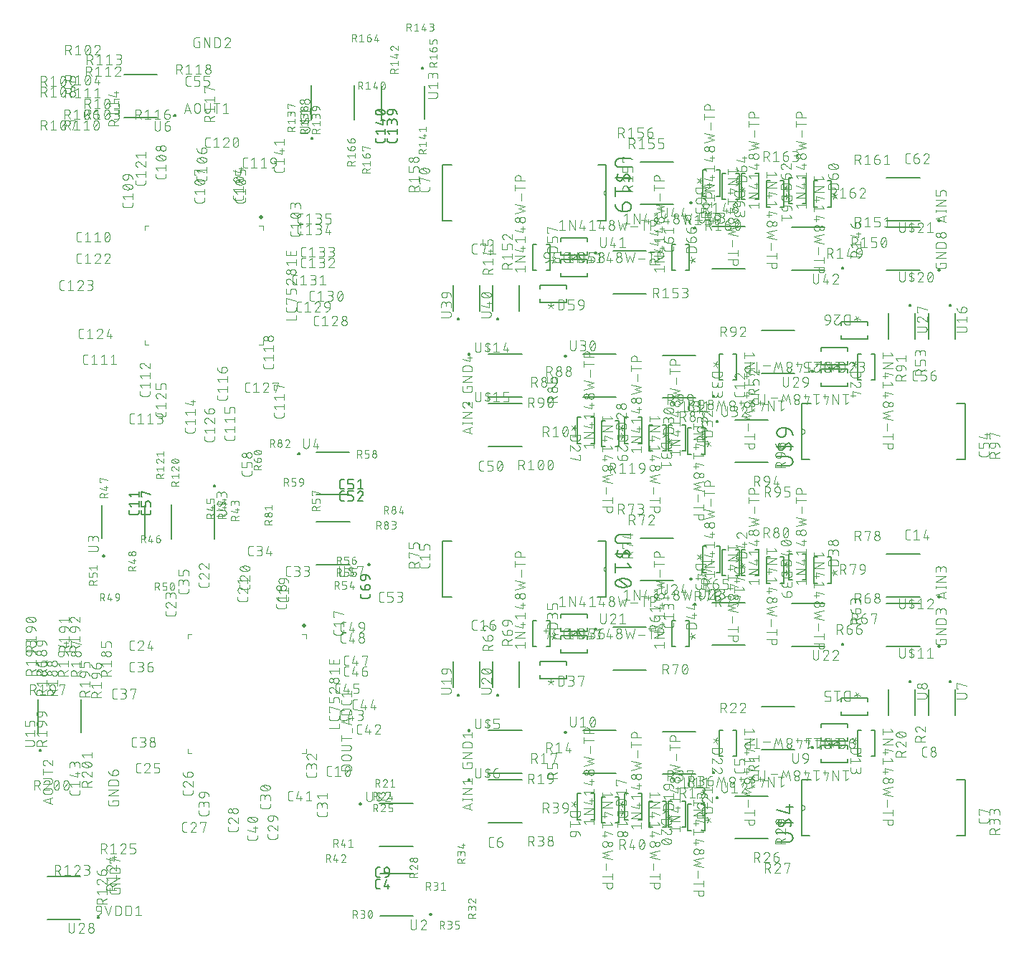
<source format=gbr>
G04 EAGLE Gerber RS-274X export*
G75*
%MOMM*%
%FSLAX34Y34*%
%LPD*%
%INSilkscreen Top*%
%IPPOS*%
%AMOC8*
5,1,8,0,0,1.08239X$1,22.5*%
G01*
%ADD10C,0.101600*%
%ADD11C,0.152400*%
%ADD12C,0.076200*%
%ADD13C,0.000000*%
%ADD14C,0.203200*%
%ADD15C,0.200000*%
%ADD16C,0.127000*%
%ADD17C,0.500000*%
%ADD18C,0.120000*%


D10*
X879602Y203821D02*
X879602Y201224D01*
X879600Y201125D01*
X879594Y201025D01*
X879585Y200926D01*
X879572Y200828D01*
X879555Y200730D01*
X879534Y200632D01*
X879509Y200536D01*
X879481Y200441D01*
X879449Y200347D01*
X879414Y200254D01*
X879375Y200162D01*
X879332Y200072D01*
X879287Y199984D01*
X879237Y199897D01*
X879185Y199813D01*
X879129Y199730D01*
X879071Y199650D01*
X879009Y199572D01*
X878944Y199497D01*
X878876Y199424D01*
X878806Y199354D01*
X878733Y199286D01*
X878658Y199221D01*
X878580Y199159D01*
X878500Y199101D01*
X878417Y199045D01*
X878333Y198993D01*
X878246Y198943D01*
X878158Y198898D01*
X878068Y198855D01*
X877976Y198816D01*
X877883Y198781D01*
X877789Y198749D01*
X877694Y198721D01*
X877598Y198696D01*
X877500Y198675D01*
X877402Y198658D01*
X877304Y198645D01*
X877205Y198636D01*
X877105Y198630D01*
X877006Y198628D01*
X870514Y198628D01*
X870415Y198630D01*
X870315Y198636D01*
X870216Y198645D01*
X870118Y198658D01*
X870020Y198676D01*
X869922Y198696D01*
X869826Y198721D01*
X869730Y198749D01*
X869636Y198781D01*
X869543Y198816D01*
X869452Y198855D01*
X869362Y198898D01*
X869273Y198943D01*
X869187Y198993D01*
X869102Y199045D01*
X869020Y199101D01*
X868940Y199160D01*
X868862Y199221D01*
X868786Y199286D01*
X868713Y199354D01*
X868643Y199424D01*
X868575Y199497D01*
X868510Y199573D01*
X868449Y199651D01*
X868390Y199731D01*
X868334Y199813D01*
X868282Y199898D01*
X868233Y199984D01*
X868187Y200073D01*
X868144Y200163D01*
X868105Y200254D01*
X868070Y200347D01*
X868038Y200441D01*
X868010Y200537D01*
X867985Y200633D01*
X867965Y200731D01*
X867947Y200829D01*
X867934Y200927D01*
X867925Y201026D01*
X867919Y201125D01*
X867917Y201225D01*
X867918Y201224D02*
X867918Y203821D01*
X879602Y208186D02*
X879602Y212081D01*
X879600Y212180D01*
X879594Y212280D01*
X879585Y212379D01*
X879572Y212477D01*
X879555Y212575D01*
X879534Y212673D01*
X879509Y212769D01*
X879481Y212864D01*
X879449Y212958D01*
X879414Y213051D01*
X879375Y213143D01*
X879332Y213233D01*
X879287Y213321D01*
X879237Y213408D01*
X879185Y213492D01*
X879129Y213575D01*
X879071Y213655D01*
X879009Y213733D01*
X878944Y213808D01*
X878876Y213881D01*
X878806Y213951D01*
X878733Y214019D01*
X878658Y214084D01*
X878580Y214146D01*
X878500Y214204D01*
X878417Y214260D01*
X878333Y214312D01*
X878246Y214362D01*
X878158Y214407D01*
X878068Y214450D01*
X877976Y214489D01*
X877883Y214524D01*
X877789Y214556D01*
X877694Y214584D01*
X877598Y214609D01*
X877500Y214630D01*
X877402Y214647D01*
X877304Y214660D01*
X877205Y214669D01*
X877105Y214675D01*
X877006Y214677D01*
X875707Y214677D01*
X875608Y214675D01*
X875508Y214669D01*
X875409Y214660D01*
X875311Y214647D01*
X875213Y214630D01*
X875115Y214609D01*
X875019Y214584D01*
X874924Y214556D01*
X874830Y214524D01*
X874737Y214489D01*
X874645Y214450D01*
X874555Y214407D01*
X874467Y214362D01*
X874380Y214312D01*
X874296Y214260D01*
X874213Y214204D01*
X874133Y214146D01*
X874055Y214084D01*
X873980Y214019D01*
X873907Y213951D01*
X873837Y213881D01*
X873769Y213808D01*
X873704Y213733D01*
X873642Y213655D01*
X873584Y213575D01*
X873528Y213492D01*
X873476Y213408D01*
X873426Y213321D01*
X873381Y213233D01*
X873338Y213143D01*
X873299Y213051D01*
X873264Y212958D01*
X873232Y212864D01*
X873204Y212769D01*
X873179Y212673D01*
X873158Y212575D01*
X873141Y212477D01*
X873128Y212379D01*
X873119Y212280D01*
X873113Y212180D01*
X873111Y212081D01*
X873111Y208186D01*
X867918Y208186D01*
X867918Y214677D01*
X582996Y110998D02*
X580399Y110998D01*
X580300Y111000D01*
X580200Y111006D01*
X580101Y111015D01*
X580003Y111028D01*
X579905Y111045D01*
X579807Y111066D01*
X579711Y111091D01*
X579616Y111119D01*
X579522Y111151D01*
X579429Y111186D01*
X579337Y111225D01*
X579247Y111268D01*
X579159Y111313D01*
X579072Y111363D01*
X578988Y111415D01*
X578905Y111471D01*
X578825Y111529D01*
X578747Y111591D01*
X578672Y111656D01*
X578599Y111724D01*
X578529Y111794D01*
X578461Y111867D01*
X578396Y111942D01*
X578334Y112020D01*
X578276Y112100D01*
X578220Y112183D01*
X578168Y112267D01*
X578118Y112354D01*
X578073Y112442D01*
X578030Y112532D01*
X577991Y112624D01*
X577956Y112717D01*
X577924Y112811D01*
X577896Y112906D01*
X577871Y113002D01*
X577850Y113100D01*
X577833Y113198D01*
X577820Y113296D01*
X577811Y113395D01*
X577805Y113495D01*
X577803Y113594D01*
X577803Y120086D01*
X577805Y120185D01*
X577811Y120285D01*
X577820Y120384D01*
X577833Y120482D01*
X577850Y120580D01*
X577871Y120678D01*
X577896Y120774D01*
X577924Y120869D01*
X577956Y120963D01*
X577991Y121056D01*
X578030Y121148D01*
X578073Y121238D01*
X578118Y121326D01*
X578168Y121413D01*
X578220Y121497D01*
X578276Y121580D01*
X578334Y121660D01*
X578396Y121738D01*
X578461Y121813D01*
X578529Y121886D01*
X578599Y121956D01*
X578672Y122024D01*
X578747Y122089D01*
X578825Y122151D01*
X578905Y122209D01*
X578988Y122265D01*
X579072Y122317D01*
X579159Y122367D01*
X579247Y122412D01*
X579337Y122455D01*
X579429Y122494D01*
X579521Y122529D01*
X579616Y122561D01*
X579711Y122589D01*
X579807Y122614D01*
X579905Y122635D01*
X580003Y122652D01*
X580101Y122665D01*
X580200Y122674D01*
X580300Y122680D01*
X580399Y122682D01*
X582996Y122682D01*
X587361Y117489D02*
X591256Y117489D01*
X591355Y117487D01*
X591455Y117481D01*
X591554Y117472D01*
X591652Y117459D01*
X591750Y117442D01*
X591848Y117421D01*
X591944Y117396D01*
X592039Y117368D01*
X592133Y117336D01*
X592226Y117301D01*
X592318Y117262D01*
X592408Y117219D01*
X592496Y117174D01*
X592583Y117124D01*
X592667Y117072D01*
X592750Y117016D01*
X592830Y116958D01*
X592908Y116896D01*
X592983Y116831D01*
X593056Y116763D01*
X593126Y116693D01*
X593194Y116620D01*
X593259Y116545D01*
X593321Y116467D01*
X593379Y116387D01*
X593435Y116304D01*
X593487Y116220D01*
X593537Y116133D01*
X593582Y116045D01*
X593625Y115955D01*
X593664Y115863D01*
X593699Y115770D01*
X593731Y115676D01*
X593759Y115581D01*
X593784Y115485D01*
X593805Y115387D01*
X593822Y115289D01*
X593835Y115191D01*
X593844Y115092D01*
X593850Y114992D01*
X593852Y114893D01*
X593852Y114244D01*
X593850Y114131D01*
X593844Y114018D01*
X593834Y113905D01*
X593820Y113792D01*
X593803Y113680D01*
X593781Y113569D01*
X593756Y113459D01*
X593726Y113349D01*
X593693Y113241D01*
X593656Y113134D01*
X593616Y113028D01*
X593571Y112924D01*
X593523Y112821D01*
X593472Y112720D01*
X593417Y112621D01*
X593359Y112524D01*
X593297Y112429D01*
X593232Y112336D01*
X593164Y112246D01*
X593093Y112158D01*
X593018Y112072D01*
X592941Y111989D01*
X592861Y111909D01*
X592778Y111832D01*
X592692Y111757D01*
X592604Y111686D01*
X592514Y111618D01*
X592421Y111553D01*
X592326Y111491D01*
X592229Y111433D01*
X592130Y111378D01*
X592029Y111327D01*
X591926Y111279D01*
X591822Y111234D01*
X591716Y111194D01*
X591609Y111157D01*
X591501Y111124D01*
X591391Y111094D01*
X591281Y111069D01*
X591170Y111047D01*
X591058Y111030D01*
X590945Y111016D01*
X590832Y111006D01*
X590719Y111000D01*
X590606Y110998D01*
X590493Y111000D01*
X590380Y111006D01*
X590267Y111016D01*
X590154Y111030D01*
X590042Y111047D01*
X589931Y111069D01*
X589821Y111094D01*
X589711Y111124D01*
X589603Y111157D01*
X589496Y111194D01*
X589390Y111234D01*
X589286Y111279D01*
X589183Y111327D01*
X589082Y111378D01*
X588983Y111433D01*
X588886Y111491D01*
X588791Y111553D01*
X588698Y111618D01*
X588608Y111686D01*
X588520Y111757D01*
X588434Y111832D01*
X588351Y111909D01*
X588271Y111989D01*
X588194Y112072D01*
X588119Y112158D01*
X588048Y112246D01*
X587980Y112336D01*
X587915Y112429D01*
X587853Y112524D01*
X587795Y112621D01*
X587740Y112720D01*
X587689Y112821D01*
X587641Y112924D01*
X587596Y113028D01*
X587556Y113134D01*
X587519Y113241D01*
X587486Y113349D01*
X587456Y113459D01*
X587431Y113569D01*
X587409Y113680D01*
X587392Y113792D01*
X587378Y113905D01*
X587368Y114018D01*
X587362Y114131D01*
X587360Y114244D01*
X587361Y114244D02*
X587361Y117489D01*
X587363Y117632D01*
X587369Y117775D01*
X587379Y117918D01*
X587393Y118060D01*
X587410Y118202D01*
X587432Y118344D01*
X587457Y118485D01*
X587487Y118625D01*
X587520Y118764D01*
X587557Y118902D01*
X587598Y119039D01*
X587642Y119175D01*
X587691Y119310D01*
X587743Y119443D01*
X587798Y119575D01*
X587858Y119705D01*
X587921Y119834D01*
X587987Y119961D01*
X588057Y120085D01*
X588130Y120208D01*
X588207Y120329D01*
X588287Y120448D01*
X588370Y120564D01*
X588456Y120679D01*
X588545Y120790D01*
X588638Y120900D01*
X588733Y121006D01*
X588832Y121110D01*
X588933Y121211D01*
X589037Y121310D01*
X589143Y121405D01*
X589253Y121498D01*
X589364Y121587D01*
X589479Y121673D01*
X589595Y121756D01*
X589714Y121836D01*
X589835Y121913D01*
X589957Y121986D01*
X590082Y122056D01*
X590209Y122122D01*
X590338Y122185D01*
X590468Y122245D01*
X590600Y122300D01*
X590733Y122352D01*
X590868Y122401D01*
X591004Y122445D01*
X591141Y122486D01*
X591279Y122523D01*
X591418Y122556D01*
X591558Y122586D01*
X591699Y122611D01*
X591841Y122633D01*
X591983Y122650D01*
X592125Y122664D01*
X592268Y122674D01*
X592411Y122680D01*
X592554Y122682D01*
X1167892Y142249D02*
X1167892Y144846D01*
X1167892Y142249D02*
X1167890Y142150D01*
X1167884Y142050D01*
X1167875Y141951D01*
X1167862Y141853D01*
X1167845Y141755D01*
X1167824Y141657D01*
X1167799Y141561D01*
X1167771Y141466D01*
X1167739Y141372D01*
X1167704Y141279D01*
X1167665Y141187D01*
X1167622Y141097D01*
X1167577Y141009D01*
X1167527Y140922D01*
X1167475Y140838D01*
X1167419Y140755D01*
X1167361Y140675D01*
X1167299Y140597D01*
X1167234Y140522D01*
X1167166Y140449D01*
X1167096Y140379D01*
X1167023Y140311D01*
X1166948Y140246D01*
X1166870Y140184D01*
X1166790Y140126D01*
X1166707Y140070D01*
X1166623Y140018D01*
X1166536Y139968D01*
X1166448Y139923D01*
X1166358Y139880D01*
X1166266Y139841D01*
X1166173Y139806D01*
X1166079Y139774D01*
X1165984Y139746D01*
X1165888Y139721D01*
X1165790Y139700D01*
X1165692Y139683D01*
X1165594Y139670D01*
X1165495Y139661D01*
X1165395Y139655D01*
X1165296Y139653D01*
X1158804Y139653D01*
X1158804Y139652D02*
X1158705Y139654D01*
X1158605Y139660D01*
X1158506Y139669D01*
X1158408Y139682D01*
X1158310Y139700D01*
X1158212Y139720D01*
X1158116Y139745D01*
X1158020Y139773D01*
X1157926Y139805D01*
X1157833Y139840D01*
X1157742Y139879D01*
X1157652Y139922D01*
X1157563Y139967D01*
X1157477Y140017D01*
X1157392Y140069D01*
X1157310Y140125D01*
X1157230Y140184D01*
X1157152Y140245D01*
X1157076Y140310D01*
X1157003Y140378D01*
X1156933Y140448D01*
X1156865Y140521D01*
X1156800Y140597D01*
X1156739Y140675D01*
X1156680Y140755D01*
X1156624Y140837D01*
X1156572Y140922D01*
X1156523Y141008D01*
X1156477Y141097D01*
X1156434Y141187D01*
X1156395Y141278D01*
X1156360Y141371D01*
X1156328Y141465D01*
X1156300Y141561D01*
X1156275Y141657D01*
X1156255Y141755D01*
X1156237Y141853D01*
X1156224Y141951D01*
X1156215Y142050D01*
X1156209Y142149D01*
X1156207Y142249D01*
X1156208Y142249D02*
X1156208Y144846D01*
X1156208Y149211D02*
X1157506Y149211D01*
X1156208Y149211D02*
X1156208Y155702D01*
X1167892Y152456D01*
X1094806Y217678D02*
X1092209Y217678D01*
X1092110Y217680D01*
X1092010Y217686D01*
X1091911Y217695D01*
X1091813Y217708D01*
X1091715Y217725D01*
X1091617Y217746D01*
X1091521Y217771D01*
X1091426Y217799D01*
X1091332Y217831D01*
X1091239Y217866D01*
X1091147Y217905D01*
X1091057Y217948D01*
X1090969Y217993D01*
X1090882Y218043D01*
X1090798Y218095D01*
X1090715Y218151D01*
X1090635Y218209D01*
X1090557Y218271D01*
X1090482Y218336D01*
X1090409Y218404D01*
X1090339Y218474D01*
X1090271Y218547D01*
X1090206Y218622D01*
X1090144Y218700D01*
X1090086Y218780D01*
X1090030Y218863D01*
X1089978Y218947D01*
X1089928Y219034D01*
X1089883Y219122D01*
X1089840Y219212D01*
X1089801Y219304D01*
X1089766Y219397D01*
X1089734Y219491D01*
X1089706Y219586D01*
X1089681Y219682D01*
X1089660Y219780D01*
X1089643Y219878D01*
X1089630Y219976D01*
X1089621Y220075D01*
X1089615Y220175D01*
X1089613Y220274D01*
X1089613Y226766D01*
X1089615Y226865D01*
X1089621Y226965D01*
X1089630Y227064D01*
X1089643Y227162D01*
X1089660Y227260D01*
X1089681Y227358D01*
X1089706Y227454D01*
X1089734Y227549D01*
X1089766Y227643D01*
X1089801Y227736D01*
X1089840Y227828D01*
X1089883Y227918D01*
X1089928Y228006D01*
X1089978Y228093D01*
X1090030Y228177D01*
X1090086Y228260D01*
X1090144Y228340D01*
X1090206Y228418D01*
X1090271Y228493D01*
X1090339Y228566D01*
X1090409Y228636D01*
X1090482Y228704D01*
X1090557Y228769D01*
X1090635Y228831D01*
X1090715Y228889D01*
X1090798Y228945D01*
X1090882Y228997D01*
X1090969Y229047D01*
X1091057Y229092D01*
X1091147Y229135D01*
X1091239Y229174D01*
X1091331Y229209D01*
X1091426Y229241D01*
X1091521Y229269D01*
X1091617Y229294D01*
X1091715Y229315D01*
X1091813Y229332D01*
X1091911Y229345D01*
X1092010Y229354D01*
X1092110Y229360D01*
X1092209Y229362D01*
X1094806Y229362D01*
X1099170Y220924D02*
X1099172Y221037D01*
X1099178Y221150D01*
X1099188Y221263D01*
X1099202Y221376D01*
X1099219Y221488D01*
X1099241Y221599D01*
X1099266Y221709D01*
X1099296Y221819D01*
X1099329Y221927D01*
X1099366Y222034D01*
X1099406Y222140D01*
X1099451Y222244D01*
X1099499Y222347D01*
X1099550Y222448D01*
X1099605Y222547D01*
X1099663Y222644D01*
X1099725Y222739D01*
X1099790Y222832D01*
X1099858Y222922D01*
X1099929Y223010D01*
X1100004Y223096D01*
X1100081Y223179D01*
X1100161Y223259D01*
X1100244Y223336D01*
X1100330Y223411D01*
X1100418Y223482D01*
X1100508Y223550D01*
X1100601Y223615D01*
X1100696Y223677D01*
X1100793Y223735D01*
X1100892Y223790D01*
X1100993Y223841D01*
X1101096Y223889D01*
X1101200Y223934D01*
X1101306Y223974D01*
X1101413Y224011D01*
X1101521Y224044D01*
X1101631Y224074D01*
X1101741Y224099D01*
X1101852Y224121D01*
X1101964Y224138D01*
X1102077Y224152D01*
X1102190Y224162D01*
X1102303Y224168D01*
X1102416Y224170D01*
X1102529Y224168D01*
X1102642Y224162D01*
X1102755Y224152D01*
X1102868Y224138D01*
X1102980Y224121D01*
X1103091Y224099D01*
X1103201Y224074D01*
X1103311Y224044D01*
X1103419Y224011D01*
X1103526Y223974D01*
X1103632Y223934D01*
X1103736Y223889D01*
X1103839Y223841D01*
X1103940Y223790D01*
X1104039Y223735D01*
X1104136Y223677D01*
X1104231Y223615D01*
X1104324Y223550D01*
X1104414Y223482D01*
X1104502Y223411D01*
X1104588Y223336D01*
X1104671Y223259D01*
X1104751Y223179D01*
X1104828Y223096D01*
X1104903Y223010D01*
X1104974Y222922D01*
X1105042Y222832D01*
X1105107Y222739D01*
X1105169Y222644D01*
X1105227Y222547D01*
X1105282Y222448D01*
X1105333Y222347D01*
X1105381Y222244D01*
X1105426Y222140D01*
X1105466Y222034D01*
X1105503Y221927D01*
X1105536Y221819D01*
X1105566Y221709D01*
X1105591Y221599D01*
X1105613Y221488D01*
X1105630Y221376D01*
X1105644Y221263D01*
X1105654Y221150D01*
X1105660Y221037D01*
X1105662Y220924D01*
X1105660Y220811D01*
X1105654Y220698D01*
X1105644Y220585D01*
X1105630Y220472D01*
X1105613Y220360D01*
X1105591Y220249D01*
X1105566Y220139D01*
X1105536Y220029D01*
X1105503Y219921D01*
X1105466Y219814D01*
X1105426Y219708D01*
X1105381Y219604D01*
X1105333Y219501D01*
X1105282Y219400D01*
X1105227Y219301D01*
X1105169Y219204D01*
X1105107Y219109D01*
X1105042Y219016D01*
X1104974Y218926D01*
X1104903Y218838D01*
X1104828Y218752D01*
X1104751Y218669D01*
X1104671Y218589D01*
X1104588Y218512D01*
X1104502Y218437D01*
X1104414Y218366D01*
X1104324Y218298D01*
X1104231Y218233D01*
X1104136Y218171D01*
X1104039Y218113D01*
X1103940Y218058D01*
X1103839Y218007D01*
X1103736Y217959D01*
X1103632Y217914D01*
X1103526Y217874D01*
X1103419Y217837D01*
X1103311Y217804D01*
X1103201Y217774D01*
X1103091Y217749D01*
X1102980Y217727D01*
X1102868Y217710D01*
X1102755Y217696D01*
X1102642Y217686D01*
X1102529Y217680D01*
X1102416Y217678D01*
X1102303Y217680D01*
X1102190Y217686D01*
X1102077Y217696D01*
X1101964Y217710D01*
X1101852Y217727D01*
X1101741Y217749D01*
X1101631Y217774D01*
X1101521Y217804D01*
X1101413Y217837D01*
X1101306Y217874D01*
X1101200Y217914D01*
X1101096Y217959D01*
X1100993Y218007D01*
X1100892Y218058D01*
X1100793Y218113D01*
X1100696Y218171D01*
X1100601Y218233D01*
X1100508Y218298D01*
X1100418Y218366D01*
X1100330Y218437D01*
X1100244Y218512D01*
X1100161Y218589D01*
X1100081Y218669D01*
X1100004Y218752D01*
X1099929Y218838D01*
X1099858Y218926D01*
X1099790Y219016D01*
X1099725Y219109D01*
X1099663Y219204D01*
X1099605Y219301D01*
X1099550Y219400D01*
X1099499Y219501D01*
X1099451Y219604D01*
X1099406Y219708D01*
X1099366Y219814D01*
X1099329Y219921D01*
X1099296Y220029D01*
X1099266Y220139D01*
X1099241Y220249D01*
X1099219Y220360D01*
X1099202Y220472D01*
X1099188Y220585D01*
X1099178Y220698D01*
X1099172Y220811D01*
X1099170Y220924D01*
X1099820Y226766D02*
X1099822Y226867D01*
X1099828Y226967D01*
X1099838Y227067D01*
X1099851Y227167D01*
X1099869Y227266D01*
X1099890Y227365D01*
X1099915Y227462D01*
X1099944Y227559D01*
X1099977Y227654D01*
X1100013Y227748D01*
X1100053Y227840D01*
X1100096Y227931D01*
X1100143Y228020D01*
X1100193Y228107D01*
X1100247Y228193D01*
X1100304Y228276D01*
X1100364Y228356D01*
X1100427Y228435D01*
X1100494Y228511D01*
X1100563Y228584D01*
X1100635Y228654D01*
X1100709Y228722D01*
X1100786Y228787D01*
X1100866Y228848D01*
X1100948Y228907D01*
X1101032Y228962D01*
X1101118Y229014D01*
X1101206Y229063D01*
X1101296Y229108D01*
X1101388Y229150D01*
X1101481Y229188D01*
X1101576Y229222D01*
X1101671Y229253D01*
X1101768Y229280D01*
X1101866Y229303D01*
X1101965Y229323D01*
X1102065Y229338D01*
X1102165Y229350D01*
X1102265Y229358D01*
X1102366Y229362D01*
X1102466Y229362D01*
X1102567Y229358D01*
X1102667Y229350D01*
X1102767Y229338D01*
X1102867Y229323D01*
X1102966Y229303D01*
X1103064Y229280D01*
X1103161Y229253D01*
X1103256Y229222D01*
X1103351Y229188D01*
X1103444Y229150D01*
X1103536Y229108D01*
X1103626Y229063D01*
X1103714Y229014D01*
X1103800Y228962D01*
X1103884Y228907D01*
X1103966Y228848D01*
X1104046Y228787D01*
X1104123Y228722D01*
X1104197Y228654D01*
X1104269Y228584D01*
X1104338Y228511D01*
X1104405Y228435D01*
X1104468Y228356D01*
X1104528Y228276D01*
X1104585Y228193D01*
X1104639Y228107D01*
X1104689Y228020D01*
X1104736Y227931D01*
X1104779Y227840D01*
X1104819Y227748D01*
X1104855Y227654D01*
X1104888Y227559D01*
X1104917Y227462D01*
X1104942Y227365D01*
X1104963Y227266D01*
X1104981Y227167D01*
X1104994Y227067D01*
X1105004Y226967D01*
X1105010Y226867D01*
X1105012Y226766D01*
X1105010Y226665D01*
X1105004Y226565D01*
X1104994Y226465D01*
X1104981Y226365D01*
X1104963Y226266D01*
X1104942Y226167D01*
X1104917Y226070D01*
X1104888Y225973D01*
X1104855Y225878D01*
X1104819Y225784D01*
X1104779Y225692D01*
X1104736Y225601D01*
X1104689Y225512D01*
X1104639Y225425D01*
X1104585Y225339D01*
X1104528Y225256D01*
X1104468Y225176D01*
X1104405Y225097D01*
X1104338Y225021D01*
X1104269Y224948D01*
X1104197Y224878D01*
X1104123Y224810D01*
X1104046Y224745D01*
X1103966Y224684D01*
X1103884Y224625D01*
X1103800Y224570D01*
X1103714Y224518D01*
X1103626Y224469D01*
X1103536Y224424D01*
X1103444Y224382D01*
X1103351Y224344D01*
X1103256Y224310D01*
X1103161Y224279D01*
X1103064Y224252D01*
X1102966Y224229D01*
X1102867Y224209D01*
X1102767Y224194D01*
X1102667Y224182D01*
X1102567Y224174D01*
X1102466Y224170D01*
X1102366Y224170D01*
X1102265Y224174D01*
X1102165Y224182D01*
X1102065Y224194D01*
X1101965Y224209D01*
X1101866Y224229D01*
X1101768Y224252D01*
X1101671Y224279D01*
X1101576Y224310D01*
X1101481Y224344D01*
X1101388Y224382D01*
X1101296Y224424D01*
X1101206Y224469D01*
X1101118Y224518D01*
X1101032Y224570D01*
X1100948Y224625D01*
X1100866Y224684D01*
X1100786Y224745D01*
X1100709Y224810D01*
X1100635Y224878D01*
X1100563Y224948D01*
X1100494Y225021D01*
X1100427Y225097D01*
X1100364Y225176D01*
X1100304Y225256D01*
X1100247Y225339D01*
X1100193Y225425D01*
X1100143Y225512D01*
X1100096Y225601D01*
X1100053Y225692D01*
X1100013Y225784D01*
X1099977Y225878D01*
X1099944Y225973D01*
X1099915Y226070D01*
X1099890Y226167D01*
X1099869Y226266D01*
X1099851Y226365D01*
X1099838Y226465D01*
X1099828Y226565D01*
X1099822Y226665D01*
X1099820Y226766D01*
D11*
X1001014Y236220D02*
X970026Y236220D01*
X1001014Y236220D02*
X1001014Y240284D01*
X1001014Y256540D02*
X970026Y256540D01*
X970026Y252476D01*
X970026Y240284D02*
X970026Y236220D01*
X1001014Y252476D02*
X1001014Y256540D01*
D12*
X982437Y236333D02*
X982437Y232354D01*
X984758Y229369D01*
X982437Y232354D02*
X980115Y229369D01*
X982437Y232354D02*
X986084Y233680D01*
X982437Y232354D02*
X978789Y233680D01*
X991235Y227711D02*
X991235Y239649D01*
X994551Y239649D01*
X994664Y239647D01*
X994777Y239641D01*
X994890Y239632D01*
X995003Y239618D01*
X995114Y239601D01*
X995226Y239580D01*
X995336Y239555D01*
X995446Y239526D01*
X995554Y239494D01*
X995661Y239458D01*
X995767Y239418D01*
X995872Y239374D01*
X995975Y239328D01*
X996077Y239277D01*
X996176Y239223D01*
X996274Y239166D01*
X996370Y239106D01*
X996463Y239042D01*
X996555Y238975D01*
X996644Y238905D01*
X996730Y238832D01*
X996814Y238756D01*
X996896Y238678D01*
X996974Y238596D01*
X997050Y238512D01*
X997123Y238426D01*
X997193Y238337D01*
X997260Y238245D01*
X997324Y238152D01*
X997384Y238056D01*
X997441Y237958D01*
X997495Y237859D01*
X997546Y237757D01*
X997592Y237654D01*
X997636Y237549D01*
X997676Y237443D01*
X997712Y237336D01*
X997744Y237228D01*
X997773Y237118D01*
X997798Y237008D01*
X997819Y236896D01*
X997836Y236785D01*
X997850Y236672D01*
X997859Y236559D01*
X997865Y236446D01*
X997867Y236333D01*
X997867Y231027D01*
X997865Y230914D01*
X997859Y230801D01*
X997850Y230688D01*
X997836Y230575D01*
X997819Y230464D01*
X997798Y230352D01*
X997773Y230242D01*
X997744Y230132D01*
X997712Y230024D01*
X997676Y229917D01*
X997636Y229811D01*
X997592Y229706D01*
X997546Y229603D01*
X997495Y229501D01*
X997441Y229402D01*
X997384Y229304D01*
X997324Y229208D01*
X997260Y229115D01*
X997193Y229023D01*
X997123Y228934D01*
X997050Y228848D01*
X996974Y228764D01*
X996896Y228682D01*
X996814Y228604D01*
X996730Y228528D01*
X996644Y228455D01*
X996555Y228385D01*
X996463Y228318D01*
X996370Y228254D01*
X996274Y228194D01*
X996176Y228137D01*
X996077Y228083D01*
X995975Y228032D01*
X995872Y227986D01*
X995767Y227942D01*
X995661Y227902D01*
X995554Y227866D01*
X995446Y227834D01*
X995336Y227805D01*
X995226Y227780D01*
X995114Y227759D01*
X995003Y227742D01*
X994890Y227728D01*
X994777Y227719D01*
X994664Y227713D01*
X994551Y227711D01*
X991235Y227711D01*
X1003046Y234343D02*
X1007025Y234343D01*
X1007127Y234341D01*
X1007228Y234335D01*
X1007329Y234325D01*
X1007430Y234312D01*
X1007530Y234294D01*
X1007629Y234273D01*
X1007728Y234248D01*
X1007825Y234219D01*
X1007922Y234187D01*
X1008017Y234151D01*
X1008110Y234111D01*
X1008202Y234068D01*
X1008292Y234021D01*
X1008381Y233970D01*
X1008467Y233917D01*
X1008551Y233860D01*
X1008633Y233800D01*
X1008713Y233737D01*
X1008790Y233671D01*
X1008865Y233602D01*
X1008937Y233530D01*
X1009006Y233455D01*
X1009072Y233378D01*
X1009135Y233298D01*
X1009195Y233216D01*
X1009252Y233132D01*
X1009305Y233046D01*
X1009356Y232957D01*
X1009403Y232867D01*
X1009446Y232775D01*
X1009486Y232682D01*
X1009522Y232587D01*
X1009554Y232490D01*
X1009583Y232393D01*
X1009608Y232294D01*
X1009629Y232195D01*
X1009647Y232095D01*
X1009660Y231994D01*
X1009670Y231893D01*
X1009676Y231792D01*
X1009678Y231690D01*
X1009678Y231027D01*
X1009676Y230913D01*
X1009670Y230798D01*
X1009660Y230684D01*
X1009646Y230571D01*
X1009629Y230457D01*
X1009607Y230345D01*
X1009582Y230233D01*
X1009552Y230123D01*
X1009519Y230013D01*
X1009482Y229905D01*
X1009442Y229798D01*
X1009397Y229692D01*
X1009350Y229588D01*
X1009298Y229486D01*
X1009243Y229386D01*
X1009185Y229287D01*
X1009123Y229191D01*
X1009058Y229096D01*
X1008990Y229005D01*
X1008918Y228915D01*
X1008844Y228828D01*
X1008767Y228744D01*
X1008686Y228662D01*
X1008603Y228583D01*
X1008518Y228507D01*
X1008429Y228434D01*
X1008339Y228365D01*
X1008246Y228298D01*
X1008150Y228235D01*
X1008053Y228175D01*
X1007953Y228118D01*
X1007852Y228065D01*
X1007749Y228015D01*
X1007644Y227969D01*
X1007538Y227926D01*
X1007430Y227888D01*
X1007321Y227853D01*
X1007211Y227822D01*
X1007100Y227794D01*
X1006988Y227771D01*
X1006875Y227751D01*
X1006762Y227735D01*
X1006648Y227723D01*
X1006534Y227715D01*
X1006419Y227711D01*
X1006305Y227711D01*
X1006190Y227715D01*
X1006076Y227723D01*
X1005962Y227735D01*
X1005849Y227751D01*
X1005736Y227771D01*
X1005624Y227794D01*
X1005513Y227822D01*
X1005403Y227853D01*
X1005294Y227888D01*
X1005186Y227926D01*
X1005080Y227969D01*
X1004975Y228015D01*
X1004872Y228065D01*
X1004771Y228118D01*
X1004671Y228175D01*
X1004574Y228235D01*
X1004478Y228298D01*
X1004385Y228365D01*
X1004295Y228434D01*
X1004206Y228507D01*
X1004121Y228583D01*
X1004038Y228662D01*
X1003957Y228744D01*
X1003880Y228828D01*
X1003806Y228915D01*
X1003734Y229005D01*
X1003666Y229096D01*
X1003601Y229191D01*
X1003539Y229287D01*
X1003481Y229386D01*
X1003426Y229486D01*
X1003374Y229588D01*
X1003327Y229692D01*
X1003282Y229798D01*
X1003242Y229905D01*
X1003205Y230013D01*
X1003172Y230123D01*
X1003142Y230233D01*
X1003117Y230345D01*
X1003095Y230457D01*
X1003078Y230571D01*
X1003064Y230684D01*
X1003054Y230798D01*
X1003048Y230913D01*
X1003046Y231027D01*
X1003046Y234343D01*
X1003048Y234487D01*
X1003054Y234630D01*
X1003064Y234774D01*
X1003077Y234917D01*
X1003095Y235059D01*
X1003116Y235201D01*
X1003141Y235343D01*
X1003170Y235484D01*
X1003203Y235624D01*
X1003239Y235763D01*
X1003280Y235900D01*
X1003324Y236037D01*
X1003371Y236173D01*
X1003423Y236307D01*
X1003478Y236440D01*
X1003536Y236571D01*
X1003598Y236701D01*
X1003664Y236828D01*
X1003733Y236954D01*
X1003806Y237079D01*
X1003881Y237201D01*
X1003960Y237321D01*
X1004043Y237438D01*
X1004128Y237554D01*
X1004216Y237667D01*
X1004308Y237778D01*
X1004402Y237886D01*
X1004500Y237992D01*
X1004600Y238095D01*
X1004703Y238195D01*
X1004809Y238293D01*
X1004917Y238387D01*
X1005028Y238479D01*
X1005141Y238567D01*
X1005256Y238652D01*
X1005374Y238735D01*
X1005494Y238814D01*
X1005616Y238889D01*
X1005741Y238962D01*
X1005867Y239031D01*
X1005994Y239096D01*
X1006124Y239159D01*
X1006255Y239217D01*
X1006388Y239272D01*
X1006522Y239324D01*
X1006658Y239371D01*
X1006795Y239415D01*
X1006932Y239456D01*
X1007071Y239492D01*
X1007211Y239525D01*
X1007352Y239554D01*
X1007494Y239579D01*
X1007636Y239600D01*
X1007778Y239618D01*
X1007921Y239631D01*
X1008065Y239641D01*
X1008208Y239647D01*
X1008352Y239649D01*
X926211Y184644D02*
X922895Y181991D01*
X922895Y193929D01*
X926211Y193929D02*
X919579Y193929D01*
X914400Y193929D02*
X914400Y181991D01*
X907768Y193929D01*
X907768Y181991D01*
X899936Y181991D02*
X902589Y191276D01*
X895957Y191276D01*
X897947Y188623D02*
X897947Y193929D01*
X891159Y184644D02*
X887843Y181991D01*
X887843Y193929D01*
X891159Y193929D02*
X884527Y193929D01*
X879729Y191276D02*
X877076Y181991D01*
X879729Y191276D02*
X873097Y191276D01*
X875087Y188623D02*
X875087Y193929D01*
X868299Y190613D02*
X868297Y190499D01*
X868291Y190384D01*
X868281Y190270D01*
X868267Y190157D01*
X868250Y190043D01*
X868228Y189931D01*
X868203Y189819D01*
X868173Y189709D01*
X868140Y189599D01*
X868103Y189491D01*
X868063Y189384D01*
X868018Y189278D01*
X867971Y189174D01*
X867919Y189072D01*
X867864Y188972D01*
X867806Y188873D01*
X867744Y188777D01*
X867679Y188682D01*
X867611Y188591D01*
X867539Y188501D01*
X867465Y188414D01*
X867388Y188330D01*
X867307Y188248D01*
X867224Y188169D01*
X867139Y188093D01*
X867050Y188020D01*
X866960Y187951D01*
X866867Y187884D01*
X866771Y187821D01*
X866674Y187761D01*
X866574Y187704D01*
X866473Y187651D01*
X866370Y187601D01*
X866265Y187555D01*
X866159Y187512D01*
X866051Y187474D01*
X865942Y187439D01*
X865832Y187408D01*
X865721Y187380D01*
X865609Y187357D01*
X865496Y187337D01*
X865383Y187321D01*
X865269Y187309D01*
X865155Y187301D01*
X865040Y187297D01*
X864926Y187297D01*
X864811Y187301D01*
X864697Y187309D01*
X864583Y187321D01*
X864470Y187337D01*
X864357Y187357D01*
X864245Y187380D01*
X864134Y187408D01*
X864024Y187439D01*
X863915Y187474D01*
X863807Y187512D01*
X863701Y187555D01*
X863596Y187601D01*
X863493Y187651D01*
X863392Y187704D01*
X863292Y187761D01*
X863195Y187821D01*
X863099Y187884D01*
X863006Y187951D01*
X862916Y188020D01*
X862827Y188093D01*
X862742Y188169D01*
X862659Y188248D01*
X862578Y188330D01*
X862501Y188414D01*
X862427Y188501D01*
X862355Y188591D01*
X862287Y188682D01*
X862222Y188777D01*
X862160Y188873D01*
X862102Y188972D01*
X862047Y189072D01*
X861995Y189174D01*
X861948Y189278D01*
X861903Y189384D01*
X861863Y189491D01*
X861826Y189599D01*
X861793Y189709D01*
X861763Y189819D01*
X861738Y189931D01*
X861716Y190043D01*
X861699Y190157D01*
X861685Y190270D01*
X861675Y190384D01*
X861669Y190499D01*
X861667Y190613D01*
X861669Y190727D01*
X861675Y190842D01*
X861685Y190956D01*
X861699Y191069D01*
X861716Y191183D01*
X861738Y191295D01*
X861763Y191407D01*
X861793Y191517D01*
X861826Y191627D01*
X861863Y191735D01*
X861903Y191842D01*
X861948Y191948D01*
X861995Y192052D01*
X862047Y192154D01*
X862102Y192254D01*
X862160Y192353D01*
X862222Y192449D01*
X862287Y192544D01*
X862355Y192635D01*
X862427Y192725D01*
X862501Y192812D01*
X862578Y192896D01*
X862659Y192978D01*
X862742Y193057D01*
X862827Y193133D01*
X862916Y193206D01*
X863006Y193275D01*
X863099Y193342D01*
X863195Y193405D01*
X863292Y193465D01*
X863392Y193522D01*
X863493Y193575D01*
X863596Y193625D01*
X863701Y193671D01*
X863807Y193714D01*
X863915Y193752D01*
X864024Y193787D01*
X864134Y193818D01*
X864245Y193846D01*
X864357Y193869D01*
X864470Y193889D01*
X864583Y193905D01*
X864697Y193917D01*
X864811Y193925D01*
X864926Y193929D01*
X865040Y193929D01*
X865155Y193925D01*
X865269Y193917D01*
X865383Y193905D01*
X865496Y193889D01*
X865609Y193869D01*
X865721Y193846D01*
X865832Y193818D01*
X865942Y193787D01*
X866051Y193752D01*
X866159Y193714D01*
X866265Y193671D01*
X866370Y193625D01*
X866473Y193575D01*
X866574Y193522D01*
X866674Y193465D01*
X866771Y193405D01*
X866867Y193342D01*
X866960Y193275D01*
X867050Y193206D01*
X867139Y193133D01*
X867224Y193057D01*
X867307Y192978D01*
X867388Y192896D01*
X867465Y192812D01*
X867539Y192725D01*
X867611Y192635D01*
X867679Y192544D01*
X867744Y192449D01*
X867806Y192353D01*
X867864Y192254D01*
X867919Y192154D01*
X867971Y192052D01*
X868018Y191948D01*
X868063Y191842D01*
X868103Y191735D01*
X868140Y191627D01*
X868173Y191517D01*
X868203Y191407D01*
X868228Y191295D01*
X868250Y191183D01*
X868267Y191069D01*
X868281Y190956D01*
X868291Y190842D01*
X868297Y190727D01*
X868299Y190613D01*
X867636Y184644D02*
X867634Y184542D01*
X867628Y184441D01*
X867618Y184340D01*
X867605Y184239D01*
X867587Y184139D01*
X867566Y184040D01*
X867541Y183941D01*
X867512Y183844D01*
X867480Y183747D01*
X867444Y183652D01*
X867404Y183559D01*
X867361Y183467D01*
X867314Y183377D01*
X867263Y183288D01*
X867210Y183202D01*
X867153Y183118D01*
X867093Y183036D01*
X867030Y182956D01*
X866964Y182879D01*
X866895Y182804D01*
X866823Y182732D01*
X866748Y182663D01*
X866671Y182597D01*
X866591Y182534D01*
X866509Y182474D01*
X866425Y182417D01*
X866339Y182364D01*
X866250Y182313D01*
X866160Y182266D01*
X866068Y182223D01*
X865975Y182183D01*
X865880Y182147D01*
X865783Y182115D01*
X865686Y182086D01*
X865587Y182061D01*
X865488Y182040D01*
X865388Y182022D01*
X865287Y182009D01*
X865186Y181999D01*
X865085Y181993D01*
X864983Y181991D01*
X864881Y181993D01*
X864780Y181999D01*
X864679Y182009D01*
X864578Y182022D01*
X864478Y182040D01*
X864379Y182061D01*
X864280Y182086D01*
X864183Y182115D01*
X864086Y182147D01*
X863991Y182183D01*
X863898Y182223D01*
X863806Y182266D01*
X863716Y182313D01*
X863627Y182364D01*
X863541Y182417D01*
X863457Y182474D01*
X863375Y182534D01*
X863295Y182597D01*
X863218Y182663D01*
X863143Y182732D01*
X863071Y182804D01*
X863002Y182879D01*
X862936Y182956D01*
X862873Y183036D01*
X862813Y183118D01*
X862756Y183202D01*
X862703Y183288D01*
X862652Y183377D01*
X862605Y183467D01*
X862562Y183559D01*
X862522Y183652D01*
X862486Y183747D01*
X862454Y183844D01*
X862425Y183941D01*
X862400Y184040D01*
X862379Y184139D01*
X862361Y184239D01*
X862348Y184340D01*
X862338Y184441D01*
X862332Y184542D01*
X862330Y184644D01*
X862332Y184746D01*
X862338Y184847D01*
X862348Y184948D01*
X862361Y185049D01*
X862379Y185149D01*
X862400Y185248D01*
X862425Y185347D01*
X862454Y185444D01*
X862486Y185541D01*
X862522Y185636D01*
X862562Y185729D01*
X862605Y185821D01*
X862652Y185911D01*
X862703Y186000D01*
X862756Y186086D01*
X862813Y186170D01*
X862873Y186252D01*
X862936Y186332D01*
X863002Y186409D01*
X863071Y186484D01*
X863143Y186556D01*
X863218Y186625D01*
X863295Y186691D01*
X863375Y186754D01*
X863457Y186814D01*
X863541Y186871D01*
X863627Y186924D01*
X863716Y186975D01*
X863806Y187022D01*
X863898Y187065D01*
X863991Y187105D01*
X864086Y187141D01*
X864183Y187173D01*
X864280Y187202D01*
X864379Y187227D01*
X864478Y187248D01*
X864578Y187266D01*
X864679Y187279D01*
X864780Y187289D01*
X864881Y187295D01*
X864983Y187297D01*
X865085Y187295D01*
X865186Y187289D01*
X865287Y187279D01*
X865388Y187266D01*
X865488Y187248D01*
X865587Y187227D01*
X865686Y187202D01*
X865783Y187173D01*
X865880Y187141D01*
X865975Y187105D01*
X866068Y187065D01*
X866160Y187022D01*
X866250Y186975D01*
X866339Y186924D01*
X866425Y186871D01*
X866509Y186814D01*
X866591Y186754D01*
X866671Y186691D01*
X866748Y186625D01*
X866823Y186556D01*
X866895Y186484D01*
X866964Y186409D01*
X867030Y186332D01*
X867093Y186252D01*
X867153Y186170D01*
X867210Y186086D01*
X867263Y186000D01*
X867314Y185911D01*
X867361Y185821D01*
X867404Y185729D01*
X867444Y185636D01*
X867480Y185541D01*
X867512Y185444D01*
X867541Y185347D01*
X867566Y185248D01*
X867587Y185149D01*
X867605Y185049D01*
X867618Y184948D01*
X867628Y184847D01*
X867634Y184746D01*
X867636Y184644D01*
X857335Y181991D02*
X854682Y193929D01*
X852029Y185970D01*
X849376Y193929D01*
X846723Y181991D01*
X842292Y189286D02*
X834334Y189286D01*
X826883Y193929D02*
X826883Y181991D01*
X830199Y181991D02*
X823567Y181991D01*
X819002Y181991D02*
X819002Y193929D01*
X819002Y181991D02*
X815686Y181991D01*
X815572Y181993D01*
X815457Y181999D01*
X815343Y182009D01*
X815230Y182023D01*
X815116Y182040D01*
X815004Y182062D01*
X814892Y182087D01*
X814782Y182117D01*
X814672Y182150D01*
X814564Y182187D01*
X814457Y182227D01*
X814351Y182272D01*
X814247Y182319D01*
X814145Y182371D01*
X814045Y182426D01*
X813946Y182484D01*
X813850Y182546D01*
X813755Y182611D01*
X813664Y182679D01*
X813574Y182751D01*
X813487Y182825D01*
X813403Y182902D01*
X813321Y182983D01*
X813242Y183066D01*
X813166Y183151D01*
X813093Y183240D01*
X813024Y183330D01*
X812957Y183423D01*
X812894Y183519D01*
X812834Y183616D01*
X812777Y183716D01*
X812724Y183817D01*
X812674Y183920D01*
X812628Y184025D01*
X812585Y184131D01*
X812547Y184239D01*
X812512Y184348D01*
X812481Y184458D01*
X812453Y184569D01*
X812430Y184681D01*
X812410Y184794D01*
X812394Y184907D01*
X812382Y185021D01*
X812374Y185135D01*
X812370Y185250D01*
X812370Y185364D01*
X812374Y185479D01*
X812382Y185593D01*
X812394Y185707D01*
X812410Y185820D01*
X812430Y185933D01*
X812453Y186045D01*
X812481Y186156D01*
X812512Y186266D01*
X812547Y186375D01*
X812585Y186483D01*
X812628Y186589D01*
X812674Y186694D01*
X812724Y186797D01*
X812777Y186898D01*
X812834Y186998D01*
X812894Y187095D01*
X812957Y187191D01*
X813024Y187284D01*
X813093Y187374D01*
X813166Y187463D01*
X813242Y187548D01*
X813321Y187631D01*
X813403Y187712D01*
X813487Y187789D01*
X813574Y187863D01*
X813664Y187935D01*
X813755Y188003D01*
X813850Y188068D01*
X813946Y188130D01*
X814045Y188188D01*
X814145Y188243D01*
X814247Y188295D01*
X814351Y188342D01*
X814457Y188387D01*
X814564Y188427D01*
X814672Y188464D01*
X814782Y188497D01*
X814892Y188527D01*
X815004Y188552D01*
X815116Y188574D01*
X815230Y188591D01*
X815343Y188605D01*
X815457Y188615D01*
X815572Y188621D01*
X815686Y188623D01*
X819002Y188623D01*
D11*
X787400Y165354D02*
X787400Y134366D01*
X787400Y165354D02*
X783336Y165354D01*
X767080Y165354D02*
X767080Y134366D01*
X771144Y134366D01*
X783336Y134366D02*
X787400Y134366D01*
X771144Y165354D02*
X767080Y165354D01*
D12*
X787287Y146777D02*
X791266Y146777D01*
X794251Y149098D01*
X791266Y146777D02*
X794251Y144455D01*
X791266Y146777D02*
X789940Y150424D01*
X791266Y146777D02*
X789940Y143129D01*
X795909Y155575D02*
X783971Y155575D01*
X783971Y158891D01*
X783973Y159004D01*
X783979Y159117D01*
X783988Y159230D01*
X784002Y159343D01*
X784019Y159454D01*
X784040Y159566D01*
X784065Y159676D01*
X784094Y159786D01*
X784126Y159894D01*
X784162Y160001D01*
X784202Y160107D01*
X784246Y160212D01*
X784292Y160315D01*
X784343Y160417D01*
X784397Y160516D01*
X784454Y160614D01*
X784514Y160710D01*
X784578Y160803D01*
X784645Y160895D01*
X784715Y160984D01*
X784788Y161070D01*
X784864Y161154D01*
X784942Y161236D01*
X785024Y161314D01*
X785108Y161390D01*
X785194Y161463D01*
X785283Y161533D01*
X785375Y161600D01*
X785468Y161664D01*
X785564Y161724D01*
X785662Y161781D01*
X785761Y161835D01*
X785863Y161886D01*
X785966Y161932D01*
X786071Y161976D01*
X786177Y162016D01*
X786284Y162052D01*
X786392Y162084D01*
X786502Y162113D01*
X786612Y162138D01*
X786724Y162159D01*
X786835Y162176D01*
X786948Y162190D01*
X787061Y162199D01*
X787174Y162205D01*
X787287Y162207D01*
X792593Y162207D01*
X792706Y162205D01*
X792819Y162199D01*
X792932Y162190D01*
X793045Y162176D01*
X793156Y162159D01*
X793268Y162138D01*
X793378Y162113D01*
X793488Y162084D01*
X793596Y162052D01*
X793703Y162016D01*
X793809Y161976D01*
X793914Y161932D01*
X794017Y161886D01*
X794119Y161835D01*
X794218Y161781D01*
X794316Y161724D01*
X794412Y161664D01*
X794505Y161600D01*
X794597Y161533D01*
X794686Y161463D01*
X794772Y161390D01*
X794856Y161314D01*
X794938Y161236D01*
X795016Y161154D01*
X795092Y161070D01*
X795165Y160984D01*
X795235Y160895D01*
X795302Y160803D01*
X795366Y160710D01*
X795426Y160614D01*
X795483Y160516D01*
X795537Y160417D01*
X795588Y160315D01*
X795634Y160212D01*
X795678Y160107D01*
X795718Y160001D01*
X795754Y159894D01*
X795786Y159786D01*
X795815Y159676D01*
X795840Y159566D01*
X795861Y159454D01*
X795878Y159343D01*
X795892Y159230D01*
X795901Y159117D01*
X795907Y159004D01*
X795909Y158891D01*
X795909Y155575D01*
X786624Y167386D02*
X783971Y170702D01*
X795909Y170702D01*
X795909Y167386D02*
X795909Y174018D01*
X790603Y181469D02*
X790603Y185448D01*
X790603Y181469D02*
X790601Y181367D01*
X790595Y181266D01*
X790585Y181165D01*
X790572Y181064D01*
X790554Y180964D01*
X790533Y180865D01*
X790508Y180766D01*
X790479Y180669D01*
X790447Y180572D01*
X790411Y180477D01*
X790371Y180384D01*
X790328Y180292D01*
X790281Y180202D01*
X790230Y180113D01*
X790177Y180027D01*
X790120Y179943D01*
X790060Y179861D01*
X789997Y179781D01*
X789931Y179704D01*
X789862Y179629D01*
X789790Y179557D01*
X789715Y179488D01*
X789638Y179422D01*
X789558Y179359D01*
X789476Y179299D01*
X789392Y179242D01*
X789306Y179189D01*
X789217Y179138D01*
X789127Y179091D01*
X789035Y179048D01*
X788942Y179008D01*
X788847Y178972D01*
X788750Y178940D01*
X788653Y178911D01*
X788554Y178886D01*
X788455Y178865D01*
X788355Y178847D01*
X788254Y178834D01*
X788153Y178824D01*
X788052Y178818D01*
X787950Y178816D01*
X787287Y178816D01*
X787173Y178818D01*
X787058Y178824D01*
X786944Y178834D01*
X786831Y178848D01*
X786717Y178865D01*
X786605Y178887D01*
X786493Y178912D01*
X786383Y178942D01*
X786273Y178975D01*
X786165Y179012D01*
X786058Y179052D01*
X785952Y179097D01*
X785848Y179144D01*
X785746Y179196D01*
X785646Y179251D01*
X785547Y179309D01*
X785451Y179371D01*
X785356Y179436D01*
X785265Y179504D01*
X785175Y179576D01*
X785088Y179650D01*
X785004Y179727D01*
X784922Y179808D01*
X784843Y179891D01*
X784767Y179976D01*
X784694Y180065D01*
X784625Y180155D01*
X784558Y180248D01*
X784495Y180344D01*
X784435Y180441D01*
X784378Y180541D01*
X784325Y180642D01*
X784275Y180745D01*
X784229Y180850D01*
X784186Y180956D01*
X784148Y181064D01*
X784113Y181173D01*
X784082Y181283D01*
X784054Y181394D01*
X784031Y181506D01*
X784011Y181619D01*
X783995Y181732D01*
X783983Y181846D01*
X783975Y181960D01*
X783971Y182075D01*
X783971Y182189D01*
X783975Y182304D01*
X783983Y182418D01*
X783995Y182532D01*
X784011Y182645D01*
X784031Y182758D01*
X784054Y182870D01*
X784082Y182981D01*
X784113Y183091D01*
X784148Y183200D01*
X784186Y183308D01*
X784229Y183414D01*
X784275Y183519D01*
X784325Y183622D01*
X784378Y183723D01*
X784435Y183823D01*
X784495Y183920D01*
X784558Y184016D01*
X784625Y184109D01*
X784694Y184199D01*
X784767Y184288D01*
X784843Y184373D01*
X784922Y184456D01*
X785004Y184537D01*
X785088Y184614D01*
X785175Y184688D01*
X785265Y184760D01*
X785356Y184828D01*
X785451Y184893D01*
X785547Y184955D01*
X785646Y185013D01*
X785746Y185068D01*
X785848Y185120D01*
X785952Y185167D01*
X786058Y185212D01*
X786165Y185252D01*
X786273Y185289D01*
X786383Y185322D01*
X786493Y185352D01*
X786605Y185377D01*
X786717Y185399D01*
X786831Y185416D01*
X786944Y185430D01*
X787058Y185440D01*
X787173Y185446D01*
X787287Y185448D01*
X790603Y185448D01*
X790747Y185446D01*
X790890Y185440D01*
X791034Y185430D01*
X791177Y185417D01*
X791319Y185399D01*
X791461Y185378D01*
X791603Y185353D01*
X791744Y185324D01*
X791884Y185291D01*
X792023Y185255D01*
X792160Y185214D01*
X792297Y185170D01*
X792433Y185123D01*
X792567Y185071D01*
X792700Y185016D01*
X792831Y184958D01*
X792961Y184895D01*
X793088Y184830D01*
X793214Y184761D01*
X793339Y184688D01*
X793461Y184613D01*
X793581Y184534D01*
X793698Y184451D01*
X793814Y184366D01*
X793927Y184278D01*
X794038Y184186D01*
X794146Y184092D01*
X794252Y183994D01*
X794355Y183894D01*
X794455Y183791D01*
X794553Y183685D01*
X794647Y183577D01*
X794739Y183466D01*
X794827Y183353D01*
X794912Y183237D01*
X794995Y183120D01*
X795074Y183000D01*
X795149Y182878D01*
X795222Y182753D01*
X795291Y182627D01*
X795356Y182500D01*
X795419Y182370D01*
X795477Y182239D01*
X795532Y182106D01*
X795584Y181972D01*
X795631Y181836D01*
X795675Y181699D01*
X795716Y181562D01*
X795752Y181423D01*
X795785Y181283D01*
X795814Y181142D01*
X795839Y181000D01*
X795860Y180858D01*
X795878Y180716D01*
X795891Y180573D01*
X795901Y180429D01*
X795907Y180286D01*
X795909Y180142D01*
X745871Y136285D02*
X748524Y132969D01*
X745871Y136285D02*
X757809Y136285D01*
X757809Y132969D02*
X757809Y139601D01*
X757809Y144780D02*
X745871Y144780D01*
X757809Y151412D01*
X745871Y151412D01*
X745871Y159244D02*
X755156Y156591D01*
X755156Y163223D01*
X752503Y161233D02*
X757809Y161233D01*
X748524Y168021D02*
X745871Y171337D01*
X757809Y171337D01*
X757809Y168021D02*
X757809Y174653D01*
X755156Y179451D02*
X745871Y182104D01*
X755156Y179451D02*
X755156Y186083D01*
X752503Y184093D02*
X757809Y184093D01*
X754493Y190881D02*
X754379Y190883D01*
X754264Y190889D01*
X754150Y190899D01*
X754037Y190913D01*
X753923Y190930D01*
X753811Y190952D01*
X753699Y190977D01*
X753589Y191007D01*
X753479Y191040D01*
X753371Y191077D01*
X753264Y191117D01*
X753158Y191162D01*
X753054Y191209D01*
X752952Y191261D01*
X752852Y191316D01*
X752753Y191374D01*
X752657Y191436D01*
X752562Y191501D01*
X752471Y191569D01*
X752381Y191641D01*
X752294Y191715D01*
X752210Y191792D01*
X752128Y191873D01*
X752049Y191956D01*
X751973Y192041D01*
X751900Y192130D01*
X751831Y192220D01*
X751764Y192313D01*
X751701Y192409D01*
X751641Y192506D01*
X751584Y192606D01*
X751531Y192707D01*
X751481Y192810D01*
X751435Y192915D01*
X751392Y193021D01*
X751354Y193129D01*
X751319Y193238D01*
X751288Y193348D01*
X751260Y193459D01*
X751237Y193571D01*
X751217Y193684D01*
X751201Y193797D01*
X751189Y193911D01*
X751181Y194025D01*
X751177Y194140D01*
X751177Y194254D01*
X751181Y194369D01*
X751189Y194483D01*
X751201Y194597D01*
X751217Y194710D01*
X751237Y194823D01*
X751260Y194935D01*
X751288Y195046D01*
X751319Y195156D01*
X751354Y195265D01*
X751392Y195373D01*
X751435Y195479D01*
X751481Y195584D01*
X751531Y195687D01*
X751584Y195788D01*
X751641Y195888D01*
X751701Y195985D01*
X751764Y196081D01*
X751831Y196174D01*
X751900Y196264D01*
X751973Y196353D01*
X752049Y196438D01*
X752128Y196521D01*
X752210Y196602D01*
X752294Y196679D01*
X752381Y196753D01*
X752471Y196825D01*
X752562Y196893D01*
X752657Y196958D01*
X752753Y197020D01*
X752852Y197078D01*
X752952Y197133D01*
X753054Y197185D01*
X753158Y197232D01*
X753264Y197277D01*
X753371Y197317D01*
X753479Y197354D01*
X753589Y197387D01*
X753699Y197417D01*
X753811Y197442D01*
X753923Y197464D01*
X754037Y197481D01*
X754150Y197495D01*
X754264Y197505D01*
X754379Y197511D01*
X754493Y197513D01*
X754607Y197511D01*
X754722Y197505D01*
X754836Y197495D01*
X754949Y197481D01*
X755063Y197464D01*
X755175Y197442D01*
X755287Y197417D01*
X755397Y197387D01*
X755507Y197354D01*
X755615Y197317D01*
X755722Y197277D01*
X755828Y197232D01*
X755932Y197185D01*
X756034Y197133D01*
X756134Y197078D01*
X756233Y197020D01*
X756329Y196958D01*
X756424Y196893D01*
X756515Y196825D01*
X756605Y196753D01*
X756692Y196679D01*
X756776Y196602D01*
X756858Y196521D01*
X756937Y196438D01*
X757013Y196353D01*
X757086Y196264D01*
X757155Y196174D01*
X757222Y196081D01*
X757285Y195985D01*
X757345Y195888D01*
X757402Y195788D01*
X757455Y195687D01*
X757505Y195584D01*
X757551Y195479D01*
X757594Y195373D01*
X757632Y195265D01*
X757667Y195156D01*
X757698Y195046D01*
X757726Y194935D01*
X757749Y194823D01*
X757769Y194710D01*
X757785Y194597D01*
X757797Y194483D01*
X757805Y194369D01*
X757809Y194254D01*
X757809Y194140D01*
X757805Y194025D01*
X757797Y193911D01*
X757785Y193797D01*
X757769Y193684D01*
X757749Y193571D01*
X757726Y193459D01*
X757698Y193348D01*
X757667Y193238D01*
X757632Y193129D01*
X757594Y193021D01*
X757551Y192915D01*
X757505Y192810D01*
X757455Y192707D01*
X757402Y192606D01*
X757345Y192506D01*
X757285Y192409D01*
X757222Y192313D01*
X757155Y192220D01*
X757086Y192130D01*
X757013Y192041D01*
X756937Y191956D01*
X756858Y191873D01*
X756776Y191792D01*
X756692Y191715D01*
X756605Y191641D01*
X756515Y191569D01*
X756424Y191501D01*
X756329Y191436D01*
X756233Y191374D01*
X756134Y191316D01*
X756034Y191261D01*
X755932Y191209D01*
X755828Y191162D01*
X755722Y191117D01*
X755615Y191077D01*
X755507Y191040D01*
X755397Y191007D01*
X755287Y190977D01*
X755175Y190952D01*
X755063Y190930D01*
X754949Y190913D01*
X754836Y190899D01*
X754722Y190889D01*
X754607Y190883D01*
X754493Y190881D01*
X748524Y191544D02*
X748422Y191546D01*
X748321Y191552D01*
X748220Y191562D01*
X748119Y191575D01*
X748019Y191593D01*
X747920Y191614D01*
X747821Y191639D01*
X747724Y191668D01*
X747627Y191700D01*
X747532Y191736D01*
X747439Y191776D01*
X747347Y191819D01*
X747257Y191866D01*
X747168Y191917D01*
X747082Y191970D01*
X746998Y192027D01*
X746916Y192087D01*
X746836Y192150D01*
X746759Y192216D01*
X746684Y192285D01*
X746612Y192357D01*
X746543Y192432D01*
X746477Y192509D01*
X746414Y192589D01*
X746354Y192671D01*
X746297Y192755D01*
X746244Y192841D01*
X746193Y192930D01*
X746146Y193020D01*
X746103Y193112D01*
X746063Y193205D01*
X746027Y193300D01*
X745995Y193397D01*
X745966Y193494D01*
X745941Y193593D01*
X745920Y193692D01*
X745902Y193792D01*
X745889Y193893D01*
X745879Y193994D01*
X745873Y194095D01*
X745871Y194197D01*
X745873Y194299D01*
X745879Y194400D01*
X745889Y194501D01*
X745902Y194602D01*
X745920Y194702D01*
X745941Y194801D01*
X745966Y194900D01*
X745995Y194997D01*
X746027Y195094D01*
X746063Y195189D01*
X746103Y195282D01*
X746146Y195374D01*
X746193Y195464D01*
X746244Y195553D01*
X746297Y195639D01*
X746354Y195723D01*
X746414Y195805D01*
X746477Y195885D01*
X746543Y195962D01*
X746612Y196037D01*
X746684Y196109D01*
X746759Y196178D01*
X746836Y196244D01*
X746916Y196307D01*
X746998Y196367D01*
X747082Y196424D01*
X747168Y196477D01*
X747257Y196528D01*
X747347Y196575D01*
X747439Y196618D01*
X747532Y196658D01*
X747627Y196694D01*
X747724Y196726D01*
X747821Y196755D01*
X747920Y196780D01*
X748019Y196801D01*
X748119Y196819D01*
X748220Y196832D01*
X748321Y196842D01*
X748422Y196848D01*
X748524Y196850D01*
X748626Y196848D01*
X748727Y196842D01*
X748828Y196832D01*
X748929Y196819D01*
X749029Y196801D01*
X749128Y196780D01*
X749227Y196755D01*
X749324Y196726D01*
X749421Y196694D01*
X749516Y196658D01*
X749609Y196618D01*
X749701Y196575D01*
X749791Y196528D01*
X749880Y196477D01*
X749966Y196424D01*
X750050Y196367D01*
X750132Y196307D01*
X750212Y196244D01*
X750289Y196178D01*
X750364Y196109D01*
X750436Y196037D01*
X750505Y195962D01*
X750571Y195885D01*
X750634Y195805D01*
X750694Y195723D01*
X750751Y195639D01*
X750804Y195553D01*
X750855Y195464D01*
X750902Y195374D01*
X750945Y195282D01*
X750985Y195189D01*
X751021Y195094D01*
X751053Y194997D01*
X751082Y194900D01*
X751107Y194801D01*
X751128Y194702D01*
X751146Y194602D01*
X751159Y194501D01*
X751169Y194400D01*
X751175Y194299D01*
X751177Y194197D01*
X751175Y194095D01*
X751169Y193994D01*
X751159Y193893D01*
X751146Y193792D01*
X751128Y193692D01*
X751107Y193593D01*
X751082Y193494D01*
X751053Y193397D01*
X751021Y193300D01*
X750985Y193205D01*
X750945Y193112D01*
X750902Y193020D01*
X750855Y192930D01*
X750804Y192841D01*
X750751Y192755D01*
X750694Y192671D01*
X750634Y192589D01*
X750571Y192509D01*
X750505Y192432D01*
X750436Y192357D01*
X750364Y192285D01*
X750289Y192216D01*
X750212Y192150D01*
X750132Y192087D01*
X750050Y192027D01*
X749966Y191970D01*
X749880Y191917D01*
X749791Y191866D01*
X749701Y191819D01*
X749609Y191776D01*
X749516Y191736D01*
X749421Y191700D01*
X749324Y191668D01*
X749227Y191639D01*
X749128Y191614D01*
X749029Y191593D01*
X748929Y191575D01*
X748828Y191562D01*
X748727Y191552D01*
X748626Y191546D01*
X748524Y191544D01*
X745871Y201845D02*
X757809Y204498D01*
X749850Y207151D01*
X757809Y209804D01*
X745871Y212457D01*
X753166Y216888D02*
X753166Y224846D01*
X757809Y232297D02*
X745871Y232297D01*
X745871Y228981D02*
X745871Y235613D01*
X745871Y240178D02*
X757809Y240178D01*
X745871Y240178D02*
X745871Y243494D01*
X745873Y243608D01*
X745879Y243723D01*
X745889Y243837D01*
X745903Y243950D01*
X745920Y244064D01*
X745942Y244176D01*
X745967Y244288D01*
X745997Y244398D01*
X746030Y244508D01*
X746067Y244616D01*
X746107Y244723D01*
X746152Y244829D01*
X746199Y244933D01*
X746251Y245035D01*
X746306Y245135D01*
X746364Y245234D01*
X746426Y245330D01*
X746491Y245425D01*
X746559Y245516D01*
X746631Y245606D01*
X746705Y245693D01*
X746782Y245777D01*
X746863Y245859D01*
X746946Y245938D01*
X747031Y246014D01*
X747120Y246087D01*
X747210Y246156D01*
X747303Y246223D01*
X747399Y246286D01*
X747496Y246346D01*
X747596Y246403D01*
X747697Y246456D01*
X747800Y246506D01*
X747905Y246552D01*
X748011Y246595D01*
X748119Y246633D01*
X748228Y246668D01*
X748338Y246699D01*
X748449Y246727D01*
X748561Y246750D01*
X748674Y246770D01*
X748787Y246786D01*
X748901Y246798D01*
X749015Y246806D01*
X749130Y246810D01*
X749244Y246810D01*
X749359Y246806D01*
X749473Y246798D01*
X749587Y246786D01*
X749700Y246770D01*
X749813Y246750D01*
X749925Y246727D01*
X750036Y246699D01*
X750146Y246668D01*
X750255Y246633D01*
X750363Y246595D01*
X750469Y246552D01*
X750574Y246506D01*
X750677Y246456D01*
X750778Y246403D01*
X750878Y246346D01*
X750975Y246286D01*
X751071Y246223D01*
X751164Y246156D01*
X751254Y246087D01*
X751343Y246014D01*
X751428Y245938D01*
X751511Y245859D01*
X751592Y245777D01*
X751669Y245693D01*
X751743Y245606D01*
X751815Y245516D01*
X751883Y245425D01*
X751948Y245330D01*
X752010Y245234D01*
X752068Y245135D01*
X752123Y245035D01*
X752175Y244933D01*
X752222Y244829D01*
X752267Y244723D01*
X752307Y244616D01*
X752344Y244508D01*
X752377Y244398D01*
X752407Y244288D01*
X752432Y244176D01*
X752454Y244064D01*
X752471Y243950D01*
X752485Y243837D01*
X752495Y243723D01*
X752501Y243608D01*
X752503Y243494D01*
X752503Y240178D01*
D11*
X789940Y165354D02*
X789940Y134366D01*
X794004Y134366D01*
X810260Y134366D02*
X810260Y165354D01*
X806196Y165354D01*
X794004Y165354D02*
X789940Y165354D01*
X806196Y134366D02*
X810260Y134366D01*
D12*
X790053Y152943D02*
X786074Y152943D01*
X783089Y150622D01*
X786074Y152943D02*
X783089Y155265D01*
X786074Y152943D02*
X787400Y149296D01*
X786074Y152943D02*
X787400Y156591D01*
X781431Y144145D02*
X793369Y144145D01*
X793369Y140829D01*
X793367Y140716D01*
X793361Y140603D01*
X793352Y140490D01*
X793338Y140377D01*
X793321Y140266D01*
X793300Y140154D01*
X793275Y140044D01*
X793246Y139934D01*
X793214Y139826D01*
X793178Y139719D01*
X793138Y139613D01*
X793094Y139508D01*
X793048Y139405D01*
X792997Y139303D01*
X792943Y139204D01*
X792886Y139106D01*
X792826Y139010D01*
X792762Y138917D01*
X792695Y138825D01*
X792625Y138736D01*
X792552Y138650D01*
X792476Y138566D01*
X792398Y138484D01*
X792316Y138406D01*
X792232Y138330D01*
X792146Y138257D01*
X792057Y138187D01*
X791965Y138120D01*
X791872Y138056D01*
X791776Y137996D01*
X791678Y137939D01*
X791579Y137885D01*
X791477Y137834D01*
X791374Y137788D01*
X791269Y137744D01*
X791163Y137704D01*
X791056Y137668D01*
X790948Y137636D01*
X790838Y137607D01*
X790728Y137582D01*
X790616Y137561D01*
X790505Y137544D01*
X790392Y137530D01*
X790279Y137521D01*
X790166Y137515D01*
X790053Y137513D01*
X784747Y137513D01*
X784634Y137515D01*
X784521Y137521D01*
X784408Y137530D01*
X784295Y137544D01*
X784184Y137561D01*
X784072Y137582D01*
X783962Y137607D01*
X783852Y137636D01*
X783744Y137668D01*
X783637Y137704D01*
X783531Y137744D01*
X783426Y137788D01*
X783323Y137834D01*
X783221Y137885D01*
X783122Y137939D01*
X783024Y137996D01*
X782928Y138056D01*
X782835Y138120D01*
X782743Y138187D01*
X782654Y138257D01*
X782568Y138330D01*
X782484Y138406D01*
X782402Y138484D01*
X782324Y138566D01*
X782248Y138650D01*
X782175Y138736D01*
X782105Y138825D01*
X782038Y138917D01*
X781974Y139010D01*
X781914Y139106D01*
X781857Y139204D01*
X781803Y139303D01*
X781752Y139405D01*
X781706Y139508D01*
X781662Y139613D01*
X781622Y139719D01*
X781586Y139826D01*
X781554Y139934D01*
X781525Y140044D01*
X781500Y140154D01*
X781479Y140266D01*
X781462Y140377D01*
X781448Y140490D01*
X781439Y140603D01*
X781433Y140716D01*
X781431Y140829D01*
X781431Y144145D01*
X793370Y128686D02*
X793368Y128579D01*
X793362Y128473D01*
X793353Y128367D01*
X793340Y128261D01*
X793323Y128156D01*
X793302Y128051D01*
X793277Y127948D01*
X793249Y127845D01*
X793217Y127743D01*
X793182Y127643D01*
X793143Y127544D01*
X793100Y127446D01*
X793054Y127350D01*
X793005Y127255D01*
X792952Y127163D01*
X792896Y127072D01*
X792837Y126984D01*
X792775Y126897D01*
X792709Y126813D01*
X792641Y126731D01*
X792570Y126652D01*
X792496Y126575D01*
X792419Y126501D01*
X792340Y126430D01*
X792258Y126362D01*
X792174Y126296D01*
X792087Y126234D01*
X791999Y126175D01*
X791908Y126119D01*
X791816Y126066D01*
X791721Y126017D01*
X791625Y125971D01*
X791527Y125928D01*
X791428Y125889D01*
X791328Y125854D01*
X791226Y125822D01*
X791123Y125794D01*
X791020Y125769D01*
X790915Y125748D01*
X790810Y125731D01*
X790704Y125718D01*
X790598Y125709D01*
X790492Y125703D01*
X790385Y125701D01*
X793369Y128686D02*
X793367Y128807D01*
X793361Y128927D01*
X793352Y129047D01*
X793339Y129167D01*
X793322Y129286D01*
X793301Y129405D01*
X793277Y129523D01*
X793248Y129640D01*
X793217Y129756D01*
X793181Y129872D01*
X793142Y129986D01*
X793099Y130098D01*
X793053Y130210D01*
X793004Y130320D01*
X792950Y130428D01*
X792894Y130534D01*
X792834Y130639D01*
X792771Y130742D01*
X792705Y130842D01*
X792636Y130941D01*
X792563Y131037D01*
X792488Y131131D01*
X792410Y131223D01*
X792328Y131312D01*
X792244Y131399D01*
X792158Y131483D01*
X792069Y131564D01*
X791977Y131642D01*
X791883Y131717D01*
X791786Y131789D01*
X791688Y131859D01*
X791587Y131925D01*
X791484Y131988D01*
X791379Y132047D01*
X791273Y132104D01*
X791164Y132157D01*
X791055Y132206D01*
X790943Y132252D01*
X790830Y132295D01*
X790716Y132333D01*
X788063Y126696D02*
X788143Y126616D01*
X788225Y126538D01*
X788309Y126464D01*
X788397Y126392D01*
X788487Y126324D01*
X788579Y126258D01*
X788673Y126196D01*
X788769Y126138D01*
X788868Y126083D01*
X788968Y126031D01*
X789070Y125983D01*
X789174Y125938D01*
X789279Y125898D01*
X789386Y125861D01*
X789494Y125827D01*
X789603Y125798D01*
X789713Y125772D01*
X789824Y125751D01*
X789935Y125733D01*
X790047Y125719D01*
X790159Y125709D01*
X790272Y125703D01*
X790385Y125701D01*
X788063Y126697D02*
X781431Y132334D01*
X781431Y125702D01*
X787400Y120904D02*
X787635Y120901D01*
X787870Y120893D01*
X788104Y120879D01*
X788338Y120859D01*
X788572Y120834D01*
X788804Y120803D01*
X789036Y120767D01*
X789268Y120725D01*
X789498Y120678D01*
X789726Y120625D01*
X789954Y120567D01*
X790180Y120503D01*
X790404Y120434D01*
X790627Y120360D01*
X790848Y120280D01*
X791067Y120195D01*
X791284Y120105D01*
X791499Y120010D01*
X791711Y119909D01*
X791803Y119876D01*
X791894Y119838D01*
X791983Y119797D01*
X792071Y119753D01*
X792156Y119705D01*
X792240Y119654D01*
X792322Y119599D01*
X792401Y119541D01*
X792478Y119480D01*
X792552Y119416D01*
X792624Y119349D01*
X792693Y119279D01*
X792759Y119207D01*
X792823Y119132D01*
X792883Y119054D01*
X792940Y118974D01*
X792994Y118892D01*
X793044Y118808D01*
X793091Y118722D01*
X793135Y118634D01*
X793175Y118544D01*
X793212Y118453D01*
X793244Y118360D01*
X793273Y118266D01*
X793299Y118172D01*
X793320Y118076D01*
X793338Y117979D01*
X793351Y117882D01*
X793361Y117784D01*
X793367Y117686D01*
X793369Y117588D01*
X793367Y117490D01*
X793361Y117392D01*
X793351Y117294D01*
X793338Y117197D01*
X793320Y117100D01*
X793299Y117004D01*
X793273Y116910D01*
X793244Y116816D01*
X793212Y116723D01*
X793175Y116632D01*
X793135Y116542D01*
X793091Y116454D01*
X793044Y116368D01*
X792994Y116284D01*
X792940Y116202D01*
X792883Y116122D01*
X792823Y116044D01*
X792759Y115969D01*
X792693Y115897D01*
X792624Y115827D01*
X792552Y115760D01*
X792478Y115696D01*
X792401Y115635D01*
X792322Y115577D01*
X792240Y115522D01*
X792156Y115471D01*
X792071Y115423D01*
X791983Y115379D01*
X791894Y115338D01*
X791803Y115300D01*
X791711Y115267D01*
X791499Y115166D01*
X791284Y115071D01*
X791067Y114981D01*
X790848Y114896D01*
X790627Y114816D01*
X790405Y114742D01*
X790180Y114673D01*
X789954Y114609D01*
X789726Y114551D01*
X789498Y114498D01*
X789268Y114451D01*
X789036Y114409D01*
X788804Y114373D01*
X788572Y114342D01*
X788338Y114317D01*
X788104Y114297D01*
X787870Y114283D01*
X787635Y114275D01*
X787400Y114272D01*
X787400Y120904D02*
X787165Y120901D01*
X786930Y120893D01*
X786696Y120879D01*
X786462Y120859D01*
X786228Y120834D01*
X785996Y120803D01*
X785764Y120767D01*
X785533Y120725D01*
X785302Y120678D01*
X785074Y120625D01*
X784846Y120567D01*
X784620Y120503D01*
X784396Y120434D01*
X784173Y120360D01*
X783952Y120280D01*
X783733Y120195D01*
X783516Y120105D01*
X783301Y120010D01*
X783089Y119909D01*
X782997Y119876D01*
X782906Y119838D01*
X782817Y119797D01*
X782729Y119753D01*
X782644Y119705D01*
X782560Y119654D01*
X782478Y119599D01*
X782399Y119541D01*
X782322Y119480D01*
X782248Y119416D01*
X782176Y119349D01*
X782107Y119279D01*
X782041Y119207D01*
X781977Y119132D01*
X781917Y119054D01*
X781860Y118974D01*
X781806Y118892D01*
X781756Y118808D01*
X781709Y118722D01*
X781665Y118634D01*
X781625Y118544D01*
X781588Y118453D01*
X781556Y118360D01*
X781527Y118266D01*
X781501Y118172D01*
X781480Y118076D01*
X781462Y117979D01*
X781449Y117882D01*
X781439Y117784D01*
X781433Y117686D01*
X781431Y117588D01*
X783089Y115267D02*
X783301Y115166D01*
X783516Y115071D01*
X783733Y114981D01*
X783952Y114896D01*
X784173Y114816D01*
X784396Y114742D01*
X784620Y114673D01*
X784846Y114609D01*
X785074Y114551D01*
X785302Y114498D01*
X785532Y114451D01*
X785764Y114409D01*
X785996Y114373D01*
X786228Y114342D01*
X786462Y114317D01*
X786696Y114297D01*
X786930Y114283D01*
X787165Y114275D01*
X787400Y114272D01*
X783089Y115267D02*
X782997Y115300D01*
X782906Y115338D01*
X782817Y115379D01*
X782729Y115423D01*
X782644Y115471D01*
X782560Y115523D01*
X782478Y115577D01*
X782399Y115635D01*
X782322Y115696D01*
X782248Y115760D01*
X782176Y115827D01*
X782107Y115897D01*
X782041Y115969D01*
X781977Y116044D01*
X781917Y116122D01*
X781860Y116202D01*
X781806Y116284D01*
X781756Y116368D01*
X781709Y116454D01*
X781665Y116542D01*
X781625Y116632D01*
X781588Y116723D01*
X781556Y116816D01*
X781527Y116910D01*
X781501Y117004D01*
X781480Y117100D01*
X781462Y117197D01*
X781449Y117294D01*
X781439Y117392D01*
X781433Y117490D01*
X781431Y117588D01*
X784084Y120241D02*
X790716Y114935D01*
X831469Y163435D02*
X828816Y166751D01*
X831469Y163435D02*
X819531Y163435D01*
X819531Y166751D02*
X819531Y160119D01*
X819531Y154940D02*
X831469Y154940D01*
X819531Y148308D01*
X831469Y148308D01*
X831469Y140476D02*
X822184Y143129D01*
X822184Y136497D01*
X824837Y138487D02*
X819531Y138487D01*
X828816Y131699D02*
X831469Y128383D01*
X819531Y128383D01*
X819531Y131699D02*
X819531Y125067D01*
X822184Y120269D02*
X831469Y117616D01*
X822184Y120269D02*
X822184Y113637D01*
X824837Y115627D02*
X819531Y115627D01*
X822847Y108839D02*
X822961Y108837D01*
X823076Y108831D01*
X823190Y108821D01*
X823303Y108807D01*
X823417Y108790D01*
X823529Y108768D01*
X823641Y108743D01*
X823751Y108713D01*
X823861Y108680D01*
X823969Y108643D01*
X824076Y108603D01*
X824182Y108558D01*
X824286Y108511D01*
X824388Y108459D01*
X824488Y108404D01*
X824587Y108346D01*
X824683Y108284D01*
X824778Y108219D01*
X824869Y108151D01*
X824959Y108079D01*
X825046Y108005D01*
X825130Y107928D01*
X825212Y107847D01*
X825291Y107764D01*
X825367Y107679D01*
X825440Y107590D01*
X825509Y107500D01*
X825576Y107407D01*
X825639Y107311D01*
X825699Y107214D01*
X825756Y107114D01*
X825809Y107013D01*
X825859Y106910D01*
X825905Y106805D01*
X825948Y106699D01*
X825986Y106591D01*
X826021Y106482D01*
X826052Y106372D01*
X826080Y106261D01*
X826103Y106149D01*
X826123Y106036D01*
X826139Y105923D01*
X826151Y105809D01*
X826159Y105695D01*
X826163Y105580D01*
X826163Y105466D01*
X826159Y105351D01*
X826151Y105237D01*
X826139Y105123D01*
X826123Y105010D01*
X826103Y104897D01*
X826080Y104785D01*
X826052Y104674D01*
X826021Y104564D01*
X825986Y104455D01*
X825948Y104347D01*
X825905Y104241D01*
X825859Y104136D01*
X825809Y104033D01*
X825756Y103932D01*
X825699Y103832D01*
X825639Y103735D01*
X825576Y103639D01*
X825509Y103546D01*
X825440Y103456D01*
X825367Y103367D01*
X825291Y103282D01*
X825212Y103199D01*
X825130Y103118D01*
X825046Y103041D01*
X824959Y102967D01*
X824869Y102895D01*
X824778Y102827D01*
X824683Y102762D01*
X824587Y102700D01*
X824488Y102642D01*
X824388Y102587D01*
X824286Y102535D01*
X824182Y102488D01*
X824076Y102443D01*
X823969Y102403D01*
X823861Y102366D01*
X823751Y102333D01*
X823641Y102303D01*
X823529Y102278D01*
X823417Y102256D01*
X823303Y102239D01*
X823190Y102225D01*
X823076Y102215D01*
X822961Y102209D01*
X822847Y102207D01*
X822733Y102209D01*
X822618Y102215D01*
X822504Y102225D01*
X822391Y102239D01*
X822277Y102256D01*
X822165Y102278D01*
X822053Y102303D01*
X821943Y102333D01*
X821833Y102366D01*
X821725Y102403D01*
X821618Y102443D01*
X821512Y102488D01*
X821408Y102535D01*
X821306Y102587D01*
X821206Y102642D01*
X821107Y102700D01*
X821011Y102762D01*
X820916Y102827D01*
X820825Y102895D01*
X820735Y102967D01*
X820648Y103041D01*
X820564Y103118D01*
X820482Y103199D01*
X820403Y103282D01*
X820327Y103367D01*
X820254Y103456D01*
X820185Y103546D01*
X820118Y103639D01*
X820055Y103735D01*
X819995Y103832D01*
X819938Y103932D01*
X819885Y104033D01*
X819835Y104136D01*
X819789Y104241D01*
X819746Y104347D01*
X819708Y104455D01*
X819673Y104564D01*
X819642Y104674D01*
X819614Y104785D01*
X819591Y104897D01*
X819571Y105010D01*
X819555Y105123D01*
X819543Y105237D01*
X819535Y105351D01*
X819531Y105466D01*
X819531Y105580D01*
X819535Y105695D01*
X819543Y105809D01*
X819555Y105923D01*
X819571Y106036D01*
X819591Y106149D01*
X819614Y106261D01*
X819642Y106372D01*
X819673Y106482D01*
X819708Y106591D01*
X819746Y106699D01*
X819789Y106805D01*
X819835Y106910D01*
X819885Y107013D01*
X819938Y107114D01*
X819995Y107214D01*
X820055Y107311D01*
X820118Y107407D01*
X820185Y107500D01*
X820254Y107590D01*
X820327Y107679D01*
X820403Y107764D01*
X820482Y107847D01*
X820564Y107928D01*
X820648Y108005D01*
X820735Y108079D01*
X820825Y108151D01*
X820916Y108219D01*
X821011Y108284D01*
X821107Y108346D01*
X821206Y108404D01*
X821306Y108459D01*
X821408Y108511D01*
X821512Y108558D01*
X821618Y108603D01*
X821725Y108643D01*
X821833Y108680D01*
X821943Y108713D01*
X822053Y108743D01*
X822165Y108768D01*
X822277Y108790D01*
X822391Y108807D01*
X822504Y108821D01*
X822618Y108831D01*
X822733Y108837D01*
X822847Y108839D01*
X828816Y108176D02*
X828918Y108174D01*
X829019Y108168D01*
X829120Y108158D01*
X829221Y108145D01*
X829321Y108127D01*
X829420Y108106D01*
X829519Y108081D01*
X829616Y108052D01*
X829713Y108020D01*
X829808Y107984D01*
X829901Y107944D01*
X829993Y107901D01*
X830083Y107854D01*
X830172Y107803D01*
X830258Y107750D01*
X830342Y107693D01*
X830424Y107633D01*
X830504Y107570D01*
X830581Y107504D01*
X830656Y107435D01*
X830728Y107363D01*
X830797Y107288D01*
X830863Y107211D01*
X830926Y107131D01*
X830986Y107049D01*
X831043Y106965D01*
X831096Y106879D01*
X831147Y106790D01*
X831194Y106700D01*
X831237Y106608D01*
X831277Y106515D01*
X831313Y106420D01*
X831345Y106323D01*
X831374Y106226D01*
X831399Y106127D01*
X831420Y106028D01*
X831438Y105928D01*
X831451Y105827D01*
X831461Y105726D01*
X831467Y105625D01*
X831469Y105523D01*
X831467Y105421D01*
X831461Y105320D01*
X831451Y105219D01*
X831438Y105118D01*
X831420Y105018D01*
X831399Y104919D01*
X831374Y104820D01*
X831345Y104723D01*
X831313Y104626D01*
X831277Y104531D01*
X831237Y104438D01*
X831194Y104346D01*
X831147Y104256D01*
X831096Y104167D01*
X831043Y104081D01*
X830986Y103997D01*
X830926Y103915D01*
X830863Y103835D01*
X830797Y103758D01*
X830728Y103683D01*
X830656Y103611D01*
X830581Y103542D01*
X830504Y103476D01*
X830424Y103413D01*
X830342Y103353D01*
X830258Y103296D01*
X830172Y103243D01*
X830083Y103192D01*
X829993Y103145D01*
X829901Y103102D01*
X829808Y103062D01*
X829713Y103026D01*
X829616Y102994D01*
X829519Y102965D01*
X829420Y102940D01*
X829321Y102919D01*
X829221Y102901D01*
X829120Y102888D01*
X829019Y102878D01*
X828918Y102872D01*
X828816Y102870D01*
X828714Y102872D01*
X828613Y102878D01*
X828512Y102888D01*
X828411Y102901D01*
X828311Y102919D01*
X828212Y102940D01*
X828113Y102965D01*
X828016Y102994D01*
X827919Y103026D01*
X827824Y103062D01*
X827731Y103102D01*
X827639Y103145D01*
X827549Y103192D01*
X827460Y103243D01*
X827374Y103296D01*
X827290Y103353D01*
X827208Y103413D01*
X827128Y103476D01*
X827051Y103542D01*
X826976Y103611D01*
X826904Y103683D01*
X826835Y103758D01*
X826769Y103835D01*
X826706Y103915D01*
X826646Y103997D01*
X826589Y104081D01*
X826536Y104167D01*
X826485Y104256D01*
X826438Y104346D01*
X826395Y104438D01*
X826355Y104531D01*
X826319Y104626D01*
X826287Y104723D01*
X826258Y104820D01*
X826233Y104919D01*
X826212Y105018D01*
X826194Y105118D01*
X826181Y105219D01*
X826171Y105320D01*
X826165Y105421D01*
X826163Y105523D01*
X826165Y105625D01*
X826171Y105726D01*
X826181Y105827D01*
X826194Y105928D01*
X826212Y106028D01*
X826233Y106127D01*
X826258Y106226D01*
X826287Y106323D01*
X826319Y106420D01*
X826355Y106515D01*
X826395Y106608D01*
X826438Y106700D01*
X826485Y106790D01*
X826536Y106879D01*
X826589Y106965D01*
X826646Y107049D01*
X826706Y107131D01*
X826769Y107211D01*
X826835Y107288D01*
X826904Y107363D01*
X826976Y107435D01*
X827051Y107504D01*
X827128Y107570D01*
X827208Y107633D01*
X827290Y107693D01*
X827374Y107750D01*
X827460Y107803D01*
X827549Y107854D01*
X827639Y107901D01*
X827731Y107944D01*
X827824Y107984D01*
X827919Y108020D01*
X828016Y108052D01*
X828113Y108081D01*
X828212Y108106D01*
X828311Y108127D01*
X828411Y108145D01*
X828512Y108158D01*
X828613Y108168D01*
X828714Y108174D01*
X828816Y108176D01*
X831469Y97875D02*
X819531Y95222D01*
X827490Y92569D01*
X819531Y89916D01*
X831469Y87263D01*
X824174Y82832D02*
X824174Y74874D01*
X819531Y67423D02*
X831469Y67423D01*
X831469Y70739D02*
X831469Y64107D01*
X831469Y59542D02*
X819531Y59542D01*
X831469Y59542D02*
X831469Y56226D01*
X831467Y56112D01*
X831461Y55997D01*
X831451Y55883D01*
X831437Y55770D01*
X831420Y55656D01*
X831398Y55544D01*
X831373Y55432D01*
X831343Y55322D01*
X831310Y55212D01*
X831273Y55104D01*
X831233Y54997D01*
X831188Y54891D01*
X831141Y54787D01*
X831089Y54685D01*
X831034Y54585D01*
X830976Y54486D01*
X830914Y54390D01*
X830849Y54295D01*
X830781Y54204D01*
X830709Y54114D01*
X830635Y54027D01*
X830558Y53943D01*
X830477Y53861D01*
X830394Y53782D01*
X830309Y53706D01*
X830220Y53633D01*
X830130Y53564D01*
X830037Y53497D01*
X829941Y53434D01*
X829844Y53374D01*
X829744Y53317D01*
X829643Y53264D01*
X829540Y53214D01*
X829435Y53168D01*
X829329Y53125D01*
X829221Y53087D01*
X829112Y53052D01*
X829002Y53021D01*
X828891Y52993D01*
X828779Y52970D01*
X828666Y52950D01*
X828553Y52934D01*
X828439Y52922D01*
X828325Y52914D01*
X828210Y52910D01*
X828096Y52910D01*
X827981Y52914D01*
X827867Y52922D01*
X827753Y52934D01*
X827640Y52950D01*
X827527Y52970D01*
X827415Y52993D01*
X827304Y53021D01*
X827194Y53052D01*
X827085Y53087D01*
X826977Y53125D01*
X826871Y53168D01*
X826766Y53214D01*
X826663Y53264D01*
X826562Y53317D01*
X826462Y53374D01*
X826365Y53434D01*
X826269Y53497D01*
X826176Y53564D01*
X826086Y53633D01*
X825997Y53706D01*
X825912Y53782D01*
X825829Y53861D01*
X825748Y53943D01*
X825671Y54027D01*
X825597Y54114D01*
X825525Y54204D01*
X825457Y54295D01*
X825392Y54390D01*
X825330Y54486D01*
X825272Y54585D01*
X825217Y54685D01*
X825165Y54787D01*
X825118Y54891D01*
X825073Y54997D01*
X825033Y55104D01*
X824996Y55212D01*
X824963Y55322D01*
X824933Y55432D01*
X824908Y55544D01*
X824886Y55656D01*
X824869Y55770D01*
X824855Y55883D01*
X824845Y55997D01*
X824839Y56112D01*
X824837Y56226D01*
X824837Y59542D01*
D11*
X833120Y130556D02*
X833120Y161544D01*
X829056Y161544D01*
X812800Y161544D02*
X812800Y130556D01*
X816864Y130556D01*
X829056Y130556D02*
X833120Y130556D01*
X816864Y161544D02*
X812800Y161544D01*
D12*
X833007Y142967D02*
X836986Y142967D01*
X839971Y145288D01*
X836986Y142967D02*
X839971Y140645D01*
X836986Y142967D02*
X835660Y146614D01*
X836986Y142967D02*
X835660Y139319D01*
X841629Y151765D02*
X829691Y151765D01*
X829691Y155081D01*
X829693Y155194D01*
X829699Y155307D01*
X829708Y155420D01*
X829722Y155533D01*
X829739Y155644D01*
X829760Y155756D01*
X829785Y155866D01*
X829814Y155976D01*
X829846Y156084D01*
X829882Y156191D01*
X829922Y156297D01*
X829966Y156402D01*
X830012Y156505D01*
X830063Y156607D01*
X830117Y156706D01*
X830174Y156804D01*
X830234Y156900D01*
X830298Y156993D01*
X830365Y157085D01*
X830435Y157174D01*
X830508Y157260D01*
X830584Y157344D01*
X830662Y157426D01*
X830744Y157504D01*
X830828Y157580D01*
X830914Y157653D01*
X831003Y157723D01*
X831095Y157790D01*
X831188Y157854D01*
X831284Y157914D01*
X831382Y157971D01*
X831481Y158025D01*
X831583Y158076D01*
X831686Y158122D01*
X831791Y158166D01*
X831897Y158206D01*
X832004Y158242D01*
X832112Y158274D01*
X832222Y158303D01*
X832332Y158328D01*
X832444Y158349D01*
X832555Y158366D01*
X832668Y158380D01*
X832781Y158389D01*
X832894Y158395D01*
X833007Y158397D01*
X838313Y158397D01*
X838426Y158395D01*
X838539Y158389D01*
X838652Y158380D01*
X838765Y158366D01*
X838876Y158349D01*
X838988Y158328D01*
X839098Y158303D01*
X839208Y158274D01*
X839316Y158242D01*
X839423Y158206D01*
X839529Y158166D01*
X839634Y158122D01*
X839737Y158076D01*
X839839Y158025D01*
X839938Y157971D01*
X840036Y157914D01*
X840132Y157854D01*
X840225Y157790D01*
X840317Y157723D01*
X840406Y157653D01*
X840492Y157580D01*
X840576Y157504D01*
X840658Y157426D01*
X840736Y157344D01*
X840812Y157260D01*
X840885Y157174D01*
X840955Y157085D01*
X841022Y156993D01*
X841086Y156900D01*
X841146Y156804D01*
X841203Y156706D01*
X841257Y156607D01*
X841308Y156505D01*
X841354Y156402D01*
X841398Y156297D01*
X841438Y156191D01*
X841474Y156084D01*
X841506Y155976D01*
X841535Y155866D01*
X841560Y155756D01*
X841581Y155644D01*
X841598Y155533D01*
X841612Y155420D01*
X841621Y155307D01*
X841627Y155194D01*
X841629Y155081D01*
X841629Y151765D01*
X829691Y167224D02*
X829693Y167331D01*
X829699Y167437D01*
X829708Y167543D01*
X829721Y167649D01*
X829738Y167754D01*
X829759Y167859D01*
X829784Y167962D01*
X829812Y168065D01*
X829844Y168167D01*
X829879Y168267D01*
X829918Y168366D01*
X829961Y168464D01*
X830007Y168560D01*
X830056Y168655D01*
X830109Y168747D01*
X830165Y168838D01*
X830224Y168926D01*
X830286Y169013D01*
X830352Y169097D01*
X830420Y169179D01*
X830491Y169258D01*
X830565Y169335D01*
X830642Y169409D01*
X830721Y169480D01*
X830803Y169548D01*
X830887Y169614D01*
X830974Y169676D01*
X831062Y169735D01*
X831153Y169791D01*
X831245Y169844D01*
X831340Y169893D01*
X831436Y169939D01*
X831534Y169982D01*
X831633Y170021D01*
X831733Y170056D01*
X831835Y170088D01*
X831938Y170116D01*
X832041Y170141D01*
X832146Y170162D01*
X832251Y170179D01*
X832357Y170192D01*
X832463Y170201D01*
X832569Y170207D01*
X832676Y170209D01*
X829691Y167224D02*
X829693Y167103D01*
X829699Y166983D01*
X829708Y166863D01*
X829721Y166743D01*
X829738Y166624D01*
X829759Y166505D01*
X829783Y166387D01*
X829812Y166270D01*
X829843Y166154D01*
X829879Y166038D01*
X829918Y165924D01*
X829961Y165812D01*
X830007Y165700D01*
X830056Y165590D01*
X830110Y165482D01*
X830166Y165376D01*
X830226Y165271D01*
X830289Y165168D01*
X830355Y165068D01*
X830424Y164969D01*
X830497Y164873D01*
X830572Y164779D01*
X830650Y164687D01*
X830732Y164598D01*
X830816Y164511D01*
X830902Y164427D01*
X830991Y164346D01*
X831083Y164268D01*
X831177Y164193D01*
X831274Y164121D01*
X831372Y164051D01*
X831473Y163985D01*
X831576Y163922D01*
X831681Y163863D01*
X831787Y163806D01*
X831896Y163753D01*
X832005Y163704D01*
X832117Y163658D01*
X832230Y163615D01*
X832344Y163577D01*
X834998Y169214D02*
X834918Y169294D01*
X834836Y169372D01*
X834752Y169446D01*
X834664Y169518D01*
X834575Y169586D01*
X834482Y169652D01*
X834388Y169714D01*
X834292Y169772D01*
X834193Y169827D01*
X834093Y169879D01*
X833991Y169927D01*
X833887Y169972D01*
X833782Y170012D01*
X833675Y170049D01*
X833567Y170083D01*
X833458Y170112D01*
X833348Y170138D01*
X833237Y170159D01*
X833126Y170177D01*
X833014Y170191D01*
X832902Y170201D01*
X832789Y170207D01*
X832676Y170209D01*
X834997Y169213D02*
X841629Y163576D01*
X841629Y170208D01*
X832344Y175006D02*
X829691Y178322D01*
X841629Y178322D01*
X841629Y175006D02*
X841629Y181638D01*
X791591Y132475D02*
X794244Y129159D01*
X791591Y132475D02*
X803529Y132475D01*
X803529Y129159D02*
X803529Y135791D01*
X803529Y140970D02*
X791591Y140970D01*
X803529Y147602D01*
X791591Y147602D01*
X791591Y155434D02*
X800876Y152781D01*
X800876Y159413D01*
X798223Y157423D02*
X803529Y157423D01*
X794244Y164211D02*
X791591Y167527D01*
X803529Y167527D01*
X803529Y164211D02*
X803529Y170843D01*
X800876Y175641D02*
X791591Y178294D01*
X800876Y175641D02*
X800876Y182273D01*
X798223Y180283D02*
X803529Y180283D01*
X800213Y187071D02*
X800099Y187073D01*
X799984Y187079D01*
X799870Y187089D01*
X799757Y187103D01*
X799643Y187120D01*
X799531Y187142D01*
X799419Y187167D01*
X799309Y187197D01*
X799199Y187230D01*
X799091Y187267D01*
X798984Y187307D01*
X798878Y187352D01*
X798774Y187399D01*
X798672Y187451D01*
X798572Y187506D01*
X798473Y187564D01*
X798377Y187626D01*
X798282Y187691D01*
X798191Y187759D01*
X798101Y187831D01*
X798014Y187905D01*
X797930Y187982D01*
X797848Y188063D01*
X797769Y188146D01*
X797693Y188231D01*
X797620Y188320D01*
X797551Y188410D01*
X797484Y188503D01*
X797421Y188599D01*
X797361Y188696D01*
X797304Y188796D01*
X797251Y188897D01*
X797201Y189000D01*
X797155Y189105D01*
X797112Y189211D01*
X797074Y189319D01*
X797039Y189428D01*
X797008Y189538D01*
X796980Y189649D01*
X796957Y189761D01*
X796937Y189874D01*
X796921Y189987D01*
X796909Y190101D01*
X796901Y190215D01*
X796897Y190330D01*
X796897Y190444D01*
X796901Y190559D01*
X796909Y190673D01*
X796921Y190787D01*
X796937Y190900D01*
X796957Y191013D01*
X796980Y191125D01*
X797008Y191236D01*
X797039Y191346D01*
X797074Y191455D01*
X797112Y191563D01*
X797155Y191669D01*
X797201Y191774D01*
X797251Y191877D01*
X797304Y191978D01*
X797361Y192078D01*
X797421Y192175D01*
X797484Y192271D01*
X797551Y192364D01*
X797620Y192454D01*
X797693Y192543D01*
X797769Y192628D01*
X797848Y192711D01*
X797930Y192792D01*
X798014Y192869D01*
X798101Y192943D01*
X798191Y193015D01*
X798282Y193083D01*
X798377Y193148D01*
X798473Y193210D01*
X798572Y193268D01*
X798672Y193323D01*
X798774Y193375D01*
X798878Y193422D01*
X798984Y193467D01*
X799091Y193507D01*
X799199Y193544D01*
X799309Y193577D01*
X799419Y193607D01*
X799531Y193632D01*
X799643Y193654D01*
X799757Y193671D01*
X799870Y193685D01*
X799984Y193695D01*
X800099Y193701D01*
X800213Y193703D01*
X800327Y193701D01*
X800442Y193695D01*
X800556Y193685D01*
X800669Y193671D01*
X800783Y193654D01*
X800895Y193632D01*
X801007Y193607D01*
X801117Y193577D01*
X801227Y193544D01*
X801335Y193507D01*
X801442Y193467D01*
X801548Y193422D01*
X801652Y193375D01*
X801754Y193323D01*
X801854Y193268D01*
X801953Y193210D01*
X802049Y193148D01*
X802144Y193083D01*
X802235Y193015D01*
X802325Y192943D01*
X802412Y192869D01*
X802496Y192792D01*
X802578Y192711D01*
X802657Y192628D01*
X802733Y192543D01*
X802806Y192454D01*
X802875Y192364D01*
X802942Y192271D01*
X803005Y192175D01*
X803065Y192078D01*
X803122Y191978D01*
X803175Y191877D01*
X803225Y191774D01*
X803271Y191669D01*
X803314Y191563D01*
X803352Y191455D01*
X803387Y191346D01*
X803418Y191236D01*
X803446Y191125D01*
X803469Y191013D01*
X803489Y190900D01*
X803505Y190787D01*
X803517Y190673D01*
X803525Y190559D01*
X803529Y190444D01*
X803529Y190330D01*
X803525Y190215D01*
X803517Y190101D01*
X803505Y189987D01*
X803489Y189874D01*
X803469Y189761D01*
X803446Y189649D01*
X803418Y189538D01*
X803387Y189428D01*
X803352Y189319D01*
X803314Y189211D01*
X803271Y189105D01*
X803225Y189000D01*
X803175Y188897D01*
X803122Y188796D01*
X803065Y188696D01*
X803005Y188599D01*
X802942Y188503D01*
X802875Y188410D01*
X802806Y188320D01*
X802733Y188231D01*
X802657Y188146D01*
X802578Y188063D01*
X802496Y187982D01*
X802412Y187905D01*
X802325Y187831D01*
X802235Y187759D01*
X802144Y187691D01*
X802049Y187626D01*
X801953Y187564D01*
X801854Y187506D01*
X801754Y187451D01*
X801652Y187399D01*
X801548Y187352D01*
X801442Y187307D01*
X801335Y187267D01*
X801227Y187230D01*
X801117Y187197D01*
X801007Y187167D01*
X800895Y187142D01*
X800783Y187120D01*
X800669Y187103D01*
X800556Y187089D01*
X800442Y187079D01*
X800327Y187073D01*
X800213Y187071D01*
X794244Y187734D02*
X794142Y187736D01*
X794041Y187742D01*
X793940Y187752D01*
X793839Y187765D01*
X793739Y187783D01*
X793640Y187804D01*
X793541Y187829D01*
X793444Y187858D01*
X793347Y187890D01*
X793252Y187926D01*
X793159Y187966D01*
X793067Y188009D01*
X792977Y188056D01*
X792888Y188107D01*
X792802Y188160D01*
X792718Y188217D01*
X792636Y188277D01*
X792556Y188340D01*
X792479Y188406D01*
X792404Y188475D01*
X792332Y188547D01*
X792263Y188622D01*
X792197Y188699D01*
X792134Y188779D01*
X792074Y188861D01*
X792017Y188945D01*
X791964Y189031D01*
X791913Y189120D01*
X791866Y189210D01*
X791823Y189302D01*
X791783Y189395D01*
X791747Y189490D01*
X791715Y189587D01*
X791686Y189684D01*
X791661Y189783D01*
X791640Y189882D01*
X791622Y189982D01*
X791609Y190083D01*
X791599Y190184D01*
X791593Y190285D01*
X791591Y190387D01*
X791593Y190489D01*
X791599Y190590D01*
X791609Y190691D01*
X791622Y190792D01*
X791640Y190892D01*
X791661Y190991D01*
X791686Y191090D01*
X791715Y191187D01*
X791747Y191284D01*
X791783Y191379D01*
X791823Y191472D01*
X791866Y191564D01*
X791913Y191654D01*
X791964Y191743D01*
X792017Y191829D01*
X792074Y191913D01*
X792134Y191995D01*
X792197Y192075D01*
X792263Y192152D01*
X792332Y192227D01*
X792404Y192299D01*
X792479Y192368D01*
X792556Y192434D01*
X792636Y192497D01*
X792718Y192557D01*
X792802Y192614D01*
X792888Y192667D01*
X792977Y192718D01*
X793067Y192765D01*
X793159Y192808D01*
X793252Y192848D01*
X793347Y192884D01*
X793444Y192916D01*
X793541Y192945D01*
X793640Y192970D01*
X793739Y192991D01*
X793839Y193009D01*
X793940Y193022D01*
X794041Y193032D01*
X794142Y193038D01*
X794244Y193040D01*
X794346Y193038D01*
X794447Y193032D01*
X794548Y193022D01*
X794649Y193009D01*
X794749Y192991D01*
X794848Y192970D01*
X794947Y192945D01*
X795044Y192916D01*
X795141Y192884D01*
X795236Y192848D01*
X795329Y192808D01*
X795421Y192765D01*
X795511Y192718D01*
X795600Y192667D01*
X795686Y192614D01*
X795770Y192557D01*
X795852Y192497D01*
X795932Y192434D01*
X796009Y192368D01*
X796084Y192299D01*
X796156Y192227D01*
X796225Y192152D01*
X796291Y192075D01*
X796354Y191995D01*
X796414Y191913D01*
X796471Y191829D01*
X796524Y191743D01*
X796575Y191654D01*
X796622Y191564D01*
X796665Y191472D01*
X796705Y191379D01*
X796741Y191284D01*
X796773Y191187D01*
X796802Y191090D01*
X796827Y190991D01*
X796848Y190892D01*
X796866Y190792D01*
X796879Y190691D01*
X796889Y190590D01*
X796895Y190489D01*
X796897Y190387D01*
X796895Y190285D01*
X796889Y190184D01*
X796879Y190083D01*
X796866Y189982D01*
X796848Y189882D01*
X796827Y189783D01*
X796802Y189684D01*
X796773Y189587D01*
X796741Y189490D01*
X796705Y189395D01*
X796665Y189302D01*
X796622Y189210D01*
X796575Y189120D01*
X796524Y189031D01*
X796471Y188945D01*
X796414Y188861D01*
X796354Y188779D01*
X796291Y188699D01*
X796225Y188622D01*
X796156Y188547D01*
X796084Y188475D01*
X796009Y188406D01*
X795932Y188340D01*
X795852Y188277D01*
X795770Y188217D01*
X795686Y188160D01*
X795600Y188107D01*
X795511Y188056D01*
X795421Y188009D01*
X795329Y187966D01*
X795236Y187926D01*
X795141Y187890D01*
X795044Y187858D01*
X794947Y187829D01*
X794848Y187804D01*
X794749Y187783D01*
X794649Y187765D01*
X794548Y187752D01*
X794447Y187742D01*
X794346Y187736D01*
X794244Y187734D01*
X791591Y198035D02*
X803529Y200688D01*
X795570Y203341D01*
X803529Y205994D01*
X791591Y208647D01*
X798886Y213078D02*
X798886Y221036D01*
X803529Y228487D02*
X791591Y228487D01*
X791591Y225171D02*
X791591Y231803D01*
X791591Y236368D02*
X803529Y236368D01*
X791591Y236368D02*
X791591Y239684D01*
X791593Y239798D01*
X791599Y239913D01*
X791609Y240027D01*
X791623Y240140D01*
X791640Y240254D01*
X791662Y240366D01*
X791687Y240478D01*
X791717Y240588D01*
X791750Y240698D01*
X791787Y240806D01*
X791827Y240913D01*
X791872Y241019D01*
X791919Y241123D01*
X791971Y241225D01*
X792026Y241325D01*
X792084Y241424D01*
X792146Y241520D01*
X792211Y241615D01*
X792279Y241706D01*
X792351Y241796D01*
X792425Y241883D01*
X792502Y241967D01*
X792583Y242049D01*
X792666Y242128D01*
X792751Y242204D01*
X792840Y242277D01*
X792930Y242346D01*
X793023Y242413D01*
X793119Y242476D01*
X793216Y242536D01*
X793316Y242593D01*
X793417Y242646D01*
X793520Y242696D01*
X793625Y242742D01*
X793731Y242785D01*
X793839Y242823D01*
X793948Y242858D01*
X794058Y242889D01*
X794169Y242917D01*
X794281Y242940D01*
X794394Y242960D01*
X794507Y242976D01*
X794621Y242988D01*
X794735Y242996D01*
X794850Y243000D01*
X794964Y243000D01*
X795079Y242996D01*
X795193Y242988D01*
X795307Y242976D01*
X795420Y242960D01*
X795533Y242940D01*
X795645Y242917D01*
X795756Y242889D01*
X795866Y242858D01*
X795975Y242823D01*
X796083Y242785D01*
X796189Y242742D01*
X796294Y242696D01*
X796397Y242646D01*
X796498Y242593D01*
X796598Y242536D01*
X796695Y242476D01*
X796791Y242413D01*
X796884Y242346D01*
X796974Y242277D01*
X797063Y242204D01*
X797148Y242128D01*
X797231Y242049D01*
X797312Y241967D01*
X797389Y241883D01*
X797463Y241796D01*
X797535Y241706D01*
X797603Y241615D01*
X797668Y241520D01*
X797730Y241424D01*
X797788Y241325D01*
X797843Y241225D01*
X797895Y241123D01*
X797942Y241019D01*
X797987Y240913D01*
X798027Y240806D01*
X798064Y240698D01*
X798097Y240588D01*
X798127Y240478D01*
X798152Y240366D01*
X798174Y240254D01*
X798191Y240140D01*
X798205Y240027D01*
X798215Y239913D01*
X798221Y239798D01*
X798223Y239684D01*
X798223Y236368D01*
D11*
X1013460Y249174D02*
X1013460Y218186D01*
X1017524Y218186D01*
X1033780Y218186D02*
X1033780Y249174D01*
X1029716Y249174D01*
X1017524Y249174D02*
X1013460Y249174D01*
X1029716Y218186D02*
X1033780Y218186D01*
D12*
X1013573Y236763D02*
X1009594Y236763D01*
X1006609Y234442D01*
X1009594Y236763D02*
X1006609Y239085D01*
X1009594Y236763D02*
X1010920Y233116D01*
X1009594Y236763D02*
X1010920Y240411D01*
X1004951Y227965D02*
X1016889Y227965D01*
X1016889Y224649D01*
X1016887Y224536D01*
X1016881Y224423D01*
X1016872Y224310D01*
X1016858Y224197D01*
X1016841Y224086D01*
X1016820Y223974D01*
X1016795Y223864D01*
X1016766Y223754D01*
X1016734Y223646D01*
X1016698Y223539D01*
X1016658Y223433D01*
X1016614Y223328D01*
X1016568Y223225D01*
X1016517Y223123D01*
X1016463Y223024D01*
X1016406Y222926D01*
X1016346Y222830D01*
X1016282Y222737D01*
X1016215Y222645D01*
X1016145Y222556D01*
X1016072Y222470D01*
X1015996Y222386D01*
X1015918Y222304D01*
X1015836Y222226D01*
X1015752Y222150D01*
X1015666Y222077D01*
X1015577Y222007D01*
X1015485Y221940D01*
X1015392Y221876D01*
X1015296Y221816D01*
X1015198Y221759D01*
X1015099Y221705D01*
X1014997Y221654D01*
X1014894Y221608D01*
X1014789Y221564D01*
X1014683Y221524D01*
X1014576Y221488D01*
X1014468Y221456D01*
X1014358Y221427D01*
X1014248Y221402D01*
X1014136Y221381D01*
X1014025Y221364D01*
X1013912Y221350D01*
X1013799Y221341D01*
X1013686Y221335D01*
X1013573Y221333D01*
X1008267Y221333D01*
X1008154Y221335D01*
X1008041Y221341D01*
X1007928Y221350D01*
X1007815Y221364D01*
X1007704Y221381D01*
X1007592Y221402D01*
X1007482Y221427D01*
X1007372Y221456D01*
X1007264Y221488D01*
X1007157Y221524D01*
X1007051Y221564D01*
X1006946Y221608D01*
X1006843Y221654D01*
X1006741Y221705D01*
X1006642Y221759D01*
X1006544Y221816D01*
X1006448Y221876D01*
X1006355Y221940D01*
X1006263Y222007D01*
X1006174Y222077D01*
X1006088Y222150D01*
X1006004Y222226D01*
X1005922Y222304D01*
X1005844Y222386D01*
X1005768Y222470D01*
X1005695Y222556D01*
X1005625Y222645D01*
X1005558Y222737D01*
X1005494Y222830D01*
X1005434Y222926D01*
X1005377Y223024D01*
X1005323Y223123D01*
X1005272Y223225D01*
X1005226Y223328D01*
X1005182Y223433D01*
X1005142Y223539D01*
X1005106Y223646D01*
X1005074Y223754D01*
X1005045Y223864D01*
X1005020Y223974D01*
X1004999Y224086D01*
X1004982Y224197D01*
X1004968Y224310D01*
X1004959Y224423D01*
X1004953Y224536D01*
X1004951Y224649D01*
X1004951Y227965D01*
X1014236Y216154D02*
X1016889Y212838D01*
X1004951Y212838D01*
X1004951Y216154D02*
X1004951Y209522D01*
X1004951Y204724D02*
X1004951Y201408D01*
X1004953Y201294D01*
X1004959Y201179D01*
X1004969Y201065D01*
X1004983Y200952D01*
X1005000Y200838D01*
X1005022Y200726D01*
X1005047Y200614D01*
X1005077Y200504D01*
X1005110Y200394D01*
X1005147Y200286D01*
X1005187Y200179D01*
X1005232Y200073D01*
X1005279Y199969D01*
X1005331Y199867D01*
X1005386Y199767D01*
X1005444Y199668D01*
X1005506Y199572D01*
X1005571Y199477D01*
X1005639Y199386D01*
X1005711Y199296D01*
X1005785Y199209D01*
X1005862Y199125D01*
X1005943Y199043D01*
X1006026Y198964D01*
X1006111Y198888D01*
X1006200Y198815D01*
X1006290Y198746D01*
X1006383Y198679D01*
X1006479Y198616D01*
X1006576Y198556D01*
X1006676Y198499D01*
X1006777Y198446D01*
X1006880Y198396D01*
X1006985Y198350D01*
X1007091Y198307D01*
X1007199Y198269D01*
X1007308Y198234D01*
X1007418Y198203D01*
X1007529Y198175D01*
X1007641Y198152D01*
X1007754Y198132D01*
X1007867Y198116D01*
X1007981Y198104D01*
X1008095Y198096D01*
X1008210Y198092D01*
X1008324Y198092D01*
X1008439Y198096D01*
X1008553Y198104D01*
X1008667Y198116D01*
X1008780Y198132D01*
X1008893Y198152D01*
X1009005Y198175D01*
X1009116Y198203D01*
X1009226Y198234D01*
X1009335Y198269D01*
X1009443Y198307D01*
X1009549Y198350D01*
X1009654Y198396D01*
X1009757Y198446D01*
X1009858Y198499D01*
X1009958Y198556D01*
X1010055Y198616D01*
X1010151Y198679D01*
X1010244Y198746D01*
X1010334Y198815D01*
X1010423Y198888D01*
X1010508Y198964D01*
X1010591Y199043D01*
X1010672Y199125D01*
X1010749Y199209D01*
X1010823Y199296D01*
X1010895Y199386D01*
X1010963Y199477D01*
X1011028Y199572D01*
X1011090Y199668D01*
X1011148Y199767D01*
X1011203Y199867D01*
X1011255Y199969D01*
X1011302Y200073D01*
X1011347Y200179D01*
X1011387Y200286D01*
X1011424Y200394D01*
X1011457Y200504D01*
X1011487Y200614D01*
X1011512Y200726D01*
X1011534Y200838D01*
X1011551Y200952D01*
X1011565Y201065D01*
X1011575Y201179D01*
X1011581Y201294D01*
X1011583Y201408D01*
X1016889Y200745D02*
X1016889Y204724D01*
X1016889Y200745D02*
X1016887Y200643D01*
X1016881Y200542D01*
X1016871Y200441D01*
X1016858Y200340D01*
X1016840Y200240D01*
X1016819Y200141D01*
X1016794Y200042D01*
X1016765Y199945D01*
X1016733Y199848D01*
X1016697Y199753D01*
X1016657Y199660D01*
X1016614Y199568D01*
X1016567Y199478D01*
X1016516Y199389D01*
X1016463Y199303D01*
X1016406Y199219D01*
X1016346Y199137D01*
X1016283Y199057D01*
X1016217Y198980D01*
X1016148Y198905D01*
X1016076Y198833D01*
X1016001Y198764D01*
X1015924Y198698D01*
X1015844Y198635D01*
X1015762Y198575D01*
X1015678Y198518D01*
X1015592Y198465D01*
X1015503Y198414D01*
X1015413Y198367D01*
X1015321Y198324D01*
X1015228Y198284D01*
X1015133Y198248D01*
X1015036Y198216D01*
X1014939Y198187D01*
X1014840Y198162D01*
X1014741Y198141D01*
X1014641Y198123D01*
X1014540Y198110D01*
X1014439Y198100D01*
X1014338Y198094D01*
X1014236Y198092D01*
X1014134Y198094D01*
X1014033Y198100D01*
X1013932Y198110D01*
X1013831Y198123D01*
X1013731Y198141D01*
X1013632Y198162D01*
X1013533Y198187D01*
X1013436Y198216D01*
X1013339Y198248D01*
X1013244Y198284D01*
X1013151Y198324D01*
X1013059Y198367D01*
X1012969Y198414D01*
X1012880Y198465D01*
X1012794Y198518D01*
X1012710Y198575D01*
X1012628Y198635D01*
X1012548Y198698D01*
X1012471Y198764D01*
X1012396Y198833D01*
X1012324Y198905D01*
X1012255Y198980D01*
X1012189Y199057D01*
X1012126Y199137D01*
X1012066Y199219D01*
X1012009Y199303D01*
X1011956Y199389D01*
X1011905Y199478D01*
X1011858Y199568D01*
X1011815Y199660D01*
X1011775Y199753D01*
X1011739Y199848D01*
X1011707Y199945D01*
X1011678Y200042D01*
X1011653Y200141D01*
X1011632Y200240D01*
X1011614Y200340D01*
X1011601Y200441D01*
X1011591Y200542D01*
X1011585Y200643D01*
X1011583Y200745D01*
X1011583Y203398D01*
X1054989Y247255D02*
X1052336Y250571D01*
X1054989Y247255D02*
X1043051Y247255D01*
X1043051Y250571D02*
X1043051Y243939D01*
X1043051Y238760D02*
X1054989Y238760D01*
X1043051Y232128D01*
X1054989Y232128D01*
X1054989Y224296D02*
X1045704Y226949D01*
X1045704Y220317D01*
X1048357Y222307D02*
X1043051Y222307D01*
X1052336Y215519D02*
X1054989Y212203D01*
X1043051Y212203D01*
X1043051Y215519D02*
X1043051Y208887D01*
X1045704Y204089D02*
X1054989Y201436D01*
X1045704Y204089D02*
X1045704Y197457D01*
X1048357Y199447D02*
X1043051Y199447D01*
X1046367Y192659D02*
X1046481Y192657D01*
X1046596Y192651D01*
X1046710Y192641D01*
X1046823Y192627D01*
X1046937Y192610D01*
X1047049Y192588D01*
X1047161Y192563D01*
X1047271Y192533D01*
X1047381Y192500D01*
X1047489Y192463D01*
X1047596Y192423D01*
X1047702Y192378D01*
X1047806Y192331D01*
X1047908Y192279D01*
X1048008Y192224D01*
X1048107Y192166D01*
X1048203Y192104D01*
X1048298Y192039D01*
X1048389Y191971D01*
X1048479Y191899D01*
X1048566Y191825D01*
X1048650Y191748D01*
X1048732Y191667D01*
X1048811Y191584D01*
X1048887Y191499D01*
X1048960Y191410D01*
X1049029Y191320D01*
X1049096Y191227D01*
X1049159Y191131D01*
X1049219Y191034D01*
X1049276Y190934D01*
X1049329Y190833D01*
X1049379Y190730D01*
X1049425Y190625D01*
X1049468Y190519D01*
X1049506Y190411D01*
X1049541Y190302D01*
X1049572Y190192D01*
X1049600Y190081D01*
X1049623Y189969D01*
X1049643Y189856D01*
X1049659Y189743D01*
X1049671Y189629D01*
X1049679Y189515D01*
X1049683Y189400D01*
X1049683Y189286D01*
X1049679Y189171D01*
X1049671Y189057D01*
X1049659Y188943D01*
X1049643Y188830D01*
X1049623Y188717D01*
X1049600Y188605D01*
X1049572Y188494D01*
X1049541Y188384D01*
X1049506Y188275D01*
X1049468Y188167D01*
X1049425Y188061D01*
X1049379Y187956D01*
X1049329Y187853D01*
X1049276Y187752D01*
X1049219Y187652D01*
X1049159Y187555D01*
X1049096Y187459D01*
X1049029Y187366D01*
X1048960Y187276D01*
X1048887Y187187D01*
X1048811Y187102D01*
X1048732Y187019D01*
X1048650Y186938D01*
X1048566Y186861D01*
X1048479Y186787D01*
X1048389Y186715D01*
X1048298Y186647D01*
X1048203Y186582D01*
X1048107Y186520D01*
X1048008Y186462D01*
X1047908Y186407D01*
X1047806Y186355D01*
X1047702Y186308D01*
X1047596Y186263D01*
X1047489Y186223D01*
X1047381Y186186D01*
X1047271Y186153D01*
X1047161Y186123D01*
X1047049Y186098D01*
X1046937Y186076D01*
X1046823Y186059D01*
X1046710Y186045D01*
X1046596Y186035D01*
X1046481Y186029D01*
X1046367Y186027D01*
X1046253Y186029D01*
X1046138Y186035D01*
X1046024Y186045D01*
X1045911Y186059D01*
X1045797Y186076D01*
X1045685Y186098D01*
X1045573Y186123D01*
X1045463Y186153D01*
X1045353Y186186D01*
X1045245Y186223D01*
X1045138Y186263D01*
X1045032Y186308D01*
X1044928Y186355D01*
X1044826Y186407D01*
X1044726Y186462D01*
X1044627Y186520D01*
X1044531Y186582D01*
X1044436Y186647D01*
X1044345Y186715D01*
X1044255Y186787D01*
X1044168Y186861D01*
X1044084Y186938D01*
X1044002Y187019D01*
X1043923Y187102D01*
X1043847Y187187D01*
X1043774Y187276D01*
X1043705Y187366D01*
X1043638Y187459D01*
X1043575Y187555D01*
X1043515Y187652D01*
X1043458Y187752D01*
X1043405Y187853D01*
X1043355Y187956D01*
X1043309Y188061D01*
X1043266Y188167D01*
X1043228Y188275D01*
X1043193Y188384D01*
X1043162Y188494D01*
X1043134Y188605D01*
X1043111Y188717D01*
X1043091Y188830D01*
X1043075Y188943D01*
X1043063Y189057D01*
X1043055Y189171D01*
X1043051Y189286D01*
X1043051Y189400D01*
X1043055Y189515D01*
X1043063Y189629D01*
X1043075Y189743D01*
X1043091Y189856D01*
X1043111Y189969D01*
X1043134Y190081D01*
X1043162Y190192D01*
X1043193Y190302D01*
X1043228Y190411D01*
X1043266Y190519D01*
X1043309Y190625D01*
X1043355Y190730D01*
X1043405Y190833D01*
X1043458Y190934D01*
X1043515Y191034D01*
X1043575Y191131D01*
X1043638Y191227D01*
X1043705Y191320D01*
X1043774Y191410D01*
X1043847Y191499D01*
X1043923Y191584D01*
X1044002Y191667D01*
X1044084Y191748D01*
X1044168Y191825D01*
X1044255Y191899D01*
X1044345Y191971D01*
X1044436Y192039D01*
X1044531Y192104D01*
X1044627Y192166D01*
X1044726Y192224D01*
X1044826Y192279D01*
X1044928Y192331D01*
X1045032Y192378D01*
X1045138Y192423D01*
X1045245Y192463D01*
X1045353Y192500D01*
X1045463Y192533D01*
X1045573Y192563D01*
X1045685Y192588D01*
X1045797Y192610D01*
X1045911Y192627D01*
X1046024Y192641D01*
X1046138Y192651D01*
X1046253Y192657D01*
X1046367Y192659D01*
X1052336Y191996D02*
X1052438Y191994D01*
X1052539Y191988D01*
X1052640Y191978D01*
X1052741Y191965D01*
X1052841Y191947D01*
X1052940Y191926D01*
X1053039Y191901D01*
X1053136Y191872D01*
X1053233Y191840D01*
X1053328Y191804D01*
X1053421Y191764D01*
X1053513Y191721D01*
X1053603Y191674D01*
X1053692Y191623D01*
X1053778Y191570D01*
X1053862Y191513D01*
X1053944Y191453D01*
X1054024Y191390D01*
X1054101Y191324D01*
X1054176Y191255D01*
X1054248Y191183D01*
X1054317Y191108D01*
X1054383Y191031D01*
X1054446Y190951D01*
X1054506Y190869D01*
X1054563Y190785D01*
X1054616Y190699D01*
X1054667Y190610D01*
X1054714Y190520D01*
X1054757Y190428D01*
X1054797Y190335D01*
X1054833Y190240D01*
X1054865Y190143D01*
X1054894Y190046D01*
X1054919Y189947D01*
X1054940Y189848D01*
X1054958Y189748D01*
X1054971Y189647D01*
X1054981Y189546D01*
X1054987Y189445D01*
X1054989Y189343D01*
X1054987Y189241D01*
X1054981Y189140D01*
X1054971Y189039D01*
X1054958Y188938D01*
X1054940Y188838D01*
X1054919Y188739D01*
X1054894Y188640D01*
X1054865Y188543D01*
X1054833Y188446D01*
X1054797Y188351D01*
X1054757Y188258D01*
X1054714Y188166D01*
X1054667Y188076D01*
X1054616Y187987D01*
X1054563Y187901D01*
X1054506Y187817D01*
X1054446Y187735D01*
X1054383Y187655D01*
X1054317Y187578D01*
X1054248Y187503D01*
X1054176Y187431D01*
X1054101Y187362D01*
X1054024Y187296D01*
X1053944Y187233D01*
X1053862Y187173D01*
X1053778Y187116D01*
X1053692Y187063D01*
X1053603Y187012D01*
X1053513Y186965D01*
X1053421Y186922D01*
X1053328Y186882D01*
X1053233Y186846D01*
X1053136Y186814D01*
X1053039Y186785D01*
X1052940Y186760D01*
X1052841Y186739D01*
X1052741Y186721D01*
X1052640Y186708D01*
X1052539Y186698D01*
X1052438Y186692D01*
X1052336Y186690D01*
X1052234Y186692D01*
X1052133Y186698D01*
X1052032Y186708D01*
X1051931Y186721D01*
X1051831Y186739D01*
X1051732Y186760D01*
X1051633Y186785D01*
X1051536Y186814D01*
X1051439Y186846D01*
X1051344Y186882D01*
X1051251Y186922D01*
X1051159Y186965D01*
X1051069Y187012D01*
X1050980Y187063D01*
X1050894Y187116D01*
X1050810Y187173D01*
X1050728Y187233D01*
X1050648Y187296D01*
X1050571Y187362D01*
X1050496Y187431D01*
X1050424Y187503D01*
X1050355Y187578D01*
X1050289Y187655D01*
X1050226Y187735D01*
X1050166Y187817D01*
X1050109Y187901D01*
X1050056Y187987D01*
X1050005Y188076D01*
X1049958Y188166D01*
X1049915Y188258D01*
X1049875Y188351D01*
X1049839Y188446D01*
X1049807Y188543D01*
X1049778Y188640D01*
X1049753Y188739D01*
X1049732Y188838D01*
X1049714Y188938D01*
X1049701Y189039D01*
X1049691Y189140D01*
X1049685Y189241D01*
X1049683Y189343D01*
X1049685Y189445D01*
X1049691Y189546D01*
X1049701Y189647D01*
X1049714Y189748D01*
X1049732Y189848D01*
X1049753Y189947D01*
X1049778Y190046D01*
X1049807Y190143D01*
X1049839Y190240D01*
X1049875Y190335D01*
X1049915Y190428D01*
X1049958Y190520D01*
X1050005Y190610D01*
X1050056Y190699D01*
X1050109Y190785D01*
X1050166Y190869D01*
X1050226Y190951D01*
X1050289Y191031D01*
X1050355Y191108D01*
X1050424Y191183D01*
X1050496Y191255D01*
X1050571Y191324D01*
X1050648Y191390D01*
X1050728Y191453D01*
X1050810Y191513D01*
X1050894Y191570D01*
X1050980Y191623D01*
X1051069Y191674D01*
X1051159Y191721D01*
X1051251Y191764D01*
X1051344Y191804D01*
X1051439Y191840D01*
X1051536Y191872D01*
X1051633Y191901D01*
X1051732Y191926D01*
X1051831Y191947D01*
X1051931Y191965D01*
X1052032Y191978D01*
X1052133Y191988D01*
X1052234Y191994D01*
X1052336Y191996D01*
X1054989Y181695D02*
X1043051Y179042D01*
X1051010Y176389D01*
X1043051Y173736D01*
X1054989Y171083D01*
X1047694Y166652D02*
X1047694Y158694D01*
X1043051Y151243D02*
X1054989Y151243D01*
X1054989Y154559D02*
X1054989Y147927D01*
X1054989Y143362D02*
X1043051Y143362D01*
X1054989Y143362D02*
X1054989Y140046D01*
X1054987Y139932D01*
X1054981Y139817D01*
X1054971Y139703D01*
X1054957Y139590D01*
X1054940Y139476D01*
X1054918Y139364D01*
X1054893Y139252D01*
X1054863Y139142D01*
X1054830Y139032D01*
X1054793Y138924D01*
X1054753Y138817D01*
X1054708Y138711D01*
X1054661Y138607D01*
X1054609Y138505D01*
X1054554Y138405D01*
X1054496Y138306D01*
X1054434Y138210D01*
X1054369Y138115D01*
X1054301Y138024D01*
X1054229Y137934D01*
X1054155Y137847D01*
X1054078Y137763D01*
X1053997Y137681D01*
X1053914Y137602D01*
X1053829Y137526D01*
X1053740Y137453D01*
X1053650Y137384D01*
X1053557Y137317D01*
X1053461Y137254D01*
X1053364Y137194D01*
X1053264Y137137D01*
X1053163Y137084D01*
X1053060Y137034D01*
X1052955Y136988D01*
X1052849Y136945D01*
X1052741Y136907D01*
X1052632Y136872D01*
X1052522Y136841D01*
X1052411Y136813D01*
X1052299Y136790D01*
X1052186Y136770D01*
X1052073Y136754D01*
X1051959Y136742D01*
X1051845Y136734D01*
X1051730Y136730D01*
X1051616Y136730D01*
X1051501Y136734D01*
X1051387Y136742D01*
X1051273Y136754D01*
X1051160Y136770D01*
X1051047Y136790D01*
X1050935Y136813D01*
X1050824Y136841D01*
X1050714Y136872D01*
X1050605Y136907D01*
X1050497Y136945D01*
X1050391Y136988D01*
X1050286Y137034D01*
X1050183Y137084D01*
X1050082Y137137D01*
X1049982Y137194D01*
X1049885Y137254D01*
X1049789Y137317D01*
X1049696Y137384D01*
X1049606Y137453D01*
X1049517Y137526D01*
X1049432Y137602D01*
X1049349Y137681D01*
X1049268Y137763D01*
X1049191Y137847D01*
X1049117Y137934D01*
X1049045Y138024D01*
X1048977Y138115D01*
X1048912Y138210D01*
X1048850Y138306D01*
X1048792Y138405D01*
X1048737Y138505D01*
X1048685Y138607D01*
X1048638Y138711D01*
X1048593Y138817D01*
X1048553Y138924D01*
X1048516Y139032D01*
X1048483Y139142D01*
X1048453Y139252D01*
X1048428Y139364D01*
X1048406Y139476D01*
X1048389Y139590D01*
X1048375Y139703D01*
X1048365Y139817D01*
X1048359Y139932D01*
X1048357Y140046D01*
X1048357Y143362D01*
D11*
X1001014Y231140D02*
X970026Y231140D01*
X970026Y227076D01*
X970026Y210820D02*
X1001014Y210820D01*
X1001014Y214884D01*
X1001014Y227076D02*
X1001014Y231140D01*
X970026Y214884D02*
X970026Y210820D01*
D12*
X988603Y231027D02*
X988603Y235006D01*
X986282Y237991D01*
X988603Y235006D02*
X990925Y237991D01*
X988603Y235006D02*
X984956Y233680D01*
X988603Y235006D02*
X992251Y233680D01*
X979805Y239649D02*
X979805Y227711D01*
X976489Y227711D01*
X976376Y227713D01*
X976263Y227719D01*
X976150Y227728D01*
X976037Y227742D01*
X975926Y227759D01*
X975814Y227780D01*
X975704Y227805D01*
X975594Y227834D01*
X975486Y227866D01*
X975379Y227902D01*
X975273Y227942D01*
X975168Y227986D01*
X975065Y228032D01*
X974963Y228083D01*
X974864Y228137D01*
X974766Y228194D01*
X974670Y228254D01*
X974577Y228318D01*
X974485Y228385D01*
X974396Y228455D01*
X974310Y228528D01*
X974226Y228604D01*
X974144Y228682D01*
X974066Y228764D01*
X973990Y228848D01*
X973917Y228934D01*
X973847Y229023D01*
X973780Y229115D01*
X973716Y229208D01*
X973656Y229304D01*
X973599Y229402D01*
X973545Y229501D01*
X973494Y229603D01*
X973448Y229706D01*
X973404Y229811D01*
X973364Y229917D01*
X973328Y230024D01*
X973296Y230132D01*
X973267Y230242D01*
X973242Y230352D01*
X973221Y230464D01*
X973204Y230575D01*
X973190Y230688D01*
X973181Y230801D01*
X973175Y230914D01*
X973173Y231027D01*
X973173Y236333D01*
X973175Y236446D01*
X973181Y236559D01*
X973190Y236672D01*
X973204Y236785D01*
X973221Y236896D01*
X973242Y237008D01*
X973267Y237118D01*
X973296Y237228D01*
X973328Y237336D01*
X973364Y237443D01*
X973404Y237549D01*
X973448Y237654D01*
X973494Y237757D01*
X973545Y237859D01*
X973599Y237958D01*
X973656Y238056D01*
X973716Y238152D01*
X973780Y238245D01*
X973847Y238337D01*
X973917Y238426D01*
X973990Y238512D01*
X974066Y238596D01*
X974144Y238678D01*
X974226Y238756D01*
X974310Y238832D01*
X974396Y238905D01*
X974485Y238975D01*
X974577Y239042D01*
X974670Y239106D01*
X974766Y239166D01*
X974864Y239223D01*
X974963Y239277D01*
X975065Y239328D01*
X975168Y239374D01*
X975273Y239418D01*
X975379Y239458D01*
X975486Y239494D01*
X975594Y239526D01*
X975704Y239555D01*
X975814Y239580D01*
X975926Y239601D01*
X976037Y239618D01*
X976150Y239632D01*
X976263Y239641D01*
X976376Y239647D01*
X976489Y239649D01*
X979805Y239649D01*
X967994Y230364D02*
X964678Y227711D01*
X964678Y239649D01*
X967994Y239649D02*
X961362Y239649D01*
X956564Y236996D02*
X953911Y227711D01*
X956564Y236996D02*
X949932Y236996D01*
X951922Y234343D02*
X951922Y239649D01*
X999095Y189611D02*
X1002411Y192264D01*
X999095Y189611D02*
X999095Y201549D01*
X1002411Y201549D02*
X995779Y201549D01*
X990600Y201549D02*
X990600Y189611D01*
X983968Y201549D01*
X983968Y189611D01*
X976136Y189611D02*
X978789Y198896D01*
X972157Y198896D01*
X974147Y196243D02*
X974147Y201549D01*
X967359Y192264D02*
X964043Y189611D01*
X964043Y201549D01*
X967359Y201549D02*
X960727Y201549D01*
X955929Y198896D02*
X953276Y189611D01*
X955929Y198896D02*
X949297Y198896D01*
X951287Y196243D02*
X951287Y201549D01*
X944499Y198233D02*
X944497Y198119D01*
X944491Y198004D01*
X944481Y197890D01*
X944467Y197777D01*
X944450Y197663D01*
X944428Y197551D01*
X944403Y197439D01*
X944373Y197329D01*
X944340Y197219D01*
X944303Y197111D01*
X944263Y197004D01*
X944218Y196898D01*
X944171Y196794D01*
X944119Y196692D01*
X944064Y196592D01*
X944006Y196493D01*
X943944Y196397D01*
X943879Y196302D01*
X943811Y196211D01*
X943739Y196121D01*
X943665Y196034D01*
X943588Y195950D01*
X943507Y195868D01*
X943424Y195789D01*
X943339Y195713D01*
X943250Y195640D01*
X943160Y195571D01*
X943067Y195504D01*
X942971Y195441D01*
X942874Y195381D01*
X942774Y195324D01*
X942673Y195271D01*
X942570Y195221D01*
X942465Y195175D01*
X942359Y195132D01*
X942251Y195094D01*
X942142Y195059D01*
X942032Y195028D01*
X941921Y195000D01*
X941809Y194977D01*
X941696Y194957D01*
X941583Y194941D01*
X941469Y194929D01*
X941355Y194921D01*
X941240Y194917D01*
X941126Y194917D01*
X941011Y194921D01*
X940897Y194929D01*
X940783Y194941D01*
X940670Y194957D01*
X940557Y194977D01*
X940445Y195000D01*
X940334Y195028D01*
X940224Y195059D01*
X940115Y195094D01*
X940007Y195132D01*
X939901Y195175D01*
X939796Y195221D01*
X939693Y195271D01*
X939592Y195324D01*
X939492Y195381D01*
X939395Y195441D01*
X939299Y195504D01*
X939206Y195571D01*
X939116Y195640D01*
X939027Y195713D01*
X938942Y195789D01*
X938859Y195868D01*
X938778Y195950D01*
X938701Y196034D01*
X938627Y196121D01*
X938555Y196211D01*
X938487Y196302D01*
X938422Y196397D01*
X938360Y196493D01*
X938302Y196592D01*
X938247Y196692D01*
X938195Y196794D01*
X938148Y196898D01*
X938103Y197004D01*
X938063Y197111D01*
X938026Y197219D01*
X937993Y197329D01*
X937963Y197439D01*
X937938Y197551D01*
X937916Y197663D01*
X937899Y197777D01*
X937885Y197890D01*
X937875Y198004D01*
X937869Y198119D01*
X937867Y198233D01*
X937869Y198347D01*
X937875Y198462D01*
X937885Y198576D01*
X937899Y198689D01*
X937916Y198803D01*
X937938Y198915D01*
X937963Y199027D01*
X937993Y199137D01*
X938026Y199247D01*
X938063Y199355D01*
X938103Y199462D01*
X938148Y199568D01*
X938195Y199672D01*
X938247Y199774D01*
X938302Y199874D01*
X938360Y199973D01*
X938422Y200069D01*
X938487Y200164D01*
X938555Y200255D01*
X938627Y200345D01*
X938701Y200432D01*
X938778Y200516D01*
X938859Y200598D01*
X938942Y200677D01*
X939027Y200753D01*
X939116Y200826D01*
X939206Y200895D01*
X939299Y200962D01*
X939395Y201025D01*
X939492Y201085D01*
X939592Y201142D01*
X939693Y201195D01*
X939796Y201245D01*
X939901Y201291D01*
X940007Y201334D01*
X940115Y201372D01*
X940224Y201407D01*
X940334Y201438D01*
X940445Y201466D01*
X940557Y201489D01*
X940670Y201509D01*
X940783Y201525D01*
X940897Y201537D01*
X941011Y201545D01*
X941126Y201549D01*
X941240Y201549D01*
X941355Y201545D01*
X941469Y201537D01*
X941583Y201525D01*
X941696Y201509D01*
X941809Y201489D01*
X941921Y201466D01*
X942032Y201438D01*
X942142Y201407D01*
X942251Y201372D01*
X942359Y201334D01*
X942465Y201291D01*
X942570Y201245D01*
X942673Y201195D01*
X942774Y201142D01*
X942874Y201085D01*
X942971Y201025D01*
X943067Y200962D01*
X943160Y200895D01*
X943250Y200826D01*
X943339Y200753D01*
X943424Y200677D01*
X943507Y200598D01*
X943588Y200516D01*
X943665Y200432D01*
X943739Y200345D01*
X943811Y200255D01*
X943879Y200164D01*
X943944Y200069D01*
X944006Y199973D01*
X944064Y199874D01*
X944119Y199774D01*
X944171Y199672D01*
X944218Y199568D01*
X944263Y199462D01*
X944303Y199355D01*
X944340Y199247D01*
X944373Y199137D01*
X944403Y199027D01*
X944428Y198915D01*
X944450Y198803D01*
X944467Y198689D01*
X944481Y198576D01*
X944491Y198462D01*
X944497Y198347D01*
X944499Y198233D01*
X943836Y192264D02*
X943834Y192162D01*
X943828Y192061D01*
X943818Y191960D01*
X943805Y191859D01*
X943787Y191759D01*
X943766Y191660D01*
X943741Y191561D01*
X943712Y191464D01*
X943680Y191367D01*
X943644Y191272D01*
X943604Y191179D01*
X943561Y191087D01*
X943514Y190997D01*
X943463Y190908D01*
X943410Y190822D01*
X943353Y190738D01*
X943293Y190656D01*
X943230Y190576D01*
X943164Y190499D01*
X943095Y190424D01*
X943023Y190352D01*
X942948Y190283D01*
X942871Y190217D01*
X942791Y190154D01*
X942709Y190094D01*
X942625Y190037D01*
X942539Y189984D01*
X942450Y189933D01*
X942360Y189886D01*
X942268Y189843D01*
X942175Y189803D01*
X942080Y189767D01*
X941983Y189735D01*
X941886Y189706D01*
X941787Y189681D01*
X941688Y189660D01*
X941588Y189642D01*
X941487Y189629D01*
X941386Y189619D01*
X941285Y189613D01*
X941183Y189611D01*
X941081Y189613D01*
X940980Y189619D01*
X940879Y189629D01*
X940778Y189642D01*
X940678Y189660D01*
X940579Y189681D01*
X940480Y189706D01*
X940383Y189735D01*
X940286Y189767D01*
X940191Y189803D01*
X940098Y189843D01*
X940006Y189886D01*
X939916Y189933D01*
X939827Y189984D01*
X939741Y190037D01*
X939657Y190094D01*
X939575Y190154D01*
X939495Y190217D01*
X939418Y190283D01*
X939343Y190352D01*
X939271Y190424D01*
X939202Y190499D01*
X939136Y190576D01*
X939073Y190656D01*
X939013Y190738D01*
X938956Y190822D01*
X938903Y190908D01*
X938852Y190997D01*
X938805Y191087D01*
X938762Y191179D01*
X938722Y191272D01*
X938686Y191367D01*
X938654Y191464D01*
X938625Y191561D01*
X938600Y191660D01*
X938579Y191759D01*
X938561Y191859D01*
X938548Y191960D01*
X938538Y192061D01*
X938532Y192162D01*
X938530Y192264D01*
X938532Y192366D01*
X938538Y192467D01*
X938548Y192568D01*
X938561Y192669D01*
X938579Y192769D01*
X938600Y192868D01*
X938625Y192967D01*
X938654Y193064D01*
X938686Y193161D01*
X938722Y193256D01*
X938762Y193349D01*
X938805Y193441D01*
X938852Y193531D01*
X938903Y193620D01*
X938956Y193706D01*
X939013Y193790D01*
X939073Y193872D01*
X939136Y193952D01*
X939202Y194029D01*
X939271Y194104D01*
X939343Y194176D01*
X939418Y194245D01*
X939495Y194311D01*
X939575Y194374D01*
X939657Y194434D01*
X939741Y194491D01*
X939827Y194544D01*
X939916Y194595D01*
X940006Y194642D01*
X940098Y194685D01*
X940191Y194725D01*
X940286Y194761D01*
X940383Y194793D01*
X940480Y194822D01*
X940579Y194847D01*
X940678Y194868D01*
X940778Y194886D01*
X940879Y194899D01*
X940980Y194909D01*
X941081Y194915D01*
X941183Y194917D01*
X941285Y194915D01*
X941386Y194909D01*
X941487Y194899D01*
X941588Y194886D01*
X941688Y194868D01*
X941787Y194847D01*
X941886Y194822D01*
X941983Y194793D01*
X942080Y194761D01*
X942175Y194725D01*
X942268Y194685D01*
X942360Y194642D01*
X942450Y194595D01*
X942539Y194544D01*
X942625Y194491D01*
X942709Y194434D01*
X942791Y194374D01*
X942871Y194311D01*
X942948Y194245D01*
X943023Y194176D01*
X943095Y194104D01*
X943164Y194029D01*
X943230Y193952D01*
X943293Y193872D01*
X943353Y193790D01*
X943410Y193706D01*
X943463Y193620D01*
X943514Y193531D01*
X943561Y193441D01*
X943604Y193349D01*
X943644Y193256D01*
X943680Y193161D01*
X943712Y193064D01*
X943741Y192967D01*
X943766Y192868D01*
X943787Y192769D01*
X943805Y192669D01*
X943818Y192568D01*
X943828Y192467D01*
X943834Y192366D01*
X943836Y192264D01*
X933535Y189611D02*
X930882Y201549D01*
X928229Y193590D01*
X925576Y201549D01*
X922923Y189611D01*
X918492Y196906D02*
X910534Y196906D01*
X903083Y201549D02*
X903083Y189611D01*
X906399Y189611D02*
X899767Y189611D01*
X895202Y189611D02*
X895202Y201549D01*
X895202Y189611D02*
X891886Y189611D01*
X891772Y189613D01*
X891657Y189619D01*
X891543Y189629D01*
X891430Y189643D01*
X891316Y189660D01*
X891204Y189682D01*
X891092Y189707D01*
X890982Y189737D01*
X890872Y189770D01*
X890764Y189807D01*
X890657Y189847D01*
X890551Y189892D01*
X890447Y189939D01*
X890345Y189991D01*
X890245Y190046D01*
X890146Y190104D01*
X890050Y190166D01*
X889955Y190231D01*
X889864Y190299D01*
X889774Y190371D01*
X889687Y190445D01*
X889603Y190522D01*
X889521Y190603D01*
X889442Y190686D01*
X889366Y190771D01*
X889293Y190860D01*
X889224Y190950D01*
X889157Y191043D01*
X889094Y191139D01*
X889034Y191236D01*
X888977Y191336D01*
X888924Y191437D01*
X888874Y191540D01*
X888828Y191645D01*
X888785Y191751D01*
X888747Y191859D01*
X888712Y191968D01*
X888681Y192078D01*
X888653Y192189D01*
X888630Y192301D01*
X888610Y192414D01*
X888594Y192527D01*
X888582Y192641D01*
X888574Y192755D01*
X888570Y192870D01*
X888570Y192984D01*
X888574Y193099D01*
X888582Y193213D01*
X888594Y193327D01*
X888610Y193440D01*
X888630Y193553D01*
X888653Y193665D01*
X888681Y193776D01*
X888712Y193886D01*
X888747Y193995D01*
X888785Y194103D01*
X888828Y194209D01*
X888874Y194314D01*
X888924Y194417D01*
X888977Y194518D01*
X889034Y194618D01*
X889094Y194715D01*
X889157Y194811D01*
X889224Y194904D01*
X889293Y194994D01*
X889366Y195083D01*
X889442Y195168D01*
X889521Y195251D01*
X889603Y195332D01*
X889687Y195409D01*
X889774Y195483D01*
X889864Y195555D01*
X889955Y195623D01*
X890050Y195688D01*
X890146Y195750D01*
X890245Y195808D01*
X890345Y195863D01*
X890447Y195915D01*
X890551Y195962D01*
X890657Y196007D01*
X890764Y196047D01*
X890872Y196084D01*
X890982Y196117D01*
X891092Y196147D01*
X891204Y196172D01*
X891316Y196194D01*
X891430Y196211D01*
X891543Y196225D01*
X891657Y196235D01*
X891772Y196241D01*
X891886Y196243D01*
X895202Y196243D01*
D11*
X994156Y287020D02*
X1025144Y287020D01*
X994156Y287020D02*
X994156Y282956D01*
X994156Y266700D02*
X1025144Y266700D01*
X1025144Y270764D01*
X1025144Y282956D02*
X1025144Y287020D01*
X994156Y270764D02*
X994156Y266700D01*
D12*
X1012733Y286907D02*
X1012733Y290886D01*
X1010412Y293871D01*
X1012733Y290886D02*
X1015055Y293871D01*
X1012733Y290886D02*
X1009086Y289560D01*
X1012733Y290886D02*
X1016381Y289560D01*
X1003935Y295529D02*
X1003935Y283591D01*
X1000619Y283591D01*
X1000506Y283593D01*
X1000393Y283599D01*
X1000280Y283608D01*
X1000167Y283622D01*
X1000056Y283639D01*
X999944Y283660D01*
X999834Y283685D01*
X999724Y283714D01*
X999616Y283746D01*
X999509Y283782D01*
X999403Y283822D01*
X999298Y283866D01*
X999195Y283912D01*
X999093Y283963D01*
X998994Y284017D01*
X998896Y284074D01*
X998800Y284134D01*
X998707Y284198D01*
X998615Y284265D01*
X998526Y284335D01*
X998440Y284408D01*
X998356Y284484D01*
X998274Y284562D01*
X998196Y284644D01*
X998120Y284728D01*
X998047Y284814D01*
X997977Y284903D01*
X997910Y284995D01*
X997846Y285088D01*
X997786Y285184D01*
X997729Y285282D01*
X997675Y285381D01*
X997624Y285483D01*
X997578Y285586D01*
X997534Y285691D01*
X997494Y285797D01*
X997458Y285904D01*
X997426Y286012D01*
X997397Y286122D01*
X997372Y286232D01*
X997351Y286344D01*
X997334Y286455D01*
X997320Y286568D01*
X997311Y286681D01*
X997305Y286794D01*
X997303Y286907D01*
X997303Y292213D01*
X997305Y292326D01*
X997311Y292439D01*
X997320Y292552D01*
X997334Y292665D01*
X997351Y292776D01*
X997372Y292888D01*
X997397Y292998D01*
X997426Y293108D01*
X997458Y293216D01*
X997494Y293323D01*
X997534Y293429D01*
X997578Y293534D01*
X997624Y293637D01*
X997675Y293739D01*
X997729Y293838D01*
X997786Y293936D01*
X997846Y294032D01*
X997910Y294125D01*
X997977Y294217D01*
X998047Y294306D01*
X998120Y294392D01*
X998196Y294476D01*
X998274Y294558D01*
X998356Y294636D01*
X998440Y294712D01*
X998526Y294785D01*
X998615Y294855D01*
X998707Y294922D01*
X998800Y294986D01*
X998896Y295046D01*
X998994Y295103D01*
X999093Y295157D01*
X999195Y295208D01*
X999298Y295254D01*
X999403Y295298D01*
X999509Y295338D01*
X999616Y295374D01*
X999724Y295406D01*
X999834Y295435D01*
X999944Y295460D01*
X1000056Y295481D01*
X1000167Y295498D01*
X1000280Y295512D01*
X1000393Y295521D01*
X1000506Y295527D01*
X1000619Y295529D01*
X1003935Y295529D01*
X992124Y286244D02*
X988808Y283591D01*
X988808Y295529D01*
X992124Y295529D02*
X985492Y295529D01*
X980694Y295529D02*
X976715Y295529D01*
X976613Y295527D01*
X976512Y295521D01*
X976411Y295511D01*
X976310Y295498D01*
X976210Y295480D01*
X976111Y295459D01*
X976012Y295434D01*
X975915Y295405D01*
X975818Y295373D01*
X975723Y295337D01*
X975630Y295297D01*
X975538Y295254D01*
X975448Y295207D01*
X975359Y295156D01*
X975273Y295103D01*
X975189Y295046D01*
X975107Y294986D01*
X975027Y294923D01*
X974950Y294857D01*
X974875Y294788D01*
X974803Y294716D01*
X974734Y294641D01*
X974668Y294564D01*
X974605Y294484D01*
X974545Y294402D01*
X974488Y294318D01*
X974435Y294232D01*
X974384Y294143D01*
X974337Y294053D01*
X974294Y293961D01*
X974254Y293868D01*
X974218Y293773D01*
X974186Y293677D01*
X974157Y293579D01*
X974132Y293481D01*
X974111Y293381D01*
X974093Y293281D01*
X974080Y293180D01*
X974070Y293079D01*
X974064Y292978D01*
X974062Y292876D01*
X974062Y291550D01*
X974064Y291448D01*
X974070Y291347D01*
X974080Y291246D01*
X974093Y291145D01*
X974111Y291045D01*
X974132Y290946D01*
X974157Y290847D01*
X974186Y290750D01*
X974218Y290653D01*
X974254Y290558D01*
X974294Y290465D01*
X974337Y290373D01*
X974384Y290283D01*
X974435Y290194D01*
X974488Y290108D01*
X974545Y290024D01*
X974605Y289942D01*
X974668Y289862D01*
X974734Y289785D01*
X974803Y289710D01*
X974875Y289638D01*
X974950Y289569D01*
X975027Y289503D01*
X975107Y289440D01*
X975189Y289380D01*
X975273Y289323D01*
X975359Y289270D01*
X975448Y289219D01*
X975538Y289172D01*
X975630Y289129D01*
X975723Y289089D01*
X975818Y289053D01*
X975915Y289021D01*
X976012Y288992D01*
X976111Y288967D01*
X976210Y288946D01*
X976310Y288928D01*
X976411Y288915D01*
X976512Y288905D01*
X976613Y288899D01*
X976715Y288897D01*
X980694Y288897D01*
X980694Y283591D01*
X974062Y283591D01*
X993521Y230364D02*
X990205Y227711D01*
X990205Y239649D01*
X993521Y239649D02*
X986889Y239649D01*
X981710Y239649D02*
X981710Y227711D01*
X975078Y239649D01*
X975078Y227711D01*
X967246Y227711D02*
X969899Y236996D01*
X963267Y236996D01*
X965257Y234343D02*
X965257Y239649D01*
X958469Y230364D02*
X955153Y227711D01*
X955153Y239649D01*
X958469Y239649D02*
X951837Y239649D01*
X947039Y236996D02*
X944386Y227711D01*
X947039Y236996D02*
X940407Y236996D01*
X942397Y234343D02*
X942397Y239649D01*
X935609Y236333D02*
X935607Y236219D01*
X935601Y236104D01*
X935591Y235990D01*
X935577Y235877D01*
X935560Y235763D01*
X935538Y235651D01*
X935513Y235539D01*
X935483Y235429D01*
X935450Y235319D01*
X935413Y235211D01*
X935373Y235104D01*
X935328Y234998D01*
X935281Y234894D01*
X935229Y234792D01*
X935174Y234692D01*
X935116Y234593D01*
X935054Y234497D01*
X934989Y234402D01*
X934921Y234311D01*
X934849Y234221D01*
X934775Y234134D01*
X934698Y234050D01*
X934617Y233968D01*
X934534Y233889D01*
X934449Y233813D01*
X934360Y233740D01*
X934270Y233671D01*
X934177Y233604D01*
X934081Y233541D01*
X933984Y233481D01*
X933884Y233424D01*
X933783Y233371D01*
X933680Y233321D01*
X933575Y233275D01*
X933469Y233232D01*
X933361Y233194D01*
X933252Y233159D01*
X933142Y233128D01*
X933031Y233100D01*
X932919Y233077D01*
X932806Y233057D01*
X932693Y233041D01*
X932579Y233029D01*
X932465Y233021D01*
X932350Y233017D01*
X932236Y233017D01*
X932121Y233021D01*
X932007Y233029D01*
X931893Y233041D01*
X931780Y233057D01*
X931667Y233077D01*
X931555Y233100D01*
X931444Y233128D01*
X931334Y233159D01*
X931225Y233194D01*
X931117Y233232D01*
X931011Y233275D01*
X930906Y233321D01*
X930803Y233371D01*
X930702Y233424D01*
X930602Y233481D01*
X930505Y233541D01*
X930409Y233604D01*
X930316Y233671D01*
X930226Y233740D01*
X930137Y233813D01*
X930052Y233889D01*
X929969Y233968D01*
X929888Y234050D01*
X929811Y234134D01*
X929737Y234221D01*
X929665Y234311D01*
X929597Y234402D01*
X929532Y234497D01*
X929470Y234593D01*
X929412Y234692D01*
X929357Y234792D01*
X929305Y234894D01*
X929258Y234998D01*
X929213Y235104D01*
X929173Y235211D01*
X929136Y235319D01*
X929103Y235429D01*
X929073Y235539D01*
X929048Y235651D01*
X929026Y235763D01*
X929009Y235877D01*
X928995Y235990D01*
X928985Y236104D01*
X928979Y236219D01*
X928977Y236333D01*
X928979Y236447D01*
X928985Y236562D01*
X928995Y236676D01*
X929009Y236789D01*
X929026Y236903D01*
X929048Y237015D01*
X929073Y237127D01*
X929103Y237237D01*
X929136Y237347D01*
X929173Y237455D01*
X929213Y237562D01*
X929258Y237668D01*
X929305Y237772D01*
X929357Y237874D01*
X929412Y237974D01*
X929470Y238073D01*
X929532Y238169D01*
X929597Y238264D01*
X929665Y238355D01*
X929737Y238445D01*
X929811Y238532D01*
X929888Y238616D01*
X929969Y238698D01*
X930052Y238777D01*
X930137Y238853D01*
X930226Y238926D01*
X930316Y238995D01*
X930409Y239062D01*
X930505Y239125D01*
X930602Y239185D01*
X930702Y239242D01*
X930803Y239295D01*
X930906Y239345D01*
X931011Y239391D01*
X931117Y239434D01*
X931225Y239472D01*
X931334Y239507D01*
X931444Y239538D01*
X931555Y239566D01*
X931667Y239589D01*
X931780Y239609D01*
X931893Y239625D01*
X932007Y239637D01*
X932121Y239645D01*
X932236Y239649D01*
X932350Y239649D01*
X932465Y239645D01*
X932579Y239637D01*
X932693Y239625D01*
X932806Y239609D01*
X932919Y239589D01*
X933031Y239566D01*
X933142Y239538D01*
X933252Y239507D01*
X933361Y239472D01*
X933469Y239434D01*
X933575Y239391D01*
X933680Y239345D01*
X933783Y239295D01*
X933884Y239242D01*
X933984Y239185D01*
X934081Y239125D01*
X934177Y239062D01*
X934270Y238995D01*
X934360Y238926D01*
X934449Y238853D01*
X934534Y238777D01*
X934617Y238698D01*
X934698Y238616D01*
X934775Y238532D01*
X934849Y238445D01*
X934921Y238355D01*
X934989Y238264D01*
X935054Y238169D01*
X935116Y238073D01*
X935174Y237974D01*
X935229Y237874D01*
X935281Y237772D01*
X935328Y237668D01*
X935373Y237562D01*
X935413Y237455D01*
X935450Y237347D01*
X935483Y237237D01*
X935513Y237127D01*
X935538Y237015D01*
X935560Y236903D01*
X935577Y236789D01*
X935591Y236676D01*
X935601Y236562D01*
X935607Y236447D01*
X935609Y236333D01*
X934946Y230364D02*
X934944Y230262D01*
X934938Y230161D01*
X934928Y230060D01*
X934915Y229959D01*
X934897Y229859D01*
X934876Y229760D01*
X934851Y229661D01*
X934822Y229564D01*
X934790Y229467D01*
X934754Y229372D01*
X934714Y229279D01*
X934671Y229187D01*
X934624Y229097D01*
X934573Y229008D01*
X934520Y228922D01*
X934463Y228838D01*
X934403Y228756D01*
X934340Y228676D01*
X934274Y228599D01*
X934205Y228524D01*
X934133Y228452D01*
X934058Y228383D01*
X933981Y228317D01*
X933901Y228254D01*
X933819Y228194D01*
X933735Y228137D01*
X933649Y228084D01*
X933560Y228033D01*
X933470Y227986D01*
X933378Y227943D01*
X933285Y227903D01*
X933190Y227867D01*
X933093Y227835D01*
X932996Y227806D01*
X932897Y227781D01*
X932798Y227760D01*
X932698Y227742D01*
X932597Y227729D01*
X932496Y227719D01*
X932395Y227713D01*
X932293Y227711D01*
X932191Y227713D01*
X932090Y227719D01*
X931989Y227729D01*
X931888Y227742D01*
X931788Y227760D01*
X931689Y227781D01*
X931590Y227806D01*
X931493Y227835D01*
X931396Y227867D01*
X931301Y227903D01*
X931208Y227943D01*
X931116Y227986D01*
X931026Y228033D01*
X930937Y228084D01*
X930851Y228137D01*
X930767Y228194D01*
X930685Y228254D01*
X930605Y228317D01*
X930528Y228383D01*
X930453Y228452D01*
X930381Y228524D01*
X930312Y228599D01*
X930246Y228676D01*
X930183Y228756D01*
X930123Y228838D01*
X930066Y228922D01*
X930013Y229008D01*
X929962Y229097D01*
X929915Y229187D01*
X929872Y229279D01*
X929832Y229372D01*
X929796Y229467D01*
X929764Y229564D01*
X929735Y229661D01*
X929710Y229760D01*
X929689Y229859D01*
X929671Y229959D01*
X929658Y230060D01*
X929648Y230161D01*
X929642Y230262D01*
X929640Y230364D01*
X929642Y230466D01*
X929648Y230567D01*
X929658Y230668D01*
X929671Y230769D01*
X929689Y230869D01*
X929710Y230968D01*
X929735Y231067D01*
X929764Y231164D01*
X929796Y231261D01*
X929832Y231356D01*
X929872Y231449D01*
X929915Y231541D01*
X929962Y231631D01*
X930013Y231720D01*
X930066Y231806D01*
X930123Y231890D01*
X930183Y231972D01*
X930246Y232052D01*
X930312Y232129D01*
X930381Y232204D01*
X930453Y232276D01*
X930528Y232345D01*
X930605Y232411D01*
X930685Y232474D01*
X930767Y232534D01*
X930851Y232591D01*
X930937Y232644D01*
X931026Y232695D01*
X931116Y232742D01*
X931208Y232785D01*
X931301Y232825D01*
X931396Y232861D01*
X931493Y232893D01*
X931590Y232922D01*
X931689Y232947D01*
X931788Y232968D01*
X931888Y232986D01*
X931989Y232999D01*
X932090Y233009D01*
X932191Y233015D01*
X932293Y233017D01*
X932395Y233015D01*
X932496Y233009D01*
X932597Y232999D01*
X932698Y232986D01*
X932798Y232968D01*
X932897Y232947D01*
X932996Y232922D01*
X933093Y232893D01*
X933190Y232861D01*
X933285Y232825D01*
X933378Y232785D01*
X933470Y232742D01*
X933560Y232695D01*
X933649Y232644D01*
X933735Y232591D01*
X933819Y232534D01*
X933901Y232474D01*
X933981Y232411D01*
X934058Y232345D01*
X934133Y232276D01*
X934205Y232204D01*
X934274Y232129D01*
X934340Y232052D01*
X934403Y231972D01*
X934463Y231890D01*
X934520Y231806D01*
X934573Y231720D01*
X934624Y231631D01*
X934671Y231541D01*
X934714Y231449D01*
X934754Y231356D01*
X934790Y231261D01*
X934822Y231164D01*
X934851Y231067D01*
X934876Y230968D01*
X934897Y230869D01*
X934915Y230769D01*
X934928Y230668D01*
X934938Y230567D01*
X934944Y230466D01*
X934946Y230364D01*
X924645Y227711D02*
X921992Y239649D01*
X919339Y231690D01*
X916686Y239649D01*
X914033Y227711D01*
X909602Y235006D02*
X901644Y235006D01*
X894193Y239649D02*
X894193Y227711D01*
X897509Y227711D02*
X890877Y227711D01*
X886312Y227711D02*
X886312Y239649D01*
X886312Y227711D02*
X882996Y227711D01*
X882882Y227713D01*
X882767Y227719D01*
X882653Y227729D01*
X882540Y227743D01*
X882426Y227760D01*
X882314Y227782D01*
X882202Y227807D01*
X882092Y227837D01*
X881982Y227870D01*
X881874Y227907D01*
X881767Y227947D01*
X881661Y227992D01*
X881557Y228039D01*
X881455Y228091D01*
X881355Y228146D01*
X881256Y228204D01*
X881160Y228266D01*
X881065Y228331D01*
X880974Y228399D01*
X880884Y228471D01*
X880797Y228545D01*
X880713Y228622D01*
X880631Y228703D01*
X880552Y228786D01*
X880476Y228871D01*
X880403Y228960D01*
X880334Y229050D01*
X880267Y229143D01*
X880204Y229239D01*
X880144Y229336D01*
X880087Y229436D01*
X880034Y229537D01*
X879984Y229640D01*
X879938Y229745D01*
X879895Y229851D01*
X879857Y229959D01*
X879822Y230068D01*
X879791Y230178D01*
X879763Y230289D01*
X879740Y230401D01*
X879720Y230514D01*
X879704Y230627D01*
X879692Y230741D01*
X879684Y230855D01*
X879680Y230970D01*
X879680Y231084D01*
X879684Y231199D01*
X879692Y231313D01*
X879704Y231427D01*
X879720Y231540D01*
X879740Y231653D01*
X879763Y231765D01*
X879791Y231876D01*
X879822Y231986D01*
X879857Y232095D01*
X879895Y232203D01*
X879938Y232309D01*
X879984Y232414D01*
X880034Y232517D01*
X880087Y232618D01*
X880144Y232718D01*
X880204Y232815D01*
X880267Y232911D01*
X880334Y233004D01*
X880403Y233094D01*
X880476Y233183D01*
X880552Y233268D01*
X880631Y233351D01*
X880713Y233432D01*
X880797Y233509D01*
X880884Y233583D01*
X880974Y233655D01*
X881065Y233723D01*
X881160Y233788D01*
X881256Y233850D01*
X881355Y233908D01*
X881455Y233963D01*
X881557Y234015D01*
X881661Y234062D01*
X881767Y234107D01*
X881874Y234147D01*
X881982Y234184D01*
X882092Y234217D01*
X882202Y234247D01*
X882314Y234272D01*
X882426Y234294D01*
X882540Y234311D01*
X882653Y234325D01*
X882767Y234335D01*
X882882Y234341D01*
X882996Y234343D01*
X886312Y234343D01*
D11*
X849630Y249174D02*
X849630Y218186D01*
X853694Y218186D01*
X869950Y218186D02*
X869950Y249174D01*
X865886Y249174D01*
X853694Y249174D02*
X849630Y249174D01*
X865886Y218186D02*
X869950Y218186D01*
D12*
X849743Y236763D02*
X845764Y236763D01*
X842779Y234442D01*
X845764Y236763D02*
X842779Y239085D01*
X845764Y236763D02*
X847090Y233116D01*
X845764Y236763D02*
X847090Y240411D01*
X841121Y227965D02*
X853059Y227965D01*
X853059Y224649D01*
X853057Y224536D01*
X853051Y224423D01*
X853042Y224310D01*
X853028Y224197D01*
X853011Y224086D01*
X852990Y223974D01*
X852965Y223864D01*
X852936Y223754D01*
X852904Y223646D01*
X852868Y223539D01*
X852828Y223433D01*
X852784Y223328D01*
X852738Y223225D01*
X852687Y223123D01*
X852633Y223024D01*
X852576Y222926D01*
X852516Y222830D01*
X852452Y222737D01*
X852385Y222645D01*
X852315Y222556D01*
X852242Y222470D01*
X852166Y222386D01*
X852088Y222304D01*
X852006Y222226D01*
X851922Y222150D01*
X851836Y222077D01*
X851747Y222007D01*
X851655Y221940D01*
X851562Y221876D01*
X851466Y221816D01*
X851368Y221759D01*
X851269Y221705D01*
X851167Y221654D01*
X851064Y221608D01*
X850959Y221564D01*
X850853Y221524D01*
X850746Y221488D01*
X850638Y221456D01*
X850528Y221427D01*
X850418Y221402D01*
X850306Y221381D01*
X850195Y221364D01*
X850082Y221350D01*
X849969Y221341D01*
X849856Y221335D01*
X849743Y221333D01*
X844437Y221333D01*
X844324Y221335D01*
X844211Y221341D01*
X844098Y221350D01*
X843985Y221364D01*
X843874Y221381D01*
X843762Y221402D01*
X843652Y221427D01*
X843542Y221456D01*
X843434Y221488D01*
X843327Y221524D01*
X843221Y221564D01*
X843116Y221608D01*
X843013Y221654D01*
X842911Y221705D01*
X842812Y221759D01*
X842714Y221816D01*
X842618Y221876D01*
X842525Y221940D01*
X842433Y222007D01*
X842344Y222077D01*
X842258Y222150D01*
X842174Y222226D01*
X842092Y222304D01*
X842014Y222386D01*
X841938Y222470D01*
X841865Y222556D01*
X841795Y222645D01*
X841728Y222737D01*
X841664Y222830D01*
X841604Y222926D01*
X841547Y223024D01*
X841493Y223123D01*
X841442Y223225D01*
X841396Y223328D01*
X841352Y223433D01*
X841312Y223539D01*
X841276Y223646D01*
X841244Y223754D01*
X841215Y223864D01*
X841190Y223974D01*
X841169Y224086D01*
X841152Y224197D01*
X841138Y224310D01*
X841129Y224423D01*
X841123Y224536D01*
X841121Y224649D01*
X841121Y227965D01*
X853060Y212506D02*
X853058Y212399D01*
X853052Y212293D01*
X853043Y212187D01*
X853030Y212081D01*
X853013Y211976D01*
X852992Y211871D01*
X852967Y211768D01*
X852939Y211665D01*
X852907Y211563D01*
X852872Y211463D01*
X852833Y211364D01*
X852790Y211266D01*
X852744Y211170D01*
X852695Y211075D01*
X852642Y210983D01*
X852586Y210892D01*
X852527Y210804D01*
X852465Y210717D01*
X852399Y210633D01*
X852331Y210551D01*
X852260Y210472D01*
X852186Y210395D01*
X852109Y210321D01*
X852030Y210250D01*
X851948Y210182D01*
X851864Y210116D01*
X851777Y210054D01*
X851689Y209995D01*
X851598Y209939D01*
X851506Y209886D01*
X851411Y209837D01*
X851315Y209791D01*
X851217Y209748D01*
X851118Y209709D01*
X851018Y209674D01*
X850916Y209642D01*
X850813Y209614D01*
X850710Y209589D01*
X850605Y209568D01*
X850500Y209551D01*
X850394Y209538D01*
X850288Y209529D01*
X850182Y209523D01*
X850075Y209521D01*
X853059Y212506D02*
X853057Y212627D01*
X853051Y212747D01*
X853042Y212867D01*
X853029Y212987D01*
X853012Y213106D01*
X852991Y213225D01*
X852967Y213343D01*
X852938Y213460D01*
X852907Y213576D01*
X852871Y213692D01*
X852832Y213806D01*
X852789Y213918D01*
X852743Y214030D01*
X852694Y214140D01*
X852640Y214248D01*
X852584Y214354D01*
X852524Y214459D01*
X852461Y214562D01*
X852395Y214662D01*
X852326Y214761D01*
X852253Y214857D01*
X852178Y214951D01*
X852100Y215043D01*
X852018Y215132D01*
X851934Y215219D01*
X851848Y215303D01*
X851759Y215384D01*
X851667Y215462D01*
X851573Y215537D01*
X851476Y215609D01*
X851378Y215679D01*
X851277Y215745D01*
X851174Y215808D01*
X851069Y215867D01*
X850963Y215924D01*
X850854Y215977D01*
X850745Y216026D01*
X850633Y216072D01*
X850520Y216115D01*
X850406Y216153D01*
X847753Y210516D02*
X847833Y210436D01*
X847915Y210358D01*
X847999Y210284D01*
X848087Y210212D01*
X848177Y210144D01*
X848269Y210078D01*
X848363Y210016D01*
X848459Y209958D01*
X848558Y209903D01*
X848658Y209851D01*
X848760Y209803D01*
X848864Y209758D01*
X848969Y209718D01*
X849076Y209681D01*
X849184Y209647D01*
X849293Y209618D01*
X849403Y209592D01*
X849514Y209571D01*
X849625Y209553D01*
X849737Y209539D01*
X849849Y209529D01*
X849962Y209523D01*
X850075Y209521D01*
X847753Y210517D02*
X841121Y216154D01*
X841121Y209522D01*
X850075Y198091D02*
X850182Y198093D01*
X850288Y198099D01*
X850394Y198108D01*
X850500Y198121D01*
X850605Y198138D01*
X850710Y198159D01*
X850813Y198184D01*
X850916Y198212D01*
X851018Y198244D01*
X851118Y198279D01*
X851217Y198318D01*
X851315Y198361D01*
X851411Y198407D01*
X851506Y198456D01*
X851598Y198509D01*
X851689Y198565D01*
X851777Y198624D01*
X851864Y198686D01*
X851948Y198752D01*
X852030Y198820D01*
X852109Y198891D01*
X852186Y198965D01*
X852260Y199042D01*
X852331Y199121D01*
X852399Y199203D01*
X852465Y199287D01*
X852527Y199374D01*
X852586Y199462D01*
X852642Y199553D01*
X852695Y199645D01*
X852744Y199740D01*
X852790Y199836D01*
X852833Y199934D01*
X852872Y200033D01*
X852907Y200133D01*
X852939Y200235D01*
X852967Y200338D01*
X852992Y200441D01*
X853013Y200546D01*
X853030Y200651D01*
X853043Y200757D01*
X853052Y200863D01*
X853058Y200969D01*
X853060Y201076D01*
X853059Y201076D02*
X853057Y201197D01*
X853051Y201317D01*
X853042Y201437D01*
X853029Y201557D01*
X853012Y201676D01*
X852991Y201795D01*
X852967Y201913D01*
X852938Y202030D01*
X852907Y202146D01*
X852871Y202262D01*
X852832Y202376D01*
X852789Y202488D01*
X852743Y202600D01*
X852694Y202710D01*
X852640Y202818D01*
X852584Y202924D01*
X852524Y203029D01*
X852461Y203132D01*
X852395Y203232D01*
X852326Y203331D01*
X852253Y203427D01*
X852178Y203521D01*
X852100Y203613D01*
X852018Y203702D01*
X851934Y203789D01*
X851848Y203873D01*
X851759Y203954D01*
X851667Y204032D01*
X851573Y204107D01*
X851476Y204179D01*
X851378Y204249D01*
X851277Y204315D01*
X851174Y204378D01*
X851069Y204437D01*
X850963Y204494D01*
X850854Y204547D01*
X850745Y204596D01*
X850633Y204642D01*
X850520Y204685D01*
X850406Y204723D01*
X847753Y199086D02*
X847833Y199006D01*
X847915Y198928D01*
X847999Y198854D01*
X848087Y198782D01*
X848177Y198714D01*
X848269Y198648D01*
X848363Y198586D01*
X848459Y198528D01*
X848558Y198473D01*
X848658Y198421D01*
X848760Y198373D01*
X848864Y198328D01*
X848969Y198288D01*
X849076Y198251D01*
X849184Y198217D01*
X849293Y198188D01*
X849403Y198162D01*
X849514Y198141D01*
X849625Y198123D01*
X849737Y198109D01*
X849849Y198099D01*
X849962Y198093D01*
X850075Y198091D01*
X847753Y199087D02*
X841121Y204724D01*
X841121Y198092D01*
X891159Y247255D02*
X888506Y250571D01*
X891159Y247255D02*
X879221Y247255D01*
X879221Y250571D02*
X879221Y243939D01*
X879221Y238760D02*
X891159Y238760D01*
X879221Y232128D01*
X891159Y232128D01*
X891159Y224296D02*
X881874Y226949D01*
X881874Y220317D01*
X884527Y222307D02*
X879221Y222307D01*
X888506Y215519D02*
X891159Y212203D01*
X879221Y212203D01*
X879221Y215519D02*
X879221Y208887D01*
X881874Y204089D02*
X891159Y201436D01*
X881874Y204089D02*
X881874Y197457D01*
X884527Y199447D02*
X879221Y199447D01*
X882537Y192659D02*
X882651Y192657D01*
X882766Y192651D01*
X882880Y192641D01*
X882993Y192627D01*
X883107Y192610D01*
X883219Y192588D01*
X883331Y192563D01*
X883441Y192533D01*
X883551Y192500D01*
X883659Y192463D01*
X883766Y192423D01*
X883872Y192378D01*
X883976Y192331D01*
X884078Y192279D01*
X884178Y192224D01*
X884277Y192166D01*
X884373Y192104D01*
X884468Y192039D01*
X884559Y191971D01*
X884649Y191899D01*
X884736Y191825D01*
X884820Y191748D01*
X884902Y191667D01*
X884981Y191584D01*
X885057Y191499D01*
X885130Y191410D01*
X885199Y191320D01*
X885266Y191227D01*
X885329Y191131D01*
X885389Y191034D01*
X885446Y190934D01*
X885499Y190833D01*
X885549Y190730D01*
X885595Y190625D01*
X885638Y190519D01*
X885676Y190411D01*
X885711Y190302D01*
X885742Y190192D01*
X885770Y190081D01*
X885793Y189969D01*
X885813Y189856D01*
X885829Y189743D01*
X885841Y189629D01*
X885849Y189515D01*
X885853Y189400D01*
X885853Y189286D01*
X885849Y189171D01*
X885841Y189057D01*
X885829Y188943D01*
X885813Y188830D01*
X885793Y188717D01*
X885770Y188605D01*
X885742Y188494D01*
X885711Y188384D01*
X885676Y188275D01*
X885638Y188167D01*
X885595Y188061D01*
X885549Y187956D01*
X885499Y187853D01*
X885446Y187752D01*
X885389Y187652D01*
X885329Y187555D01*
X885266Y187459D01*
X885199Y187366D01*
X885130Y187276D01*
X885057Y187187D01*
X884981Y187102D01*
X884902Y187019D01*
X884820Y186938D01*
X884736Y186861D01*
X884649Y186787D01*
X884559Y186715D01*
X884468Y186647D01*
X884373Y186582D01*
X884277Y186520D01*
X884178Y186462D01*
X884078Y186407D01*
X883976Y186355D01*
X883872Y186308D01*
X883766Y186263D01*
X883659Y186223D01*
X883551Y186186D01*
X883441Y186153D01*
X883331Y186123D01*
X883219Y186098D01*
X883107Y186076D01*
X882993Y186059D01*
X882880Y186045D01*
X882766Y186035D01*
X882651Y186029D01*
X882537Y186027D01*
X882423Y186029D01*
X882308Y186035D01*
X882194Y186045D01*
X882081Y186059D01*
X881967Y186076D01*
X881855Y186098D01*
X881743Y186123D01*
X881633Y186153D01*
X881523Y186186D01*
X881415Y186223D01*
X881308Y186263D01*
X881202Y186308D01*
X881098Y186355D01*
X880996Y186407D01*
X880896Y186462D01*
X880797Y186520D01*
X880701Y186582D01*
X880606Y186647D01*
X880515Y186715D01*
X880425Y186787D01*
X880338Y186861D01*
X880254Y186938D01*
X880172Y187019D01*
X880093Y187102D01*
X880017Y187187D01*
X879944Y187276D01*
X879875Y187366D01*
X879808Y187459D01*
X879745Y187555D01*
X879685Y187652D01*
X879628Y187752D01*
X879575Y187853D01*
X879525Y187956D01*
X879479Y188061D01*
X879436Y188167D01*
X879398Y188275D01*
X879363Y188384D01*
X879332Y188494D01*
X879304Y188605D01*
X879281Y188717D01*
X879261Y188830D01*
X879245Y188943D01*
X879233Y189057D01*
X879225Y189171D01*
X879221Y189286D01*
X879221Y189400D01*
X879225Y189515D01*
X879233Y189629D01*
X879245Y189743D01*
X879261Y189856D01*
X879281Y189969D01*
X879304Y190081D01*
X879332Y190192D01*
X879363Y190302D01*
X879398Y190411D01*
X879436Y190519D01*
X879479Y190625D01*
X879525Y190730D01*
X879575Y190833D01*
X879628Y190934D01*
X879685Y191034D01*
X879745Y191131D01*
X879808Y191227D01*
X879875Y191320D01*
X879944Y191410D01*
X880017Y191499D01*
X880093Y191584D01*
X880172Y191667D01*
X880254Y191748D01*
X880338Y191825D01*
X880425Y191899D01*
X880515Y191971D01*
X880606Y192039D01*
X880701Y192104D01*
X880797Y192166D01*
X880896Y192224D01*
X880996Y192279D01*
X881098Y192331D01*
X881202Y192378D01*
X881308Y192423D01*
X881415Y192463D01*
X881523Y192500D01*
X881633Y192533D01*
X881743Y192563D01*
X881855Y192588D01*
X881967Y192610D01*
X882081Y192627D01*
X882194Y192641D01*
X882308Y192651D01*
X882423Y192657D01*
X882537Y192659D01*
X888506Y191996D02*
X888608Y191994D01*
X888709Y191988D01*
X888810Y191978D01*
X888911Y191965D01*
X889011Y191947D01*
X889110Y191926D01*
X889209Y191901D01*
X889306Y191872D01*
X889403Y191840D01*
X889498Y191804D01*
X889591Y191764D01*
X889683Y191721D01*
X889773Y191674D01*
X889862Y191623D01*
X889948Y191570D01*
X890032Y191513D01*
X890114Y191453D01*
X890194Y191390D01*
X890271Y191324D01*
X890346Y191255D01*
X890418Y191183D01*
X890487Y191108D01*
X890553Y191031D01*
X890616Y190951D01*
X890676Y190869D01*
X890733Y190785D01*
X890786Y190699D01*
X890837Y190610D01*
X890884Y190520D01*
X890927Y190428D01*
X890967Y190335D01*
X891003Y190240D01*
X891035Y190143D01*
X891064Y190046D01*
X891089Y189947D01*
X891110Y189848D01*
X891128Y189748D01*
X891141Y189647D01*
X891151Y189546D01*
X891157Y189445D01*
X891159Y189343D01*
X891157Y189241D01*
X891151Y189140D01*
X891141Y189039D01*
X891128Y188938D01*
X891110Y188838D01*
X891089Y188739D01*
X891064Y188640D01*
X891035Y188543D01*
X891003Y188446D01*
X890967Y188351D01*
X890927Y188258D01*
X890884Y188166D01*
X890837Y188076D01*
X890786Y187987D01*
X890733Y187901D01*
X890676Y187817D01*
X890616Y187735D01*
X890553Y187655D01*
X890487Y187578D01*
X890418Y187503D01*
X890346Y187431D01*
X890271Y187362D01*
X890194Y187296D01*
X890114Y187233D01*
X890032Y187173D01*
X889948Y187116D01*
X889862Y187063D01*
X889773Y187012D01*
X889683Y186965D01*
X889591Y186922D01*
X889498Y186882D01*
X889403Y186846D01*
X889306Y186814D01*
X889209Y186785D01*
X889110Y186760D01*
X889011Y186739D01*
X888911Y186721D01*
X888810Y186708D01*
X888709Y186698D01*
X888608Y186692D01*
X888506Y186690D01*
X888404Y186692D01*
X888303Y186698D01*
X888202Y186708D01*
X888101Y186721D01*
X888001Y186739D01*
X887902Y186760D01*
X887803Y186785D01*
X887706Y186814D01*
X887609Y186846D01*
X887514Y186882D01*
X887421Y186922D01*
X887329Y186965D01*
X887239Y187012D01*
X887150Y187063D01*
X887064Y187116D01*
X886980Y187173D01*
X886898Y187233D01*
X886818Y187296D01*
X886741Y187362D01*
X886666Y187431D01*
X886594Y187503D01*
X886525Y187578D01*
X886459Y187655D01*
X886396Y187735D01*
X886336Y187817D01*
X886279Y187901D01*
X886226Y187987D01*
X886175Y188076D01*
X886128Y188166D01*
X886085Y188258D01*
X886045Y188351D01*
X886009Y188446D01*
X885977Y188543D01*
X885948Y188640D01*
X885923Y188739D01*
X885902Y188838D01*
X885884Y188938D01*
X885871Y189039D01*
X885861Y189140D01*
X885855Y189241D01*
X885853Y189343D01*
X885855Y189445D01*
X885861Y189546D01*
X885871Y189647D01*
X885884Y189748D01*
X885902Y189848D01*
X885923Y189947D01*
X885948Y190046D01*
X885977Y190143D01*
X886009Y190240D01*
X886045Y190335D01*
X886085Y190428D01*
X886128Y190520D01*
X886175Y190610D01*
X886226Y190699D01*
X886279Y190785D01*
X886336Y190869D01*
X886396Y190951D01*
X886459Y191031D01*
X886525Y191108D01*
X886594Y191183D01*
X886666Y191255D01*
X886741Y191324D01*
X886818Y191390D01*
X886898Y191453D01*
X886980Y191513D01*
X887064Y191570D01*
X887150Y191623D01*
X887239Y191674D01*
X887329Y191721D01*
X887421Y191764D01*
X887514Y191804D01*
X887609Y191840D01*
X887706Y191872D01*
X887803Y191901D01*
X887902Y191926D01*
X888001Y191947D01*
X888101Y191965D01*
X888202Y191978D01*
X888303Y191988D01*
X888404Y191994D01*
X888506Y191996D01*
X891159Y181695D02*
X879221Y179042D01*
X887180Y176389D01*
X879221Y173736D01*
X891159Y171083D01*
X883864Y166652D02*
X883864Y158694D01*
X879221Y151243D02*
X891159Y151243D01*
X891159Y154559D02*
X891159Y147927D01*
X891159Y143362D02*
X879221Y143362D01*
X891159Y143362D02*
X891159Y140046D01*
X891157Y139932D01*
X891151Y139817D01*
X891141Y139703D01*
X891127Y139590D01*
X891110Y139476D01*
X891088Y139364D01*
X891063Y139252D01*
X891033Y139142D01*
X891000Y139032D01*
X890963Y138924D01*
X890923Y138817D01*
X890878Y138711D01*
X890831Y138607D01*
X890779Y138505D01*
X890724Y138405D01*
X890666Y138306D01*
X890604Y138210D01*
X890539Y138115D01*
X890471Y138024D01*
X890399Y137934D01*
X890325Y137847D01*
X890248Y137763D01*
X890167Y137681D01*
X890084Y137602D01*
X889999Y137526D01*
X889910Y137453D01*
X889820Y137384D01*
X889727Y137317D01*
X889631Y137254D01*
X889534Y137194D01*
X889434Y137137D01*
X889333Y137084D01*
X889230Y137034D01*
X889125Y136988D01*
X889019Y136945D01*
X888911Y136907D01*
X888802Y136872D01*
X888692Y136841D01*
X888581Y136813D01*
X888469Y136790D01*
X888356Y136770D01*
X888243Y136754D01*
X888129Y136742D01*
X888015Y136734D01*
X887900Y136730D01*
X887786Y136730D01*
X887671Y136734D01*
X887557Y136742D01*
X887443Y136754D01*
X887330Y136770D01*
X887217Y136790D01*
X887105Y136813D01*
X886994Y136841D01*
X886884Y136872D01*
X886775Y136907D01*
X886667Y136945D01*
X886561Y136988D01*
X886456Y137034D01*
X886353Y137084D01*
X886252Y137137D01*
X886152Y137194D01*
X886055Y137254D01*
X885959Y137317D01*
X885866Y137384D01*
X885776Y137453D01*
X885687Y137526D01*
X885602Y137602D01*
X885519Y137681D01*
X885438Y137763D01*
X885361Y137847D01*
X885287Y137934D01*
X885215Y138024D01*
X885147Y138115D01*
X885082Y138210D01*
X885020Y138306D01*
X884962Y138405D01*
X884907Y138505D01*
X884855Y138607D01*
X884808Y138711D01*
X884763Y138817D01*
X884723Y138924D01*
X884686Y139032D01*
X884653Y139142D01*
X884623Y139252D01*
X884598Y139364D01*
X884576Y139476D01*
X884559Y139590D01*
X884545Y139703D01*
X884535Y139817D01*
X884529Y139932D01*
X884527Y140046D01*
X884527Y143362D01*
D11*
X681990Y143256D02*
X681990Y174244D01*
X681990Y143256D02*
X686054Y143256D01*
X702310Y143256D02*
X702310Y174244D01*
X698246Y174244D01*
X686054Y174244D02*
X681990Y174244D01*
X698246Y143256D02*
X702310Y143256D01*
D12*
X682103Y161833D02*
X678124Y161833D01*
X675139Y159512D01*
X678124Y161833D02*
X675139Y164155D01*
X678124Y161833D02*
X679450Y158186D01*
X678124Y161833D02*
X679450Y165481D01*
X673481Y153035D02*
X685419Y153035D01*
X685419Y149719D01*
X685417Y149606D01*
X685411Y149493D01*
X685402Y149380D01*
X685388Y149267D01*
X685371Y149156D01*
X685350Y149044D01*
X685325Y148934D01*
X685296Y148824D01*
X685264Y148716D01*
X685228Y148609D01*
X685188Y148503D01*
X685144Y148398D01*
X685098Y148295D01*
X685047Y148193D01*
X684993Y148094D01*
X684936Y147996D01*
X684876Y147900D01*
X684812Y147807D01*
X684745Y147715D01*
X684675Y147626D01*
X684602Y147540D01*
X684526Y147456D01*
X684448Y147374D01*
X684366Y147296D01*
X684282Y147220D01*
X684196Y147147D01*
X684107Y147077D01*
X684015Y147010D01*
X683922Y146946D01*
X683826Y146886D01*
X683728Y146829D01*
X683629Y146775D01*
X683527Y146724D01*
X683424Y146678D01*
X683319Y146634D01*
X683213Y146594D01*
X683106Y146558D01*
X682998Y146526D01*
X682888Y146497D01*
X682778Y146472D01*
X682666Y146451D01*
X682555Y146434D01*
X682442Y146420D01*
X682329Y146411D01*
X682216Y146405D01*
X682103Y146403D01*
X676797Y146403D01*
X676684Y146405D01*
X676571Y146411D01*
X676458Y146420D01*
X676345Y146434D01*
X676234Y146451D01*
X676122Y146472D01*
X676012Y146497D01*
X675902Y146526D01*
X675794Y146558D01*
X675687Y146594D01*
X675581Y146634D01*
X675476Y146678D01*
X675373Y146724D01*
X675271Y146775D01*
X675172Y146829D01*
X675074Y146886D01*
X674978Y146946D01*
X674885Y147010D01*
X674793Y147077D01*
X674704Y147147D01*
X674618Y147220D01*
X674534Y147296D01*
X674452Y147374D01*
X674374Y147456D01*
X674298Y147540D01*
X674225Y147626D01*
X674155Y147715D01*
X674088Y147807D01*
X674024Y147900D01*
X673964Y147996D01*
X673907Y148094D01*
X673853Y148193D01*
X673802Y148295D01*
X673756Y148398D01*
X673712Y148503D01*
X673672Y148609D01*
X673636Y148716D01*
X673604Y148824D01*
X673575Y148934D01*
X673550Y149044D01*
X673529Y149156D01*
X673512Y149267D01*
X673498Y149380D01*
X673489Y149493D01*
X673483Y149606D01*
X673481Y149719D01*
X673481Y153035D01*
X682766Y141224D02*
X685419Y137908D01*
X673481Y137908D01*
X673481Y141224D02*
X673481Y134592D01*
X680113Y129794D02*
X680113Y125815D01*
X680111Y125713D01*
X680105Y125612D01*
X680095Y125511D01*
X680082Y125410D01*
X680064Y125310D01*
X680043Y125211D01*
X680018Y125112D01*
X679989Y125015D01*
X679957Y124918D01*
X679921Y124823D01*
X679881Y124730D01*
X679838Y124638D01*
X679791Y124548D01*
X679740Y124459D01*
X679687Y124373D01*
X679630Y124289D01*
X679570Y124207D01*
X679507Y124127D01*
X679441Y124050D01*
X679372Y123975D01*
X679300Y123903D01*
X679225Y123834D01*
X679148Y123768D01*
X679068Y123705D01*
X678986Y123645D01*
X678902Y123588D01*
X678816Y123535D01*
X678727Y123484D01*
X678637Y123437D01*
X678545Y123394D01*
X678452Y123354D01*
X678357Y123318D01*
X678260Y123286D01*
X678163Y123257D01*
X678065Y123232D01*
X677965Y123211D01*
X677865Y123193D01*
X677764Y123180D01*
X677663Y123170D01*
X677562Y123164D01*
X677460Y123162D01*
X676797Y123162D01*
X676683Y123164D01*
X676568Y123170D01*
X676454Y123180D01*
X676341Y123194D01*
X676227Y123211D01*
X676115Y123233D01*
X676003Y123258D01*
X675893Y123288D01*
X675783Y123321D01*
X675675Y123358D01*
X675568Y123398D01*
X675462Y123443D01*
X675358Y123490D01*
X675256Y123542D01*
X675156Y123597D01*
X675057Y123655D01*
X674961Y123717D01*
X674866Y123782D01*
X674775Y123850D01*
X674685Y123922D01*
X674598Y123996D01*
X674514Y124073D01*
X674432Y124154D01*
X674353Y124237D01*
X674277Y124322D01*
X674204Y124411D01*
X674135Y124501D01*
X674068Y124594D01*
X674005Y124690D01*
X673945Y124787D01*
X673888Y124887D01*
X673835Y124988D01*
X673785Y125091D01*
X673739Y125196D01*
X673696Y125302D01*
X673658Y125410D01*
X673623Y125519D01*
X673592Y125629D01*
X673564Y125740D01*
X673541Y125852D01*
X673521Y125965D01*
X673505Y126078D01*
X673493Y126192D01*
X673485Y126306D01*
X673481Y126421D01*
X673481Y126535D01*
X673485Y126650D01*
X673493Y126764D01*
X673505Y126878D01*
X673521Y126991D01*
X673541Y127104D01*
X673564Y127216D01*
X673592Y127327D01*
X673623Y127437D01*
X673658Y127546D01*
X673696Y127654D01*
X673739Y127760D01*
X673785Y127865D01*
X673835Y127968D01*
X673888Y128069D01*
X673945Y128169D01*
X674005Y128266D01*
X674068Y128362D01*
X674135Y128455D01*
X674204Y128545D01*
X674277Y128634D01*
X674353Y128719D01*
X674432Y128802D01*
X674514Y128883D01*
X674598Y128960D01*
X674685Y129034D01*
X674775Y129106D01*
X674866Y129174D01*
X674961Y129239D01*
X675057Y129301D01*
X675156Y129359D01*
X675256Y129414D01*
X675358Y129466D01*
X675462Y129513D01*
X675568Y129558D01*
X675675Y129598D01*
X675783Y129635D01*
X675893Y129668D01*
X676003Y129698D01*
X676115Y129723D01*
X676227Y129745D01*
X676341Y129762D01*
X676454Y129776D01*
X676568Y129786D01*
X676683Y129792D01*
X676797Y129794D01*
X680113Y129794D01*
X680257Y129792D01*
X680400Y129786D01*
X680544Y129776D01*
X680687Y129763D01*
X680829Y129745D01*
X680971Y129724D01*
X681113Y129699D01*
X681254Y129670D01*
X681394Y129637D01*
X681533Y129601D01*
X681670Y129560D01*
X681807Y129516D01*
X681943Y129469D01*
X682077Y129417D01*
X682210Y129362D01*
X682341Y129304D01*
X682471Y129242D01*
X682598Y129176D01*
X682724Y129107D01*
X682849Y129034D01*
X682971Y128959D01*
X683091Y128880D01*
X683208Y128797D01*
X683324Y128712D01*
X683437Y128624D01*
X683548Y128532D01*
X683656Y128438D01*
X683762Y128340D01*
X683865Y128240D01*
X683965Y128137D01*
X684063Y128031D01*
X684157Y127923D01*
X684249Y127812D01*
X684337Y127699D01*
X684422Y127584D01*
X684505Y127466D01*
X684584Y127346D01*
X684659Y127224D01*
X684732Y127099D01*
X684801Y126973D01*
X684866Y126846D01*
X684929Y126716D01*
X684987Y126585D01*
X685042Y126452D01*
X685094Y126318D01*
X685141Y126182D01*
X685185Y126045D01*
X685226Y125908D01*
X685262Y125769D01*
X685295Y125629D01*
X685324Y125488D01*
X685349Y125346D01*
X685370Y125204D01*
X685388Y125062D01*
X685401Y124919D01*
X685411Y124775D01*
X685417Y124632D01*
X685419Y124488D01*
X723519Y172325D02*
X720866Y175641D01*
X723519Y172325D02*
X711581Y172325D01*
X711581Y175641D02*
X711581Y169009D01*
X711581Y163830D02*
X723519Y163830D01*
X711581Y157198D01*
X723519Y157198D01*
X723519Y149366D02*
X714234Y152019D01*
X714234Y145387D01*
X716887Y147377D02*
X711581Y147377D01*
X720866Y140589D02*
X723519Y137273D01*
X711581Y137273D01*
X711581Y140589D02*
X711581Y133957D01*
X714234Y129159D02*
X723519Y126506D01*
X714234Y129159D02*
X714234Y122527D01*
X716887Y124517D02*
X711581Y124517D01*
X714897Y117729D02*
X715011Y117727D01*
X715126Y117721D01*
X715240Y117711D01*
X715353Y117697D01*
X715467Y117680D01*
X715579Y117658D01*
X715691Y117633D01*
X715801Y117603D01*
X715911Y117570D01*
X716019Y117533D01*
X716126Y117493D01*
X716232Y117448D01*
X716336Y117401D01*
X716438Y117349D01*
X716538Y117294D01*
X716637Y117236D01*
X716733Y117174D01*
X716828Y117109D01*
X716919Y117041D01*
X717009Y116969D01*
X717096Y116895D01*
X717180Y116818D01*
X717262Y116737D01*
X717341Y116654D01*
X717417Y116569D01*
X717490Y116480D01*
X717559Y116390D01*
X717626Y116297D01*
X717689Y116201D01*
X717749Y116104D01*
X717806Y116004D01*
X717859Y115903D01*
X717909Y115800D01*
X717955Y115695D01*
X717998Y115589D01*
X718036Y115481D01*
X718071Y115372D01*
X718102Y115262D01*
X718130Y115151D01*
X718153Y115039D01*
X718173Y114926D01*
X718189Y114813D01*
X718201Y114699D01*
X718209Y114585D01*
X718213Y114470D01*
X718213Y114356D01*
X718209Y114241D01*
X718201Y114127D01*
X718189Y114013D01*
X718173Y113900D01*
X718153Y113787D01*
X718130Y113675D01*
X718102Y113564D01*
X718071Y113454D01*
X718036Y113345D01*
X717998Y113237D01*
X717955Y113131D01*
X717909Y113026D01*
X717859Y112923D01*
X717806Y112822D01*
X717749Y112722D01*
X717689Y112625D01*
X717626Y112529D01*
X717559Y112436D01*
X717490Y112346D01*
X717417Y112257D01*
X717341Y112172D01*
X717262Y112089D01*
X717180Y112008D01*
X717096Y111931D01*
X717009Y111857D01*
X716919Y111785D01*
X716828Y111717D01*
X716733Y111652D01*
X716637Y111590D01*
X716538Y111532D01*
X716438Y111477D01*
X716336Y111425D01*
X716232Y111378D01*
X716126Y111333D01*
X716019Y111293D01*
X715911Y111256D01*
X715801Y111223D01*
X715691Y111193D01*
X715579Y111168D01*
X715467Y111146D01*
X715353Y111129D01*
X715240Y111115D01*
X715126Y111105D01*
X715011Y111099D01*
X714897Y111097D01*
X714783Y111099D01*
X714668Y111105D01*
X714554Y111115D01*
X714441Y111129D01*
X714327Y111146D01*
X714215Y111168D01*
X714103Y111193D01*
X713993Y111223D01*
X713883Y111256D01*
X713775Y111293D01*
X713668Y111333D01*
X713562Y111378D01*
X713458Y111425D01*
X713356Y111477D01*
X713256Y111532D01*
X713157Y111590D01*
X713061Y111652D01*
X712966Y111717D01*
X712875Y111785D01*
X712785Y111857D01*
X712698Y111931D01*
X712614Y112008D01*
X712532Y112089D01*
X712453Y112172D01*
X712377Y112257D01*
X712304Y112346D01*
X712235Y112436D01*
X712168Y112529D01*
X712105Y112625D01*
X712045Y112722D01*
X711988Y112822D01*
X711935Y112923D01*
X711885Y113026D01*
X711839Y113131D01*
X711796Y113237D01*
X711758Y113345D01*
X711723Y113454D01*
X711692Y113564D01*
X711664Y113675D01*
X711641Y113787D01*
X711621Y113900D01*
X711605Y114013D01*
X711593Y114127D01*
X711585Y114241D01*
X711581Y114356D01*
X711581Y114470D01*
X711585Y114585D01*
X711593Y114699D01*
X711605Y114813D01*
X711621Y114926D01*
X711641Y115039D01*
X711664Y115151D01*
X711692Y115262D01*
X711723Y115372D01*
X711758Y115481D01*
X711796Y115589D01*
X711839Y115695D01*
X711885Y115800D01*
X711935Y115903D01*
X711988Y116004D01*
X712045Y116104D01*
X712105Y116201D01*
X712168Y116297D01*
X712235Y116390D01*
X712304Y116480D01*
X712377Y116569D01*
X712453Y116654D01*
X712532Y116737D01*
X712614Y116818D01*
X712698Y116895D01*
X712785Y116969D01*
X712875Y117041D01*
X712966Y117109D01*
X713061Y117174D01*
X713157Y117236D01*
X713256Y117294D01*
X713356Y117349D01*
X713458Y117401D01*
X713562Y117448D01*
X713668Y117493D01*
X713775Y117533D01*
X713883Y117570D01*
X713993Y117603D01*
X714103Y117633D01*
X714215Y117658D01*
X714327Y117680D01*
X714441Y117697D01*
X714554Y117711D01*
X714668Y117721D01*
X714783Y117727D01*
X714897Y117729D01*
X720866Y117066D02*
X720968Y117064D01*
X721069Y117058D01*
X721170Y117048D01*
X721271Y117035D01*
X721371Y117017D01*
X721470Y116996D01*
X721569Y116971D01*
X721666Y116942D01*
X721763Y116910D01*
X721858Y116874D01*
X721951Y116834D01*
X722043Y116791D01*
X722133Y116744D01*
X722222Y116693D01*
X722308Y116640D01*
X722392Y116583D01*
X722474Y116523D01*
X722554Y116460D01*
X722631Y116394D01*
X722706Y116325D01*
X722778Y116253D01*
X722847Y116178D01*
X722913Y116101D01*
X722976Y116021D01*
X723036Y115939D01*
X723093Y115855D01*
X723146Y115769D01*
X723197Y115680D01*
X723244Y115590D01*
X723287Y115498D01*
X723327Y115405D01*
X723363Y115310D01*
X723395Y115213D01*
X723424Y115116D01*
X723449Y115017D01*
X723470Y114918D01*
X723488Y114818D01*
X723501Y114717D01*
X723511Y114616D01*
X723517Y114515D01*
X723519Y114413D01*
X723517Y114311D01*
X723511Y114210D01*
X723501Y114109D01*
X723488Y114008D01*
X723470Y113908D01*
X723449Y113809D01*
X723424Y113710D01*
X723395Y113613D01*
X723363Y113516D01*
X723327Y113421D01*
X723287Y113328D01*
X723244Y113236D01*
X723197Y113146D01*
X723146Y113057D01*
X723093Y112971D01*
X723036Y112887D01*
X722976Y112805D01*
X722913Y112725D01*
X722847Y112648D01*
X722778Y112573D01*
X722706Y112501D01*
X722631Y112432D01*
X722554Y112366D01*
X722474Y112303D01*
X722392Y112243D01*
X722308Y112186D01*
X722222Y112133D01*
X722133Y112082D01*
X722043Y112035D01*
X721951Y111992D01*
X721858Y111952D01*
X721763Y111916D01*
X721666Y111884D01*
X721569Y111855D01*
X721470Y111830D01*
X721371Y111809D01*
X721271Y111791D01*
X721170Y111778D01*
X721069Y111768D01*
X720968Y111762D01*
X720866Y111760D01*
X720764Y111762D01*
X720663Y111768D01*
X720562Y111778D01*
X720461Y111791D01*
X720361Y111809D01*
X720262Y111830D01*
X720163Y111855D01*
X720066Y111884D01*
X719969Y111916D01*
X719874Y111952D01*
X719781Y111992D01*
X719689Y112035D01*
X719599Y112082D01*
X719510Y112133D01*
X719424Y112186D01*
X719340Y112243D01*
X719258Y112303D01*
X719178Y112366D01*
X719101Y112432D01*
X719026Y112501D01*
X718954Y112573D01*
X718885Y112648D01*
X718819Y112725D01*
X718756Y112805D01*
X718696Y112887D01*
X718639Y112971D01*
X718586Y113057D01*
X718535Y113146D01*
X718488Y113236D01*
X718445Y113328D01*
X718405Y113421D01*
X718369Y113516D01*
X718337Y113613D01*
X718308Y113710D01*
X718283Y113809D01*
X718262Y113908D01*
X718244Y114008D01*
X718231Y114109D01*
X718221Y114210D01*
X718215Y114311D01*
X718213Y114413D01*
X718215Y114515D01*
X718221Y114616D01*
X718231Y114717D01*
X718244Y114818D01*
X718262Y114918D01*
X718283Y115017D01*
X718308Y115116D01*
X718337Y115213D01*
X718369Y115310D01*
X718405Y115405D01*
X718445Y115498D01*
X718488Y115590D01*
X718535Y115680D01*
X718586Y115769D01*
X718639Y115855D01*
X718696Y115939D01*
X718756Y116021D01*
X718819Y116101D01*
X718885Y116178D01*
X718954Y116253D01*
X719026Y116325D01*
X719101Y116394D01*
X719178Y116460D01*
X719258Y116523D01*
X719340Y116583D01*
X719424Y116640D01*
X719510Y116693D01*
X719599Y116744D01*
X719689Y116791D01*
X719781Y116834D01*
X719874Y116874D01*
X719969Y116910D01*
X720066Y116942D01*
X720163Y116971D01*
X720262Y116996D01*
X720361Y117017D01*
X720461Y117035D01*
X720562Y117048D01*
X720663Y117058D01*
X720764Y117064D01*
X720866Y117066D01*
X723519Y106765D02*
X711581Y104112D01*
X719540Y101459D01*
X711581Y98806D01*
X723519Y96153D01*
X716224Y91722D02*
X716224Y83764D01*
X711581Y76313D02*
X723519Y76313D01*
X723519Y79629D02*
X723519Y72997D01*
X723519Y68432D02*
X711581Y68432D01*
X723519Y68432D02*
X723519Y65116D01*
X723517Y65002D01*
X723511Y64887D01*
X723501Y64773D01*
X723487Y64660D01*
X723470Y64546D01*
X723448Y64434D01*
X723423Y64322D01*
X723393Y64212D01*
X723360Y64102D01*
X723323Y63994D01*
X723283Y63887D01*
X723238Y63781D01*
X723191Y63677D01*
X723139Y63575D01*
X723084Y63475D01*
X723026Y63376D01*
X722964Y63280D01*
X722899Y63185D01*
X722831Y63094D01*
X722759Y63004D01*
X722685Y62917D01*
X722608Y62833D01*
X722527Y62751D01*
X722444Y62672D01*
X722359Y62596D01*
X722270Y62523D01*
X722180Y62454D01*
X722087Y62387D01*
X721991Y62324D01*
X721894Y62264D01*
X721794Y62207D01*
X721693Y62154D01*
X721590Y62104D01*
X721485Y62058D01*
X721379Y62015D01*
X721271Y61977D01*
X721162Y61942D01*
X721052Y61911D01*
X720941Y61883D01*
X720829Y61860D01*
X720716Y61840D01*
X720603Y61824D01*
X720489Y61812D01*
X720375Y61804D01*
X720260Y61800D01*
X720146Y61800D01*
X720031Y61804D01*
X719917Y61812D01*
X719803Y61824D01*
X719690Y61840D01*
X719577Y61860D01*
X719465Y61883D01*
X719354Y61911D01*
X719244Y61942D01*
X719135Y61977D01*
X719027Y62015D01*
X718921Y62058D01*
X718816Y62104D01*
X718713Y62154D01*
X718612Y62207D01*
X718512Y62264D01*
X718415Y62324D01*
X718319Y62387D01*
X718226Y62454D01*
X718136Y62523D01*
X718047Y62596D01*
X717962Y62672D01*
X717879Y62751D01*
X717798Y62833D01*
X717721Y62917D01*
X717647Y63004D01*
X717575Y63094D01*
X717507Y63185D01*
X717442Y63280D01*
X717380Y63376D01*
X717322Y63475D01*
X717267Y63575D01*
X717215Y63677D01*
X717168Y63781D01*
X717123Y63887D01*
X717083Y63994D01*
X717046Y64102D01*
X717013Y64212D01*
X716983Y64322D01*
X716958Y64434D01*
X716936Y64546D01*
X716919Y64660D01*
X716905Y64773D01*
X716895Y64887D01*
X716889Y65002D01*
X716887Y65116D01*
X716887Y68432D01*
D11*
X731520Y139446D02*
X731520Y170434D01*
X727456Y170434D01*
X711200Y170434D02*
X711200Y139446D01*
X715264Y139446D01*
X727456Y139446D02*
X731520Y139446D01*
X715264Y170434D02*
X711200Y170434D01*
D12*
X731407Y151857D02*
X735386Y151857D01*
X738371Y154178D01*
X735386Y151857D02*
X738371Y149535D01*
X735386Y151857D02*
X734060Y155504D01*
X735386Y151857D02*
X734060Y148209D01*
X740029Y160655D02*
X728091Y160655D01*
X728091Y163971D01*
X728093Y164084D01*
X728099Y164197D01*
X728108Y164310D01*
X728122Y164423D01*
X728139Y164534D01*
X728160Y164646D01*
X728185Y164756D01*
X728214Y164866D01*
X728246Y164974D01*
X728282Y165081D01*
X728322Y165187D01*
X728366Y165292D01*
X728412Y165395D01*
X728463Y165497D01*
X728517Y165596D01*
X728574Y165694D01*
X728634Y165790D01*
X728698Y165883D01*
X728765Y165975D01*
X728835Y166064D01*
X728908Y166150D01*
X728984Y166234D01*
X729062Y166316D01*
X729144Y166394D01*
X729228Y166470D01*
X729314Y166543D01*
X729403Y166613D01*
X729495Y166680D01*
X729588Y166744D01*
X729684Y166804D01*
X729782Y166861D01*
X729881Y166915D01*
X729983Y166966D01*
X730086Y167012D01*
X730191Y167056D01*
X730297Y167096D01*
X730404Y167132D01*
X730512Y167164D01*
X730622Y167193D01*
X730732Y167218D01*
X730844Y167239D01*
X730955Y167256D01*
X731068Y167270D01*
X731181Y167279D01*
X731294Y167285D01*
X731407Y167287D01*
X736713Y167287D01*
X736826Y167285D01*
X736939Y167279D01*
X737052Y167270D01*
X737165Y167256D01*
X737276Y167239D01*
X737388Y167218D01*
X737498Y167193D01*
X737608Y167164D01*
X737716Y167132D01*
X737823Y167096D01*
X737929Y167056D01*
X738034Y167012D01*
X738137Y166966D01*
X738239Y166915D01*
X738338Y166861D01*
X738436Y166804D01*
X738532Y166744D01*
X738625Y166680D01*
X738717Y166613D01*
X738806Y166543D01*
X738892Y166470D01*
X738976Y166394D01*
X739058Y166316D01*
X739136Y166234D01*
X739212Y166150D01*
X739285Y166064D01*
X739355Y165975D01*
X739422Y165883D01*
X739486Y165790D01*
X739546Y165694D01*
X739603Y165596D01*
X739657Y165497D01*
X739708Y165395D01*
X739754Y165292D01*
X739798Y165187D01*
X739838Y165081D01*
X739874Y164974D01*
X739906Y164866D01*
X739935Y164756D01*
X739960Y164646D01*
X739981Y164534D01*
X739998Y164423D01*
X740012Y164310D01*
X740021Y164197D01*
X740027Y164084D01*
X740029Y163971D01*
X740029Y160655D01*
X730744Y172466D02*
X728091Y175782D01*
X740029Y175782D01*
X740029Y172466D02*
X740029Y179098D01*
X729417Y183896D02*
X728091Y183896D01*
X728091Y190528D01*
X740029Y187212D01*
X689991Y141365D02*
X692644Y138049D01*
X689991Y141365D02*
X701929Y141365D01*
X701929Y138049D02*
X701929Y144681D01*
X701929Y149860D02*
X689991Y149860D01*
X701929Y156492D01*
X689991Y156492D01*
X689991Y164324D02*
X699276Y161671D01*
X699276Y168303D01*
X696623Y166313D02*
X701929Y166313D01*
X692644Y173101D02*
X689991Y176417D01*
X701929Y176417D01*
X701929Y173101D02*
X701929Y179733D01*
X699276Y184531D02*
X689991Y187184D01*
X699276Y184531D02*
X699276Y191163D01*
X696623Y189173D02*
X701929Y189173D01*
X698613Y195961D02*
X698499Y195963D01*
X698384Y195969D01*
X698270Y195979D01*
X698157Y195993D01*
X698043Y196010D01*
X697931Y196032D01*
X697819Y196057D01*
X697709Y196087D01*
X697599Y196120D01*
X697491Y196157D01*
X697384Y196197D01*
X697278Y196242D01*
X697174Y196289D01*
X697072Y196341D01*
X696972Y196396D01*
X696873Y196454D01*
X696777Y196516D01*
X696682Y196581D01*
X696591Y196649D01*
X696501Y196721D01*
X696414Y196795D01*
X696330Y196872D01*
X696248Y196953D01*
X696169Y197036D01*
X696093Y197121D01*
X696020Y197210D01*
X695951Y197300D01*
X695884Y197393D01*
X695821Y197489D01*
X695761Y197586D01*
X695704Y197686D01*
X695651Y197787D01*
X695601Y197890D01*
X695555Y197995D01*
X695512Y198101D01*
X695474Y198209D01*
X695439Y198318D01*
X695408Y198428D01*
X695380Y198539D01*
X695357Y198651D01*
X695337Y198764D01*
X695321Y198877D01*
X695309Y198991D01*
X695301Y199105D01*
X695297Y199220D01*
X695297Y199334D01*
X695301Y199449D01*
X695309Y199563D01*
X695321Y199677D01*
X695337Y199790D01*
X695357Y199903D01*
X695380Y200015D01*
X695408Y200126D01*
X695439Y200236D01*
X695474Y200345D01*
X695512Y200453D01*
X695555Y200559D01*
X695601Y200664D01*
X695651Y200767D01*
X695704Y200868D01*
X695761Y200968D01*
X695821Y201065D01*
X695884Y201161D01*
X695951Y201254D01*
X696020Y201344D01*
X696093Y201433D01*
X696169Y201518D01*
X696248Y201601D01*
X696330Y201682D01*
X696414Y201759D01*
X696501Y201833D01*
X696591Y201905D01*
X696682Y201973D01*
X696777Y202038D01*
X696873Y202100D01*
X696972Y202158D01*
X697072Y202213D01*
X697174Y202265D01*
X697278Y202312D01*
X697384Y202357D01*
X697491Y202397D01*
X697599Y202434D01*
X697709Y202467D01*
X697819Y202497D01*
X697931Y202522D01*
X698043Y202544D01*
X698157Y202561D01*
X698270Y202575D01*
X698384Y202585D01*
X698499Y202591D01*
X698613Y202593D01*
X698727Y202591D01*
X698842Y202585D01*
X698956Y202575D01*
X699069Y202561D01*
X699183Y202544D01*
X699295Y202522D01*
X699407Y202497D01*
X699517Y202467D01*
X699627Y202434D01*
X699735Y202397D01*
X699842Y202357D01*
X699948Y202312D01*
X700052Y202265D01*
X700154Y202213D01*
X700254Y202158D01*
X700353Y202100D01*
X700449Y202038D01*
X700544Y201973D01*
X700635Y201905D01*
X700725Y201833D01*
X700812Y201759D01*
X700896Y201682D01*
X700978Y201601D01*
X701057Y201518D01*
X701133Y201433D01*
X701206Y201344D01*
X701275Y201254D01*
X701342Y201161D01*
X701405Y201065D01*
X701465Y200968D01*
X701522Y200868D01*
X701575Y200767D01*
X701625Y200664D01*
X701671Y200559D01*
X701714Y200453D01*
X701752Y200345D01*
X701787Y200236D01*
X701818Y200126D01*
X701846Y200015D01*
X701869Y199903D01*
X701889Y199790D01*
X701905Y199677D01*
X701917Y199563D01*
X701925Y199449D01*
X701929Y199334D01*
X701929Y199220D01*
X701925Y199105D01*
X701917Y198991D01*
X701905Y198877D01*
X701889Y198764D01*
X701869Y198651D01*
X701846Y198539D01*
X701818Y198428D01*
X701787Y198318D01*
X701752Y198209D01*
X701714Y198101D01*
X701671Y197995D01*
X701625Y197890D01*
X701575Y197787D01*
X701522Y197686D01*
X701465Y197586D01*
X701405Y197489D01*
X701342Y197393D01*
X701275Y197300D01*
X701206Y197210D01*
X701133Y197121D01*
X701057Y197036D01*
X700978Y196953D01*
X700896Y196872D01*
X700812Y196795D01*
X700725Y196721D01*
X700635Y196649D01*
X700544Y196581D01*
X700449Y196516D01*
X700353Y196454D01*
X700254Y196396D01*
X700154Y196341D01*
X700052Y196289D01*
X699948Y196242D01*
X699842Y196197D01*
X699735Y196157D01*
X699627Y196120D01*
X699517Y196087D01*
X699407Y196057D01*
X699295Y196032D01*
X699183Y196010D01*
X699069Y195993D01*
X698956Y195979D01*
X698842Y195969D01*
X698727Y195963D01*
X698613Y195961D01*
X692644Y196624D02*
X692542Y196626D01*
X692441Y196632D01*
X692340Y196642D01*
X692239Y196655D01*
X692139Y196673D01*
X692040Y196694D01*
X691941Y196719D01*
X691844Y196748D01*
X691747Y196780D01*
X691652Y196816D01*
X691559Y196856D01*
X691467Y196899D01*
X691377Y196946D01*
X691288Y196997D01*
X691202Y197050D01*
X691118Y197107D01*
X691036Y197167D01*
X690956Y197230D01*
X690879Y197296D01*
X690804Y197365D01*
X690732Y197437D01*
X690663Y197512D01*
X690597Y197589D01*
X690534Y197669D01*
X690474Y197751D01*
X690417Y197835D01*
X690364Y197921D01*
X690313Y198010D01*
X690266Y198100D01*
X690223Y198192D01*
X690183Y198285D01*
X690147Y198380D01*
X690115Y198477D01*
X690086Y198574D01*
X690061Y198673D01*
X690040Y198772D01*
X690022Y198872D01*
X690009Y198973D01*
X689999Y199074D01*
X689993Y199175D01*
X689991Y199277D01*
X689993Y199379D01*
X689999Y199480D01*
X690009Y199581D01*
X690022Y199682D01*
X690040Y199782D01*
X690061Y199881D01*
X690086Y199980D01*
X690115Y200077D01*
X690147Y200174D01*
X690183Y200269D01*
X690223Y200362D01*
X690266Y200454D01*
X690313Y200544D01*
X690364Y200633D01*
X690417Y200719D01*
X690474Y200803D01*
X690534Y200885D01*
X690597Y200965D01*
X690663Y201042D01*
X690732Y201117D01*
X690804Y201189D01*
X690879Y201258D01*
X690956Y201324D01*
X691036Y201387D01*
X691118Y201447D01*
X691202Y201504D01*
X691288Y201557D01*
X691377Y201608D01*
X691467Y201655D01*
X691559Y201698D01*
X691652Y201738D01*
X691747Y201774D01*
X691844Y201806D01*
X691941Y201835D01*
X692040Y201860D01*
X692139Y201881D01*
X692239Y201899D01*
X692340Y201912D01*
X692441Y201922D01*
X692542Y201928D01*
X692644Y201930D01*
X692746Y201928D01*
X692847Y201922D01*
X692948Y201912D01*
X693049Y201899D01*
X693149Y201881D01*
X693248Y201860D01*
X693347Y201835D01*
X693444Y201806D01*
X693541Y201774D01*
X693636Y201738D01*
X693729Y201698D01*
X693821Y201655D01*
X693911Y201608D01*
X694000Y201557D01*
X694086Y201504D01*
X694170Y201447D01*
X694252Y201387D01*
X694332Y201324D01*
X694409Y201258D01*
X694484Y201189D01*
X694556Y201117D01*
X694625Y201042D01*
X694691Y200965D01*
X694754Y200885D01*
X694814Y200803D01*
X694871Y200719D01*
X694924Y200633D01*
X694975Y200544D01*
X695022Y200454D01*
X695065Y200362D01*
X695105Y200269D01*
X695141Y200174D01*
X695173Y200077D01*
X695202Y199980D01*
X695227Y199881D01*
X695248Y199782D01*
X695266Y199682D01*
X695279Y199581D01*
X695289Y199480D01*
X695295Y199379D01*
X695297Y199277D01*
X695295Y199175D01*
X695289Y199074D01*
X695279Y198973D01*
X695266Y198872D01*
X695248Y198772D01*
X695227Y198673D01*
X695202Y198574D01*
X695173Y198477D01*
X695141Y198380D01*
X695105Y198285D01*
X695065Y198192D01*
X695022Y198100D01*
X694975Y198010D01*
X694924Y197921D01*
X694871Y197835D01*
X694814Y197751D01*
X694754Y197669D01*
X694691Y197589D01*
X694625Y197512D01*
X694556Y197437D01*
X694484Y197365D01*
X694409Y197296D01*
X694332Y197230D01*
X694252Y197167D01*
X694170Y197107D01*
X694086Y197050D01*
X694000Y196997D01*
X693911Y196946D01*
X693821Y196899D01*
X693729Y196856D01*
X693636Y196816D01*
X693541Y196780D01*
X693444Y196748D01*
X693347Y196719D01*
X693248Y196694D01*
X693149Y196673D01*
X693049Y196655D01*
X692948Y196642D01*
X692847Y196632D01*
X692746Y196626D01*
X692644Y196624D01*
X689991Y206925D02*
X701929Y209578D01*
X693970Y212231D01*
X701929Y214884D01*
X689991Y217537D01*
X697286Y221968D02*
X697286Y229926D01*
X701929Y237377D02*
X689991Y237377D01*
X689991Y234061D02*
X689991Y240693D01*
X689991Y245258D02*
X701929Y245258D01*
X689991Y245258D02*
X689991Y248574D01*
X689993Y248688D01*
X689999Y248803D01*
X690009Y248917D01*
X690023Y249030D01*
X690040Y249144D01*
X690062Y249256D01*
X690087Y249368D01*
X690117Y249478D01*
X690150Y249588D01*
X690187Y249696D01*
X690227Y249803D01*
X690272Y249909D01*
X690319Y250013D01*
X690371Y250115D01*
X690426Y250215D01*
X690484Y250314D01*
X690546Y250410D01*
X690611Y250505D01*
X690679Y250596D01*
X690751Y250686D01*
X690825Y250773D01*
X690902Y250857D01*
X690983Y250939D01*
X691066Y251018D01*
X691151Y251094D01*
X691240Y251167D01*
X691330Y251236D01*
X691423Y251303D01*
X691519Y251366D01*
X691616Y251426D01*
X691716Y251483D01*
X691817Y251536D01*
X691920Y251586D01*
X692025Y251632D01*
X692131Y251675D01*
X692239Y251713D01*
X692348Y251748D01*
X692458Y251779D01*
X692569Y251807D01*
X692681Y251830D01*
X692794Y251850D01*
X692907Y251866D01*
X693021Y251878D01*
X693135Y251886D01*
X693250Y251890D01*
X693364Y251890D01*
X693479Y251886D01*
X693593Y251878D01*
X693707Y251866D01*
X693820Y251850D01*
X693933Y251830D01*
X694045Y251807D01*
X694156Y251779D01*
X694266Y251748D01*
X694375Y251713D01*
X694483Y251675D01*
X694589Y251632D01*
X694694Y251586D01*
X694797Y251536D01*
X694898Y251483D01*
X694998Y251426D01*
X695095Y251366D01*
X695191Y251303D01*
X695284Y251236D01*
X695374Y251167D01*
X695463Y251094D01*
X695548Y251018D01*
X695631Y250939D01*
X695712Y250857D01*
X695789Y250773D01*
X695863Y250686D01*
X695935Y250596D01*
X696003Y250505D01*
X696068Y250410D01*
X696130Y250314D01*
X696188Y250215D01*
X696243Y250115D01*
X696295Y250013D01*
X696342Y249909D01*
X696387Y249803D01*
X696427Y249696D01*
X696464Y249588D01*
X696497Y249478D01*
X696527Y249368D01*
X696552Y249256D01*
X696574Y249144D01*
X696591Y249030D01*
X696605Y248917D01*
X696615Y248803D01*
X696621Y248688D01*
X696623Y248574D01*
X696623Y245258D01*
D11*
X737870Y174244D02*
X737870Y143256D01*
X741934Y143256D01*
X758190Y143256D02*
X758190Y174244D01*
X754126Y174244D01*
X741934Y174244D02*
X737870Y174244D01*
X754126Y143256D02*
X758190Y143256D01*
D12*
X737983Y161833D02*
X734004Y161833D01*
X731019Y159512D01*
X734004Y161833D02*
X731019Y164155D01*
X734004Y161833D02*
X735330Y158186D01*
X734004Y161833D02*
X735330Y165481D01*
X729361Y153035D02*
X741299Y153035D01*
X741299Y149719D01*
X741297Y149606D01*
X741291Y149493D01*
X741282Y149380D01*
X741268Y149267D01*
X741251Y149156D01*
X741230Y149044D01*
X741205Y148934D01*
X741176Y148824D01*
X741144Y148716D01*
X741108Y148609D01*
X741068Y148503D01*
X741024Y148398D01*
X740978Y148295D01*
X740927Y148193D01*
X740873Y148094D01*
X740816Y147996D01*
X740756Y147900D01*
X740692Y147807D01*
X740625Y147715D01*
X740555Y147626D01*
X740482Y147540D01*
X740406Y147456D01*
X740328Y147374D01*
X740246Y147296D01*
X740162Y147220D01*
X740076Y147147D01*
X739987Y147077D01*
X739895Y147010D01*
X739802Y146946D01*
X739706Y146886D01*
X739608Y146829D01*
X739509Y146775D01*
X739407Y146724D01*
X739304Y146678D01*
X739199Y146634D01*
X739093Y146594D01*
X738986Y146558D01*
X738878Y146526D01*
X738768Y146497D01*
X738658Y146472D01*
X738546Y146451D01*
X738435Y146434D01*
X738322Y146420D01*
X738209Y146411D01*
X738096Y146405D01*
X737983Y146403D01*
X732677Y146403D01*
X732564Y146405D01*
X732451Y146411D01*
X732338Y146420D01*
X732225Y146434D01*
X732114Y146451D01*
X732002Y146472D01*
X731892Y146497D01*
X731782Y146526D01*
X731674Y146558D01*
X731567Y146594D01*
X731461Y146634D01*
X731356Y146678D01*
X731253Y146724D01*
X731151Y146775D01*
X731052Y146829D01*
X730954Y146886D01*
X730858Y146946D01*
X730765Y147010D01*
X730673Y147077D01*
X730584Y147147D01*
X730498Y147220D01*
X730414Y147296D01*
X730332Y147374D01*
X730254Y147456D01*
X730178Y147540D01*
X730105Y147626D01*
X730035Y147715D01*
X729968Y147807D01*
X729904Y147900D01*
X729844Y147996D01*
X729787Y148094D01*
X729733Y148193D01*
X729682Y148295D01*
X729636Y148398D01*
X729592Y148503D01*
X729552Y148609D01*
X729516Y148716D01*
X729484Y148824D01*
X729455Y148934D01*
X729430Y149044D01*
X729409Y149156D01*
X729392Y149267D01*
X729378Y149380D01*
X729369Y149493D01*
X729363Y149606D01*
X729361Y149719D01*
X729361Y153035D01*
X738646Y141224D02*
X741299Y137908D01*
X729361Y137908D01*
X729361Y141224D02*
X729361Y134592D01*
X732677Y129794D02*
X732791Y129792D01*
X732906Y129786D01*
X733020Y129776D01*
X733133Y129762D01*
X733247Y129745D01*
X733359Y129723D01*
X733471Y129698D01*
X733581Y129668D01*
X733691Y129635D01*
X733799Y129598D01*
X733906Y129558D01*
X734012Y129513D01*
X734116Y129466D01*
X734218Y129414D01*
X734318Y129359D01*
X734417Y129301D01*
X734513Y129239D01*
X734608Y129174D01*
X734699Y129106D01*
X734789Y129034D01*
X734876Y128960D01*
X734960Y128883D01*
X735042Y128802D01*
X735121Y128719D01*
X735197Y128634D01*
X735270Y128545D01*
X735339Y128455D01*
X735406Y128362D01*
X735469Y128266D01*
X735529Y128169D01*
X735586Y128069D01*
X735639Y127968D01*
X735689Y127865D01*
X735735Y127760D01*
X735778Y127654D01*
X735816Y127546D01*
X735851Y127437D01*
X735882Y127327D01*
X735910Y127216D01*
X735933Y127104D01*
X735953Y126991D01*
X735969Y126878D01*
X735981Y126764D01*
X735989Y126650D01*
X735993Y126535D01*
X735993Y126421D01*
X735989Y126306D01*
X735981Y126192D01*
X735969Y126078D01*
X735953Y125965D01*
X735933Y125852D01*
X735910Y125740D01*
X735882Y125629D01*
X735851Y125519D01*
X735816Y125410D01*
X735778Y125302D01*
X735735Y125196D01*
X735689Y125091D01*
X735639Y124988D01*
X735586Y124887D01*
X735529Y124787D01*
X735469Y124690D01*
X735406Y124594D01*
X735339Y124501D01*
X735270Y124411D01*
X735197Y124322D01*
X735121Y124237D01*
X735042Y124154D01*
X734960Y124073D01*
X734876Y123996D01*
X734789Y123922D01*
X734699Y123850D01*
X734608Y123782D01*
X734513Y123717D01*
X734417Y123655D01*
X734318Y123597D01*
X734218Y123542D01*
X734116Y123490D01*
X734012Y123443D01*
X733906Y123398D01*
X733799Y123358D01*
X733691Y123321D01*
X733581Y123288D01*
X733471Y123258D01*
X733359Y123233D01*
X733247Y123211D01*
X733133Y123194D01*
X733020Y123180D01*
X732906Y123170D01*
X732791Y123164D01*
X732677Y123162D01*
X732563Y123164D01*
X732448Y123170D01*
X732334Y123180D01*
X732221Y123194D01*
X732107Y123211D01*
X731995Y123233D01*
X731883Y123258D01*
X731773Y123288D01*
X731663Y123321D01*
X731555Y123358D01*
X731448Y123398D01*
X731342Y123443D01*
X731238Y123490D01*
X731136Y123542D01*
X731036Y123597D01*
X730937Y123655D01*
X730841Y123717D01*
X730746Y123782D01*
X730655Y123850D01*
X730565Y123922D01*
X730478Y123996D01*
X730394Y124073D01*
X730312Y124154D01*
X730233Y124237D01*
X730157Y124322D01*
X730084Y124411D01*
X730015Y124501D01*
X729948Y124594D01*
X729885Y124690D01*
X729825Y124787D01*
X729768Y124887D01*
X729715Y124988D01*
X729665Y125091D01*
X729619Y125196D01*
X729576Y125302D01*
X729538Y125410D01*
X729503Y125519D01*
X729472Y125629D01*
X729444Y125740D01*
X729421Y125852D01*
X729401Y125965D01*
X729385Y126078D01*
X729373Y126192D01*
X729365Y126306D01*
X729361Y126421D01*
X729361Y126535D01*
X729365Y126650D01*
X729373Y126764D01*
X729385Y126878D01*
X729401Y126991D01*
X729421Y127104D01*
X729444Y127216D01*
X729472Y127327D01*
X729503Y127437D01*
X729538Y127546D01*
X729576Y127654D01*
X729619Y127760D01*
X729665Y127865D01*
X729715Y127968D01*
X729768Y128069D01*
X729825Y128169D01*
X729885Y128266D01*
X729948Y128362D01*
X730015Y128455D01*
X730084Y128545D01*
X730157Y128634D01*
X730233Y128719D01*
X730312Y128802D01*
X730394Y128883D01*
X730478Y128960D01*
X730565Y129034D01*
X730655Y129106D01*
X730746Y129174D01*
X730841Y129239D01*
X730937Y129301D01*
X731036Y129359D01*
X731136Y129414D01*
X731238Y129466D01*
X731342Y129513D01*
X731448Y129558D01*
X731555Y129598D01*
X731663Y129635D01*
X731773Y129668D01*
X731883Y129698D01*
X731995Y129723D01*
X732107Y129745D01*
X732221Y129762D01*
X732334Y129776D01*
X732448Y129786D01*
X732563Y129792D01*
X732677Y129794D01*
X738646Y129131D02*
X738748Y129129D01*
X738849Y129123D01*
X738950Y129113D01*
X739051Y129100D01*
X739151Y129082D01*
X739250Y129061D01*
X739349Y129036D01*
X739446Y129007D01*
X739543Y128975D01*
X739638Y128939D01*
X739731Y128899D01*
X739823Y128856D01*
X739913Y128809D01*
X740002Y128758D01*
X740088Y128705D01*
X740172Y128648D01*
X740254Y128588D01*
X740334Y128525D01*
X740411Y128459D01*
X740486Y128390D01*
X740558Y128318D01*
X740627Y128243D01*
X740693Y128166D01*
X740756Y128086D01*
X740816Y128004D01*
X740873Y127920D01*
X740926Y127834D01*
X740977Y127745D01*
X741024Y127655D01*
X741067Y127563D01*
X741107Y127470D01*
X741143Y127375D01*
X741175Y127278D01*
X741204Y127181D01*
X741229Y127082D01*
X741250Y126983D01*
X741268Y126883D01*
X741281Y126782D01*
X741291Y126681D01*
X741297Y126580D01*
X741299Y126478D01*
X741297Y126376D01*
X741291Y126275D01*
X741281Y126174D01*
X741268Y126073D01*
X741250Y125973D01*
X741229Y125874D01*
X741204Y125775D01*
X741175Y125678D01*
X741143Y125581D01*
X741107Y125486D01*
X741067Y125393D01*
X741024Y125301D01*
X740977Y125211D01*
X740926Y125122D01*
X740873Y125036D01*
X740816Y124952D01*
X740756Y124870D01*
X740693Y124790D01*
X740627Y124713D01*
X740558Y124638D01*
X740486Y124566D01*
X740411Y124497D01*
X740334Y124431D01*
X740254Y124368D01*
X740172Y124308D01*
X740088Y124251D01*
X740002Y124198D01*
X739913Y124147D01*
X739823Y124100D01*
X739731Y124057D01*
X739638Y124017D01*
X739543Y123981D01*
X739446Y123949D01*
X739349Y123920D01*
X739250Y123895D01*
X739151Y123874D01*
X739051Y123856D01*
X738950Y123843D01*
X738849Y123833D01*
X738748Y123827D01*
X738646Y123825D01*
X738544Y123827D01*
X738443Y123833D01*
X738342Y123843D01*
X738241Y123856D01*
X738141Y123874D01*
X738042Y123895D01*
X737943Y123920D01*
X737846Y123949D01*
X737749Y123981D01*
X737654Y124017D01*
X737561Y124057D01*
X737469Y124100D01*
X737379Y124147D01*
X737290Y124198D01*
X737204Y124251D01*
X737120Y124308D01*
X737038Y124368D01*
X736958Y124431D01*
X736881Y124497D01*
X736806Y124566D01*
X736734Y124638D01*
X736665Y124713D01*
X736599Y124790D01*
X736536Y124870D01*
X736476Y124952D01*
X736419Y125036D01*
X736366Y125122D01*
X736315Y125211D01*
X736268Y125301D01*
X736225Y125393D01*
X736185Y125486D01*
X736149Y125581D01*
X736117Y125678D01*
X736088Y125775D01*
X736063Y125874D01*
X736042Y125973D01*
X736024Y126073D01*
X736011Y126174D01*
X736001Y126275D01*
X735995Y126376D01*
X735993Y126478D01*
X735995Y126580D01*
X736001Y126681D01*
X736011Y126782D01*
X736024Y126883D01*
X736042Y126983D01*
X736063Y127082D01*
X736088Y127181D01*
X736117Y127278D01*
X736149Y127375D01*
X736185Y127470D01*
X736225Y127563D01*
X736268Y127655D01*
X736315Y127745D01*
X736366Y127834D01*
X736419Y127920D01*
X736476Y128004D01*
X736536Y128086D01*
X736599Y128166D01*
X736665Y128243D01*
X736734Y128318D01*
X736806Y128390D01*
X736881Y128459D01*
X736958Y128525D01*
X737038Y128588D01*
X737120Y128648D01*
X737204Y128705D01*
X737290Y128758D01*
X737379Y128809D01*
X737469Y128856D01*
X737561Y128899D01*
X737654Y128939D01*
X737749Y128975D01*
X737846Y129007D01*
X737943Y129036D01*
X738042Y129061D01*
X738141Y129082D01*
X738241Y129100D01*
X738342Y129113D01*
X738443Y129123D01*
X738544Y129129D01*
X738646Y129131D01*
X779399Y172325D02*
X776746Y175641D01*
X779399Y172325D02*
X767461Y172325D01*
X767461Y175641D02*
X767461Y169009D01*
X767461Y163830D02*
X779399Y163830D01*
X767461Y157198D01*
X779399Y157198D01*
X779399Y149366D02*
X770114Y152019D01*
X770114Y145387D01*
X772767Y147377D02*
X767461Y147377D01*
X776746Y140589D02*
X779399Y137273D01*
X767461Y137273D01*
X767461Y140589D02*
X767461Y133957D01*
X770114Y129159D02*
X779399Y126506D01*
X770114Y129159D02*
X770114Y122527D01*
X772767Y124517D02*
X767461Y124517D01*
X770777Y117729D02*
X770891Y117727D01*
X771006Y117721D01*
X771120Y117711D01*
X771233Y117697D01*
X771347Y117680D01*
X771459Y117658D01*
X771571Y117633D01*
X771681Y117603D01*
X771791Y117570D01*
X771899Y117533D01*
X772006Y117493D01*
X772112Y117448D01*
X772216Y117401D01*
X772318Y117349D01*
X772418Y117294D01*
X772517Y117236D01*
X772613Y117174D01*
X772708Y117109D01*
X772799Y117041D01*
X772889Y116969D01*
X772976Y116895D01*
X773060Y116818D01*
X773142Y116737D01*
X773221Y116654D01*
X773297Y116569D01*
X773370Y116480D01*
X773439Y116390D01*
X773506Y116297D01*
X773569Y116201D01*
X773629Y116104D01*
X773686Y116004D01*
X773739Y115903D01*
X773789Y115800D01*
X773835Y115695D01*
X773878Y115589D01*
X773916Y115481D01*
X773951Y115372D01*
X773982Y115262D01*
X774010Y115151D01*
X774033Y115039D01*
X774053Y114926D01*
X774069Y114813D01*
X774081Y114699D01*
X774089Y114585D01*
X774093Y114470D01*
X774093Y114356D01*
X774089Y114241D01*
X774081Y114127D01*
X774069Y114013D01*
X774053Y113900D01*
X774033Y113787D01*
X774010Y113675D01*
X773982Y113564D01*
X773951Y113454D01*
X773916Y113345D01*
X773878Y113237D01*
X773835Y113131D01*
X773789Y113026D01*
X773739Y112923D01*
X773686Y112822D01*
X773629Y112722D01*
X773569Y112625D01*
X773506Y112529D01*
X773439Y112436D01*
X773370Y112346D01*
X773297Y112257D01*
X773221Y112172D01*
X773142Y112089D01*
X773060Y112008D01*
X772976Y111931D01*
X772889Y111857D01*
X772799Y111785D01*
X772708Y111717D01*
X772613Y111652D01*
X772517Y111590D01*
X772418Y111532D01*
X772318Y111477D01*
X772216Y111425D01*
X772112Y111378D01*
X772006Y111333D01*
X771899Y111293D01*
X771791Y111256D01*
X771681Y111223D01*
X771571Y111193D01*
X771459Y111168D01*
X771347Y111146D01*
X771233Y111129D01*
X771120Y111115D01*
X771006Y111105D01*
X770891Y111099D01*
X770777Y111097D01*
X770663Y111099D01*
X770548Y111105D01*
X770434Y111115D01*
X770321Y111129D01*
X770207Y111146D01*
X770095Y111168D01*
X769983Y111193D01*
X769873Y111223D01*
X769763Y111256D01*
X769655Y111293D01*
X769548Y111333D01*
X769442Y111378D01*
X769338Y111425D01*
X769236Y111477D01*
X769136Y111532D01*
X769037Y111590D01*
X768941Y111652D01*
X768846Y111717D01*
X768755Y111785D01*
X768665Y111857D01*
X768578Y111931D01*
X768494Y112008D01*
X768412Y112089D01*
X768333Y112172D01*
X768257Y112257D01*
X768184Y112346D01*
X768115Y112436D01*
X768048Y112529D01*
X767985Y112625D01*
X767925Y112722D01*
X767868Y112822D01*
X767815Y112923D01*
X767765Y113026D01*
X767719Y113131D01*
X767676Y113237D01*
X767638Y113345D01*
X767603Y113454D01*
X767572Y113564D01*
X767544Y113675D01*
X767521Y113787D01*
X767501Y113900D01*
X767485Y114013D01*
X767473Y114127D01*
X767465Y114241D01*
X767461Y114356D01*
X767461Y114470D01*
X767465Y114585D01*
X767473Y114699D01*
X767485Y114813D01*
X767501Y114926D01*
X767521Y115039D01*
X767544Y115151D01*
X767572Y115262D01*
X767603Y115372D01*
X767638Y115481D01*
X767676Y115589D01*
X767719Y115695D01*
X767765Y115800D01*
X767815Y115903D01*
X767868Y116004D01*
X767925Y116104D01*
X767985Y116201D01*
X768048Y116297D01*
X768115Y116390D01*
X768184Y116480D01*
X768257Y116569D01*
X768333Y116654D01*
X768412Y116737D01*
X768494Y116818D01*
X768578Y116895D01*
X768665Y116969D01*
X768755Y117041D01*
X768846Y117109D01*
X768941Y117174D01*
X769037Y117236D01*
X769136Y117294D01*
X769236Y117349D01*
X769338Y117401D01*
X769442Y117448D01*
X769548Y117493D01*
X769655Y117533D01*
X769763Y117570D01*
X769873Y117603D01*
X769983Y117633D01*
X770095Y117658D01*
X770207Y117680D01*
X770321Y117697D01*
X770434Y117711D01*
X770548Y117721D01*
X770663Y117727D01*
X770777Y117729D01*
X776746Y117066D02*
X776848Y117064D01*
X776949Y117058D01*
X777050Y117048D01*
X777151Y117035D01*
X777251Y117017D01*
X777350Y116996D01*
X777449Y116971D01*
X777546Y116942D01*
X777643Y116910D01*
X777738Y116874D01*
X777831Y116834D01*
X777923Y116791D01*
X778013Y116744D01*
X778102Y116693D01*
X778188Y116640D01*
X778272Y116583D01*
X778354Y116523D01*
X778434Y116460D01*
X778511Y116394D01*
X778586Y116325D01*
X778658Y116253D01*
X778727Y116178D01*
X778793Y116101D01*
X778856Y116021D01*
X778916Y115939D01*
X778973Y115855D01*
X779026Y115769D01*
X779077Y115680D01*
X779124Y115590D01*
X779167Y115498D01*
X779207Y115405D01*
X779243Y115310D01*
X779275Y115213D01*
X779304Y115116D01*
X779329Y115017D01*
X779350Y114918D01*
X779368Y114818D01*
X779381Y114717D01*
X779391Y114616D01*
X779397Y114515D01*
X779399Y114413D01*
X779397Y114311D01*
X779391Y114210D01*
X779381Y114109D01*
X779368Y114008D01*
X779350Y113908D01*
X779329Y113809D01*
X779304Y113710D01*
X779275Y113613D01*
X779243Y113516D01*
X779207Y113421D01*
X779167Y113328D01*
X779124Y113236D01*
X779077Y113146D01*
X779026Y113057D01*
X778973Y112971D01*
X778916Y112887D01*
X778856Y112805D01*
X778793Y112725D01*
X778727Y112648D01*
X778658Y112573D01*
X778586Y112501D01*
X778511Y112432D01*
X778434Y112366D01*
X778354Y112303D01*
X778272Y112243D01*
X778188Y112186D01*
X778102Y112133D01*
X778013Y112082D01*
X777923Y112035D01*
X777831Y111992D01*
X777738Y111952D01*
X777643Y111916D01*
X777546Y111884D01*
X777449Y111855D01*
X777350Y111830D01*
X777251Y111809D01*
X777151Y111791D01*
X777050Y111778D01*
X776949Y111768D01*
X776848Y111762D01*
X776746Y111760D01*
X776644Y111762D01*
X776543Y111768D01*
X776442Y111778D01*
X776341Y111791D01*
X776241Y111809D01*
X776142Y111830D01*
X776043Y111855D01*
X775946Y111884D01*
X775849Y111916D01*
X775754Y111952D01*
X775661Y111992D01*
X775569Y112035D01*
X775479Y112082D01*
X775390Y112133D01*
X775304Y112186D01*
X775220Y112243D01*
X775138Y112303D01*
X775058Y112366D01*
X774981Y112432D01*
X774906Y112501D01*
X774834Y112573D01*
X774765Y112648D01*
X774699Y112725D01*
X774636Y112805D01*
X774576Y112887D01*
X774519Y112971D01*
X774466Y113057D01*
X774415Y113146D01*
X774368Y113236D01*
X774325Y113328D01*
X774285Y113421D01*
X774249Y113516D01*
X774217Y113613D01*
X774188Y113710D01*
X774163Y113809D01*
X774142Y113908D01*
X774124Y114008D01*
X774111Y114109D01*
X774101Y114210D01*
X774095Y114311D01*
X774093Y114413D01*
X774095Y114515D01*
X774101Y114616D01*
X774111Y114717D01*
X774124Y114818D01*
X774142Y114918D01*
X774163Y115017D01*
X774188Y115116D01*
X774217Y115213D01*
X774249Y115310D01*
X774285Y115405D01*
X774325Y115498D01*
X774368Y115590D01*
X774415Y115680D01*
X774466Y115769D01*
X774519Y115855D01*
X774576Y115939D01*
X774636Y116021D01*
X774699Y116101D01*
X774765Y116178D01*
X774834Y116253D01*
X774906Y116325D01*
X774981Y116394D01*
X775058Y116460D01*
X775138Y116523D01*
X775220Y116583D01*
X775304Y116640D01*
X775390Y116693D01*
X775479Y116744D01*
X775569Y116791D01*
X775661Y116834D01*
X775754Y116874D01*
X775849Y116910D01*
X775946Y116942D01*
X776043Y116971D01*
X776142Y116996D01*
X776241Y117017D01*
X776341Y117035D01*
X776442Y117048D01*
X776543Y117058D01*
X776644Y117064D01*
X776746Y117066D01*
X779399Y106765D02*
X767461Y104112D01*
X775420Y101459D01*
X767461Y98806D01*
X779399Y96153D01*
X772104Y91722D02*
X772104Y83764D01*
X767461Y76313D02*
X779399Y76313D01*
X779399Y79629D02*
X779399Y72997D01*
X779399Y68432D02*
X767461Y68432D01*
X779399Y68432D02*
X779399Y65116D01*
X779397Y65002D01*
X779391Y64887D01*
X779381Y64773D01*
X779367Y64660D01*
X779350Y64546D01*
X779328Y64434D01*
X779303Y64322D01*
X779273Y64212D01*
X779240Y64102D01*
X779203Y63994D01*
X779163Y63887D01*
X779118Y63781D01*
X779071Y63677D01*
X779019Y63575D01*
X778964Y63475D01*
X778906Y63376D01*
X778844Y63280D01*
X778779Y63185D01*
X778711Y63094D01*
X778639Y63004D01*
X778565Y62917D01*
X778488Y62833D01*
X778407Y62751D01*
X778324Y62672D01*
X778239Y62596D01*
X778150Y62523D01*
X778060Y62454D01*
X777967Y62387D01*
X777871Y62324D01*
X777774Y62264D01*
X777674Y62207D01*
X777573Y62154D01*
X777470Y62104D01*
X777365Y62058D01*
X777259Y62015D01*
X777151Y61977D01*
X777042Y61942D01*
X776932Y61911D01*
X776821Y61883D01*
X776709Y61860D01*
X776596Y61840D01*
X776483Y61824D01*
X776369Y61812D01*
X776255Y61804D01*
X776140Y61800D01*
X776026Y61800D01*
X775911Y61804D01*
X775797Y61812D01*
X775683Y61824D01*
X775570Y61840D01*
X775457Y61860D01*
X775345Y61883D01*
X775234Y61911D01*
X775124Y61942D01*
X775015Y61977D01*
X774907Y62015D01*
X774801Y62058D01*
X774696Y62104D01*
X774593Y62154D01*
X774492Y62207D01*
X774392Y62264D01*
X774295Y62324D01*
X774199Y62387D01*
X774106Y62454D01*
X774016Y62523D01*
X773927Y62596D01*
X773842Y62672D01*
X773759Y62751D01*
X773678Y62833D01*
X773601Y62917D01*
X773527Y63004D01*
X773455Y63094D01*
X773387Y63185D01*
X773322Y63280D01*
X773260Y63376D01*
X773202Y63475D01*
X773147Y63575D01*
X773095Y63677D01*
X773048Y63781D01*
X773003Y63887D01*
X772963Y63994D01*
X772926Y64102D01*
X772893Y64212D01*
X772863Y64322D01*
X772838Y64434D01*
X772816Y64546D01*
X772799Y64660D01*
X772785Y64773D01*
X772775Y64887D01*
X772769Y65002D01*
X772767Y65116D01*
X772767Y68432D01*
D10*
X628075Y210058D02*
X628075Y221742D01*
X631320Y221742D01*
X631433Y221740D01*
X631546Y221734D01*
X631659Y221724D01*
X631772Y221710D01*
X631884Y221693D01*
X631995Y221671D01*
X632105Y221646D01*
X632215Y221616D01*
X632323Y221583D01*
X632430Y221546D01*
X632536Y221506D01*
X632640Y221461D01*
X632743Y221413D01*
X632844Y221362D01*
X632943Y221307D01*
X633040Y221249D01*
X633135Y221187D01*
X633228Y221122D01*
X633318Y221054D01*
X633406Y220983D01*
X633492Y220908D01*
X633575Y220831D01*
X633655Y220751D01*
X633732Y220668D01*
X633807Y220582D01*
X633878Y220494D01*
X633946Y220404D01*
X634011Y220311D01*
X634073Y220216D01*
X634131Y220119D01*
X634186Y220020D01*
X634237Y219919D01*
X634285Y219816D01*
X634330Y219712D01*
X634370Y219606D01*
X634407Y219499D01*
X634440Y219391D01*
X634470Y219281D01*
X634495Y219171D01*
X634517Y219060D01*
X634534Y218948D01*
X634548Y218835D01*
X634558Y218722D01*
X634564Y218609D01*
X634566Y218496D01*
X634564Y218383D01*
X634558Y218270D01*
X634548Y218157D01*
X634534Y218044D01*
X634517Y217932D01*
X634495Y217821D01*
X634470Y217711D01*
X634440Y217601D01*
X634407Y217493D01*
X634370Y217386D01*
X634330Y217280D01*
X634285Y217176D01*
X634237Y217073D01*
X634186Y216972D01*
X634131Y216873D01*
X634073Y216776D01*
X634011Y216681D01*
X633946Y216588D01*
X633878Y216498D01*
X633807Y216410D01*
X633732Y216324D01*
X633655Y216241D01*
X633575Y216161D01*
X633492Y216084D01*
X633406Y216009D01*
X633318Y215938D01*
X633228Y215870D01*
X633135Y215805D01*
X633040Y215743D01*
X632943Y215685D01*
X632844Y215630D01*
X632743Y215579D01*
X632640Y215531D01*
X632536Y215486D01*
X632430Y215446D01*
X632323Y215409D01*
X632215Y215376D01*
X632105Y215346D01*
X631995Y215321D01*
X631884Y215299D01*
X631772Y215282D01*
X631659Y215268D01*
X631546Y215258D01*
X631433Y215252D01*
X631320Y215250D01*
X631320Y215251D02*
X628075Y215251D01*
X631969Y215251D02*
X634566Y210058D01*
X639431Y219146D02*
X642676Y221742D01*
X642676Y210058D01*
X639431Y210058D02*
X645922Y210058D01*
X650861Y220444D02*
X650861Y221742D01*
X657352Y221742D01*
X654106Y210058D01*
X624265Y197612D02*
X624265Y185928D01*
X624265Y197612D02*
X627510Y197612D01*
X627623Y197610D01*
X627736Y197604D01*
X627849Y197594D01*
X627962Y197580D01*
X628074Y197563D01*
X628185Y197541D01*
X628295Y197516D01*
X628405Y197486D01*
X628513Y197453D01*
X628620Y197416D01*
X628726Y197376D01*
X628830Y197331D01*
X628933Y197283D01*
X629034Y197232D01*
X629133Y197177D01*
X629230Y197119D01*
X629325Y197057D01*
X629418Y196992D01*
X629508Y196924D01*
X629596Y196853D01*
X629682Y196778D01*
X629765Y196701D01*
X629845Y196621D01*
X629922Y196538D01*
X629997Y196452D01*
X630068Y196364D01*
X630136Y196274D01*
X630201Y196181D01*
X630263Y196086D01*
X630321Y195989D01*
X630376Y195890D01*
X630427Y195789D01*
X630475Y195686D01*
X630520Y195582D01*
X630560Y195476D01*
X630597Y195369D01*
X630630Y195261D01*
X630660Y195151D01*
X630685Y195041D01*
X630707Y194930D01*
X630724Y194818D01*
X630738Y194705D01*
X630748Y194592D01*
X630754Y194479D01*
X630756Y194366D01*
X630754Y194253D01*
X630748Y194140D01*
X630738Y194027D01*
X630724Y193914D01*
X630707Y193802D01*
X630685Y193691D01*
X630660Y193581D01*
X630630Y193471D01*
X630597Y193363D01*
X630560Y193256D01*
X630520Y193150D01*
X630475Y193046D01*
X630427Y192943D01*
X630376Y192842D01*
X630321Y192743D01*
X630263Y192646D01*
X630201Y192551D01*
X630136Y192458D01*
X630068Y192368D01*
X629997Y192280D01*
X629922Y192194D01*
X629845Y192111D01*
X629765Y192031D01*
X629682Y191954D01*
X629596Y191879D01*
X629508Y191808D01*
X629418Y191740D01*
X629325Y191675D01*
X629230Y191613D01*
X629133Y191555D01*
X629034Y191500D01*
X628933Y191449D01*
X628830Y191401D01*
X628726Y191356D01*
X628620Y191316D01*
X628513Y191279D01*
X628405Y191246D01*
X628295Y191216D01*
X628185Y191191D01*
X628074Y191169D01*
X627962Y191152D01*
X627849Y191138D01*
X627736Y191128D01*
X627623Y191122D01*
X627510Y191120D01*
X627510Y191121D02*
X624265Y191121D01*
X628159Y191121D02*
X630756Y185928D01*
X635621Y195016D02*
X638866Y197612D01*
X638866Y185928D01*
X635621Y185928D02*
X642112Y185928D01*
X649647Y191121D02*
X653542Y191121D01*
X649647Y191121D02*
X649548Y191123D01*
X649448Y191129D01*
X649349Y191138D01*
X649251Y191151D01*
X649153Y191168D01*
X649055Y191189D01*
X648959Y191214D01*
X648864Y191242D01*
X648770Y191274D01*
X648677Y191309D01*
X648585Y191348D01*
X648495Y191391D01*
X648407Y191436D01*
X648320Y191486D01*
X648236Y191538D01*
X648153Y191594D01*
X648073Y191652D01*
X647995Y191714D01*
X647920Y191779D01*
X647847Y191847D01*
X647777Y191917D01*
X647709Y191990D01*
X647644Y192065D01*
X647582Y192143D01*
X647524Y192223D01*
X647468Y192306D01*
X647416Y192390D01*
X647366Y192477D01*
X647321Y192565D01*
X647278Y192655D01*
X647239Y192747D01*
X647204Y192840D01*
X647172Y192934D01*
X647144Y193029D01*
X647119Y193125D01*
X647098Y193223D01*
X647081Y193321D01*
X647068Y193419D01*
X647059Y193518D01*
X647053Y193618D01*
X647051Y193717D01*
X647051Y194366D01*
X647050Y194366D02*
X647052Y194479D01*
X647058Y194592D01*
X647068Y194705D01*
X647082Y194818D01*
X647099Y194930D01*
X647121Y195041D01*
X647146Y195151D01*
X647176Y195261D01*
X647209Y195369D01*
X647246Y195476D01*
X647286Y195582D01*
X647331Y195686D01*
X647379Y195789D01*
X647430Y195890D01*
X647485Y195989D01*
X647543Y196086D01*
X647605Y196181D01*
X647670Y196274D01*
X647738Y196364D01*
X647809Y196452D01*
X647884Y196538D01*
X647961Y196621D01*
X648041Y196701D01*
X648124Y196778D01*
X648210Y196853D01*
X648298Y196924D01*
X648388Y196992D01*
X648481Y197057D01*
X648576Y197119D01*
X648673Y197177D01*
X648772Y197232D01*
X648873Y197283D01*
X648976Y197331D01*
X649080Y197376D01*
X649186Y197416D01*
X649293Y197453D01*
X649401Y197486D01*
X649511Y197516D01*
X649621Y197541D01*
X649732Y197563D01*
X649844Y197580D01*
X649957Y197594D01*
X650070Y197604D01*
X650183Y197610D01*
X650296Y197612D01*
X650409Y197610D01*
X650522Y197604D01*
X650635Y197594D01*
X650748Y197580D01*
X650860Y197563D01*
X650971Y197541D01*
X651081Y197516D01*
X651191Y197486D01*
X651299Y197453D01*
X651406Y197416D01*
X651512Y197376D01*
X651616Y197331D01*
X651719Y197283D01*
X651820Y197232D01*
X651919Y197177D01*
X652016Y197119D01*
X652111Y197057D01*
X652204Y196992D01*
X652294Y196924D01*
X652382Y196853D01*
X652468Y196778D01*
X652551Y196701D01*
X652631Y196621D01*
X652708Y196538D01*
X652783Y196452D01*
X652854Y196364D01*
X652922Y196274D01*
X652987Y196181D01*
X653049Y196086D01*
X653107Y195989D01*
X653162Y195890D01*
X653213Y195789D01*
X653261Y195686D01*
X653306Y195582D01*
X653346Y195476D01*
X653383Y195369D01*
X653416Y195261D01*
X653446Y195151D01*
X653471Y195041D01*
X653493Y194930D01*
X653510Y194818D01*
X653524Y194705D01*
X653534Y194592D01*
X653540Y194479D01*
X653542Y194366D01*
X653542Y191121D01*
X653540Y190978D01*
X653534Y190835D01*
X653524Y190692D01*
X653510Y190550D01*
X653493Y190408D01*
X653471Y190266D01*
X653446Y190125D01*
X653416Y189985D01*
X653383Y189846D01*
X653346Y189708D01*
X653305Y189571D01*
X653261Y189435D01*
X653212Y189300D01*
X653160Y189167D01*
X653105Y189035D01*
X653045Y188905D01*
X652982Y188776D01*
X652916Y188649D01*
X652846Y188524D01*
X652773Y188402D01*
X652696Y188281D01*
X652616Y188162D01*
X652533Y188046D01*
X652447Y187931D01*
X652358Y187820D01*
X652265Y187710D01*
X652170Y187604D01*
X652071Y187500D01*
X651970Y187399D01*
X651866Y187300D01*
X651760Y187205D01*
X651650Y187112D01*
X651539Y187023D01*
X651424Y186937D01*
X651308Y186854D01*
X651189Y186774D01*
X651068Y186697D01*
X650946Y186624D01*
X650821Y186554D01*
X650694Y186488D01*
X650565Y186425D01*
X650435Y186365D01*
X650303Y186310D01*
X650170Y186258D01*
X650035Y186209D01*
X649899Y186165D01*
X649762Y186124D01*
X649624Y186087D01*
X649485Y186054D01*
X649345Y186024D01*
X649204Y185999D01*
X649062Y185977D01*
X648920Y185960D01*
X648778Y185946D01*
X648635Y185936D01*
X648492Y185930D01*
X648349Y185928D01*
X1058418Y217865D02*
X1070102Y217865D01*
X1058418Y217865D02*
X1058418Y221110D01*
X1058420Y221223D01*
X1058426Y221336D01*
X1058436Y221449D01*
X1058450Y221562D01*
X1058467Y221674D01*
X1058489Y221785D01*
X1058514Y221895D01*
X1058544Y222005D01*
X1058577Y222113D01*
X1058614Y222220D01*
X1058654Y222326D01*
X1058699Y222430D01*
X1058747Y222533D01*
X1058798Y222634D01*
X1058853Y222733D01*
X1058911Y222830D01*
X1058973Y222925D01*
X1059038Y223018D01*
X1059106Y223108D01*
X1059177Y223196D01*
X1059252Y223282D01*
X1059329Y223365D01*
X1059409Y223445D01*
X1059492Y223522D01*
X1059578Y223597D01*
X1059666Y223668D01*
X1059756Y223736D01*
X1059849Y223801D01*
X1059944Y223863D01*
X1060041Y223921D01*
X1060140Y223976D01*
X1060241Y224027D01*
X1060344Y224075D01*
X1060448Y224120D01*
X1060554Y224160D01*
X1060661Y224197D01*
X1060769Y224230D01*
X1060879Y224260D01*
X1060989Y224285D01*
X1061100Y224307D01*
X1061212Y224324D01*
X1061325Y224338D01*
X1061438Y224348D01*
X1061551Y224354D01*
X1061664Y224356D01*
X1061777Y224354D01*
X1061890Y224348D01*
X1062003Y224338D01*
X1062116Y224324D01*
X1062228Y224307D01*
X1062339Y224285D01*
X1062449Y224260D01*
X1062559Y224230D01*
X1062667Y224197D01*
X1062774Y224160D01*
X1062880Y224120D01*
X1062984Y224075D01*
X1063087Y224027D01*
X1063188Y223976D01*
X1063287Y223921D01*
X1063384Y223863D01*
X1063479Y223801D01*
X1063572Y223736D01*
X1063662Y223668D01*
X1063750Y223597D01*
X1063836Y223522D01*
X1063919Y223445D01*
X1063999Y223365D01*
X1064076Y223282D01*
X1064151Y223196D01*
X1064222Y223108D01*
X1064290Y223018D01*
X1064355Y222925D01*
X1064417Y222830D01*
X1064475Y222733D01*
X1064530Y222634D01*
X1064581Y222533D01*
X1064629Y222430D01*
X1064674Y222326D01*
X1064714Y222220D01*
X1064751Y222113D01*
X1064784Y222005D01*
X1064814Y221895D01*
X1064839Y221785D01*
X1064861Y221674D01*
X1064878Y221562D01*
X1064892Y221449D01*
X1064902Y221336D01*
X1064908Y221223D01*
X1064910Y221110D01*
X1064909Y221110D02*
X1064909Y217865D01*
X1064909Y221759D02*
X1070102Y224356D01*
X1061339Y235712D02*
X1061232Y235710D01*
X1061126Y235704D01*
X1061020Y235694D01*
X1060914Y235681D01*
X1060808Y235663D01*
X1060704Y235642D01*
X1060600Y235617D01*
X1060497Y235588D01*
X1060396Y235556D01*
X1060296Y235519D01*
X1060197Y235479D01*
X1060099Y235436D01*
X1060003Y235389D01*
X1059909Y235338D01*
X1059817Y235284D01*
X1059727Y235227D01*
X1059639Y235167D01*
X1059554Y235103D01*
X1059471Y235036D01*
X1059390Y234966D01*
X1059312Y234894D01*
X1059236Y234818D01*
X1059164Y234740D01*
X1059094Y234659D01*
X1059027Y234576D01*
X1058963Y234491D01*
X1058903Y234403D01*
X1058846Y234313D01*
X1058792Y234221D01*
X1058741Y234127D01*
X1058694Y234031D01*
X1058651Y233933D01*
X1058611Y233834D01*
X1058574Y233734D01*
X1058542Y233633D01*
X1058513Y233530D01*
X1058488Y233426D01*
X1058467Y233322D01*
X1058449Y233216D01*
X1058436Y233110D01*
X1058426Y233004D01*
X1058420Y232898D01*
X1058418Y232791D01*
X1058420Y232670D01*
X1058426Y232549D01*
X1058436Y232429D01*
X1058449Y232308D01*
X1058467Y232189D01*
X1058488Y232069D01*
X1058513Y231951D01*
X1058542Y231834D01*
X1058575Y231717D01*
X1058611Y231602D01*
X1058652Y231488D01*
X1058695Y231375D01*
X1058743Y231263D01*
X1058794Y231154D01*
X1058849Y231046D01*
X1058907Y230939D01*
X1058968Y230835D01*
X1059033Y230733D01*
X1059101Y230633D01*
X1059172Y230535D01*
X1059246Y230439D01*
X1059323Y230346D01*
X1059404Y230256D01*
X1059487Y230168D01*
X1059573Y230083D01*
X1059662Y230000D01*
X1059753Y229921D01*
X1059847Y229844D01*
X1059943Y229771D01*
X1060041Y229701D01*
X1060142Y229634D01*
X1060245Y229570D01*
X1060350Y229510D01*
X1060457Y229452D01*
X1060565Y229399D01*
X1060675Y229349D01*
X1060787Y229303D01*
X1060900Y229260D01*
X1061015Y229221D01*
X1063611Y234738D02*
X1063533Y234817D01*
X1063453Y234893D01*
X1063370Y234966D01*
X1063284Y235036D01*
X1063197Y235103D01*
X1063106Y235167D01*
X1063014Y235227D01*
X1062920Y235285D01*
X1062823Y235339D01*
X1062725Y235389D01*
X1062625Y235436D01*
X1062524Y235480D01*
X1062421Y235520D01*
X1062316Y235556D01*
X1062211Y235588D01*
X1062104Y235617D01*
X1061997Y235642D01*
X1061888Y235664D01*
X1061779Y235681D01*
X1061670Y235695D01*
X1061560Y235704D01*
X1061449Y235710D01*
X1061339Y235712D01*
X1063611Y234738D02*
X1070102Y229221D01*
X1070102Y235712D01*
X1064260Y240651D02*
X1064030Y240654D01*
X1063800Y240662D01*
X1063571Y240676D01*
X1063342Y240695D01*
X1063113Y240720D01*
X1062885Y240750D01*
X1062658Y240785D01*
X1062432Y240826D01*
X1062207Y240872D01*
X1061983Y240924D01*
X1061760Y240981D01*
X1061539Y241043D01*
X1061319Y241111D01*
X1061101Y241184D01*
X1060885Y241262D01*
X1060671Y241345D01*
X1060459Y241433D01*
X1060248Y241526D01*
X1060041Y241625D01*
X1060041Y241624D02*
X1059951Y241657D01*
X1059862Y241693D01*
X1059774Y241733D01*
X1059689Y241777D01*
X1059605Y241824D01*
X1059523Y241874D01*
X1059443Y241928D01*
X1059366Y241984D01*
X1059290Y242044D01*
X1059217Y242107D01*
X1059147Y242172D01*
X1059079Y242241D01*
X1059015Y242312D01*
X1058953Y242385D01*
X1058894Y242461D01*
X1058838Y242539D01*
X1058785Y242620D01*
X1058736Y242702D01*
X1058690Y242786D01*
X1058647Y242873D01*
X1058608Y242960D01*
X1058572Y243050D01*
X1058540Y243140D01*
X1058512Y243232D01*
X1058487Y243325D01*
X1058466Y243419D01*
X1058449Y243513D01*
X1058435Y243608D01*
X1058426Y243704D01*
X1058420Y243800D01*
X1058418Y243896D01*
X1058420Y243992D01*
X1058426Y244088D01*
X1058435Y244184D01*
X1058449Y244279D01*
X1058466Y244373D01*
X1058487Y244467D01*
X1058512Y244560D01*
X1058540Y244652D01*
X1058572Y244742D01*
X1058608Y244832D01*
X1058647Y244920D01*
X1058690Y245006D01*
X1058736Y245090D01*
X1058785Y245172D01*
X1058838Y245253D01*
X1058894Y245331D01*
X1058953Y245407D01*
X1059015Y245480D01*
X1059079Y245551D01*
X1059147Y245620D01*
X1059217Y245685D01*
X1059290Y245748D01*
X1059366Y245808D01*
X1059443Y245864D01*
X1059523Y245918D01*
X1059605Y245968D01*
X1059689Y246015D01*
X1059774Y246059D01*
X1059862Y246099D01*
X1059951Y246135D01*
X1060041Y246168D01*
X1060248Y246267D01*
X1060459Y246360D01*
X1060671Y246448D01*
X1060885Y246531D01*
X1061101Y246609D01*
X1061319Y246682D01*
X1061539Y246750D01*
X1061760Y246812D01*
X1061983Y246869D01*
X1062207Y246921D01*
X1062432Y246967D01*
X1062658Y247008D01*
X1062885Y247043D01*
X1063113Y247073D01*
X1063342Y247098D01*
X1063571Y247117D01*
X1063800Y247131D01*
X1064030Y247139D01*
X1064260Y247142D01*
X1064260Y240651D02*
X1064490Y240654D01*
X1064720Y240662D01*
X1064949Y240676D01*
X1065178Y240695D01*
X1065407Y240720D01*
X1065635Y240750D01*
X1065862Y240785D01*
X1066088Y240826D01*
X1066313Y240872D01*
X1066537Y240924D01*
X1066760Y240981D01*
X1066981Y241043D01*
X1067201Y241111D01*
X1067419Y241184D01*
X1067635Y241262D01*
X1067849Y241345D01*
X1068061Y241433D01*
X1068272Y241526D01*
X1068479Y241625D01*
X1068479Y241624D02*
X1068569Y241657D01*
X1068658Y241693D01*
X1068746Y241734D01*
X1068831Y241777D01*
X1068915Y241824D01*
X1068997Y241874D01*
X1069077Y241928D01*
X1069154Y241984D01*
X1069230Y242044D01*
X1069303Y242107D01*
X1069373Y242172D01*
X1069441Y242241D01*
X1069505Y242312D01*
X1069567Y242385D01*
X1069626Y242461D01*
X1069682Y242539D01*
X1069735Y242620D01*
X1069784Y242702D01*
X1069830Y242786D01*
X1069873Y242873D01*
X1069912Y242960D01*
X1069948Y243050D01*
X1069980Y243140D01*
X1070008Y243232D01*
X1070033Y243325D01*
X1070054Y243419D01*
X1070071Y243513D01*
X1070085Y243608D01*
X1070094Y243704D01*
X1070100Y243800D01*
X1070102Y243896D01*
X1068479Y246168D02*
X1068272Y246267D01*
X1068061Y246360D01*
X1067849Y246448D01*
X1067635Y246531D01*
X1067419Y246609D01*
X1067201Y246682D01*
X1066981Y246750D01*
X1066760Y246812D01*
X1066537Y246869D01*
X1066313Y246921D01*
X1066088Y246967D01*
X1065862Y247008D01*
X1065635Y247043D01*
X1065407Y247073D01*
X1065178Y247098D01*
X1064949Y247117D01*
X1064720Y247131D01*
X1064490Y247139D01*
X1064260Y247142D01*
X1068479Y246168D02*
X1068569Y246135D01*
X1068658Y246099D01*
X1068746Y246059D01*
X1068831Y246015D01*
X1068915Y245968D01*
X1068997Y245918D01*
X1069077Y245864D01*
X1069154Y245808D01*
X1069230Y245748D01*
X1069303Y245685D01*
X1069373Y245620D01*
X1069441Y245551D01*
X1069505Y245480D01*
X1069567Y245407D01*
X1069626Y245331D01*
X1069682Y245253D01*
X1069735Y245172D01*
X1069784Y245090D01*
X1069830Y245006D01*
X1069873Y244919D01*
X1069912Y244832D01*
X1069948Y244742D01*
X1069980Y244652D01*
X1070008Y244560D01*
X1070033Y244467D01*
X1070054Y244373D01*
X1070071Y244279D01*
X1070085Y244184D01*
X1070094Y244088D01*
X1070100Y243992D01*
X1070102Y243896D01*
X1067506Y241300D02*
X1061014Y246493D01*
X851408Y269748D02*
X851408Y281432D01*
X854654Y281432D01*
X854767Y281430D01*
X854880Y281424D01*
X854993Y281414D01*
X855106Y281400D01*
X855218Y281383D01*
X855329Y281361D01*
X855439Y281336D01*
X855549Y281306D01*
X855657Y281273D01*
X855764Y281236D01*
X855870Y281196D01*
X855974Y281151D01*
X856077Y281103D01*
X856178Y281052D01*
X856277Y280997D01*
X856374Y280939D01*
X856469Y280877D01*
X856562Y280812D01*
X856652Y280744D01*
X856740Y280673D01*
X856826Y280598D01*
X856909Y280521D01*
X856989Y280441D01*
X857066Y280358D01*
X857141Y280272D01*
X857212Y280184D01*
X857280Y280094D01*
X857345Y280001D01*
X857407Y279906D01*
X857465Y279809D01*
X857520Y279710D01*
X857571Y279609D01*
X857619Y279506D01*
X857664Y279402D01*
X857704Y279296D01*
X857741Y279189D01*
X857774Y279081D01*
X857804Y278971D01*
X857829Y278861D01*
X857851Y278750D01*
X857868Y278638D01*
X857882Y278525D01*
X857892Y278412D01*
X857898Y278299D01*
X857900Y278186D01*
X857898Y278073D01*
X857892Y277960D01*
X857882Y277847D01*
X857868Y277734D01*
X857851Y277622D01*
X857829Y277511D01*
X857804Y277401D01*
X857774Y277291D01*
X857741Y277183D01*
X857704Y277076D01*
X857664Y276970D01*
X857619Y276866D01*
X857571Y276763D01*
X857520Y276662D01*
X857465Y276563D01*
X857407Y276466D01*
X857345Y276371D01*
X857280Y276278D01*
X857212Y276188D01*
X857141Y276100D01*
X857066Y276014D01*
X856989Y275931D01*
X856909Y275851D01*
X856826Y275774D01*
X856740Y275699D01*
X856652Y275628D01*
X856562Y275560D01*
X856469Y275495D01*
X856374Y275433D01*
X856277Y275375D01*
X856178Y275320D01*
X856077Y275269D01*
X855974Y275221D01*
X855870Y275176D01*
X855764Y275136D01*
X855657Y275099D01*
X855549Y275066D01*
X855439Y275036D01*
X855329Y275011D01*
X855218Y274989D01*
X855106Y274972D01*
X854993Y274958D01*
X854880Y274948D01*
X854767Y274942D01*
X854654Y274940D01*
X854654Y274941D02*
X851408Y274941D01*
X855303Y274941D02*
X857899Y269748D01*
X869255Y278511D02*
X869253Y278618D01*
X869247Y278724D01*
X869237Y278830D01*
X869224Y278936D01*
X869206Y279042D01*
X869185Y279146D01*
X869160Y279250D01*
X869131Y279353D01*
X869099Y279454D01*
X869062Y279554D01*
X869022Y279653D01*
X868979Y279751D01*
X868932Y279847D01*
X868881Y279941D01*
X868827Y280033D01*
X868770Y280123D01*
X868710Y280211D01*
X868646Y280296D01*
X868579Y280379D01*
X868509Y280460D01*
X868437Y280538D01*
X868361Y280614D01*
X868283Y280686D01*
X868202Y280756D01*
X868119Y280823D01*
X868034Y280887D01*
X867946Y280947D01*
X867856Y281004D01*
X867764Y281058D01*
X867670Y281109D01*
X867574Y281156D01*
X867476Y281199D01*
X867377Y281239D01*
X867277Y281276D01*
X867176Y281308D01*
X867073Y281337D01*
X866969Y281362D01*
X866865Y281383D01*
X866759Y281401D01*
X866653Y281414D01*
X866547Y281424D01*
X866441Y281430D01*
X866334Y281432D01*
X866213Y281430D01*
X866092Y281424D01*
X865972Y281414D01*
X865851Y281401D01*
X8657
... [2602131 chars truncated]
</source>
